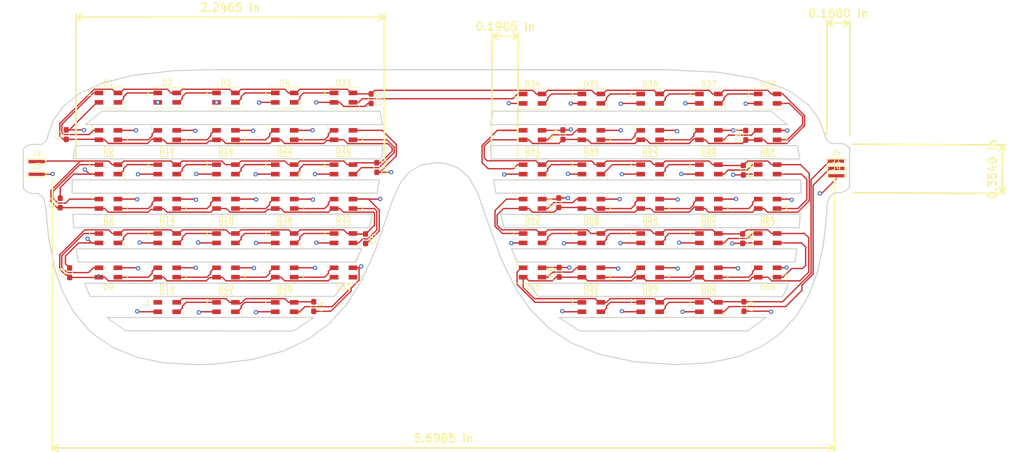
<source format=kicad_pcb>
(kicad_pcb (version 20171130) (host pcbnew "(5.0.1)-3")
  (layers (0 F.Cu signal) (31 B.Cu signal) (34 B.Paste user) (35 F.Paste user) (36 B.SilkS user) (37 F.SilkS user) (38 B.Mask user) (39 F.Mask user) (44 Edge.Cuts user))
  (net 0 "")
  (net 1 "Net-(D59-Pad3)")
  (net 2 "Net-(C1-Pad1)")
  (net 3 "Net-(C1-Pad2)")
  (net 4 "Net-(D53-Pad3)")
  (net 5 "Net-(D41-Pad1)")
  (net 6 "Net-(D45-Pad1)")
  (net 7 "Net-(D50-Pad1)")
  (net 8 "Net-(D44-Pad3)")
  (net 9 "Net-(D49-Pad3)")
  (net 10 "Net-(D43-Pad1)")
  (net 11 "Net-(D48-Pad1)")
  (net 12 "Net-(D42-Pad3)")
  (net 13 "Net-(D47-Pad3)")
  (net 14 "Net-(D46-Pad1)")
  (net 15 "Net-(D45-Pad3)")
  (net 16 "Net-(D33-Pad3)")
  (net 17 "Net-(D38-Pad3)")
  (net 18 "Net-(D52-Pad1)")
  (net 19 "Net-(D37-Pad3)")
  (net 20 "Net-(D62-Pad1)")
  (net 21 "Net-(D61-Pad3)")
  (net 22 "Net-(D67-Pad3)")
  (net 23 "Net-(D56-Pad1)")
  (net 24 "Net-(D65-Pad3)")
  (net 25 "Net-(D11-Pad1)")
  (net 26 "Net-(D11-Pad3)")
  (net 27 "Net-(D60-Pad1)")
  (net 28 "Net-(D58-Pad1)")
  (net 29 "Net-(D57-Pad3)")
  (net 30 "Net-(D63-Pad3)")
  (net 31 "Net-(D55-Pad3)")
  (net 32 "Net-(D54-Pad1)")
  (net 33 "Net-(D12-Pad3)")
  (net 34 "Net-(D12-Pad1)")
  (net 35 "Net-(D51-Pad3)")
  (net 36 "Net-(D1-Pad1)")
  (net 37 "Net-(D1-Pad3)")
  (net 38 "Net-(D13-Pad1)")
  (net 39 "Net-(D13-Pad3)")
  (net 40 "Net-(D10-Pad1)")
  (net 41 "Net-(D15-Pad3)")
  (net 42 "Net-(D14-Pad1)")
  (net 43 "Net-(D10-Pad3)")
  (net 44 "Net-(D14-Pad3)")
  (net 45 "Net-(D15-Pad1)")
  (net 46 "Net-(D36-Pad3)")
  (net 47 "Net-(D43-Pad3)")
  (net 48 "Net-(D41-Pad3)")
  (net 49 "Net-(D35-Pad3)")
  (net 50 "Net-(D34-Pad3)")
  (net 51 "Net-(D33-Pad1)")
  (net 52 "Net-(D27-Pad3)")
  (net 53 "Net-(D28-Pad1)")
  (net 54 "Net-(D30-Pad1)")
  (net 55 "Net-(D2-Pad3)")
  (net 56 "Net-(D26-Pad1)")
  (net 57 "Net-(D16-Pad1)")
  (net 58 "Net-(D3-Pad3)")
  (net 59 "Net-(D6-Pad1)")
  (net 60 "Net-(D8-Pad1)")
  (net 61 "Net-(D17-Pad3)")
  (net 62 "Net-(D18-Pad1)")
  (net 63 "Net-(D19-Pad3)")
  (net 64 "Net-(D20-Pad1)")
  (net 65 "Net-(D21-Pad3)")
  (net 66 "Net-(D22-Pad1)")
  (net 67 "Net-(D24-Pad1)")
  (net 68 "Net-(D25-Pad3)")
  (net 69 "Net-(D23-Pad3)")
  (module LED_SMD:LED_SK6812MINI_PLCC4_3.5x3.5mm_P1.75mm (layer F.Cu) (at 202.25 102.1)
    (fp_text reference D53 (at 0 -2.75) (layer F.SilkS))
    (fp_text value SK6812MINI)
    (fp_text user 1 (at -3.5 -0.875) (layer F.SilkS))
    (pad 1 smd rect (at -1.75 -0.875) (size 1.6 0.85) (layers F.Cu F.Paste F.Mask) (net 13 "Net-(D47-Pad3)"))
    (pad 2 smd rect (at -1.75 0.875) (size 1.6 0.85) (layers F.Cu F.Paste F.Mask) (net 3 "Net-(C1-Pad2)"))
    (pad 4 smd rect (at 1.75 -0.875) (size 1.6 0.85) (layers F.Cu F.Paste F.Mask) (net 2 "Net-(C1-Pad1)"))
    (pad 3 smd rect (at 1.75 0.875) (size 1.6 0.85) (layers F.Cu F.Paste F.Mask) (net 4 "Net-(D53-Pad3)"))
  )
  (module Connector_PinHeader_1.00mm:PinHeader_1x01_P1.00mm_Vertical_SMD_CUSTOM (layer F.Cu) (at 236.7153 105.3084)
    (fp_text reference J4 (at 0 -3.556) (layer F.SilkS))
    (fp_text value Conn_01x01_Male)
    (pad 1 smd rect (at 0 -2.032) (size 3 0.6) (layers F.Cu F.Paste F.Mask) (net 3 "Net-(C1-Pad2)"))
  )
  (module Connector_PinHeader_1.00mm:PinHeader_1x01_P1.00mm_Vertical_SMD_CUSTOM (layer F.Cu) (at 236.6518 102.6033)
    (fp_text reference J5 (at 0 -3.556) (layer F.SilkS))
    (fp_text value Conn_01x01_Male)
    (pad 1 smd rect (at 0 -2.032) (size 3 0.6) (layers F.Cu F.Paste F.Mask) (net 2 "Net-(C1-Pad1)"))
  )
  (module Connector_PinHeader_1.00mm:PinHeader_1x01_P1.00mm_Vertical_SMD_CUSTOM (layer F.Cu) (at 88.6968 102.6922)
    (fp_text reference J2 (at 0 -3.556) (layer F.SilkS))
    (fp_text value Conn_01x01_Male)
    (pad 1 smd rect (at 0 -2.032) (size 3 0.6) (layers F.Cu F.Paste F.Mask) (net 2 "Net-(C1-Pad1)"))
  )
  (module Connector_PinHeader_1.00mm:PinHeader_1x01_P1.00mm_Vertical_SMD_CUSTOM (layer F.Cu) (at 88.6968 105.0417)
    (fp_text reference J3 (at 0 -3.556) (layer F.SilkS))
    (fp_text value Conn_01x01_Male)
    (pad 1 smd rect (at 0 -2.032) (size 3 0.6) (layers F.Cu F.Paste F.Mask) (net 3 "Net-(C1-Pad2)"))
  )
  (module Connector_PinHeader_1.00mm:PinHeader_1x01_P1.00mm_Vertical_SMD_CUSTOM (layer F.Cu) (at 236.730209 103.94957)
    (fp_text reference J1 (at 0 -3.556) (layer F.SilkS))
    (fp_text value Conn_01x01_Male)
    (pad 1 smd rect (at 0 -2.032) (size 3 0.6) (layers F.Cu F.Paste F.Mask) (net 30 "Net-(D63-Pad3)"))
  )
  (module LED_SMD:LED_SK6812MINI_PLCC4_3.5x3.5mm_P1.75mm (layer F.Cu) (at 191.375 127.6)
    (fp_text reference D51 (at 0 -2.75) (layer F.SilkS))
    (fp_text value SK6812MINI)
    (fp_text user 1 (at -3.5 -0.875) (layer F.SilkS))
    (pad 3 smd rect (at 1.75 0.875) (size 1.6 0.85) (layers F.Cu F.Paste F.Mask) (net 35 "Net-(D51-Pad3)"))
    (pad 4 smd rect (at 1.75 -0.875) (size 1.6 0.85) (layers F.Cu F.Paste F.Mask) (net 2 "Net-(C1-Pad1)"))
    (pad 2 smd rect (at -1.75 0.875) (size 1.6 0.85) (layers F.Cu F.Paste F.Mask) (net 3 "Net-(C1-Pad2)"))
    (pad 1 smd rect (at -1.75 -0.875) (size 1.6 0.85) (layers F.Cu F.Paste F.Mask) (net 15 "Net-(D45-Pad3)"))
  )
  (module Capacitor_SMD:C_0603_1608Metric_Pad1.05x0.95mm_HandSolder (layer F.Cu) (at 94.1832 95.6564 90)
    (fp_text reference C1 (at 0 -1.43 90) (layer F.SilkS))
    (fp_text value C_Small)
    (pad 1 smd roundrect (at -0.875 0 90) (size 1.05 0.95) (layers F.Cu F.Paste F.Mask) (net 2 "Net-(C1-Pad1)"))
    (pad 2 smd roundrect (at 0.875 0 90) (size 1.05 0.95) (layers F.Cu F.Paste F.Mask) (net 3 "Net-(C1-Pad2)"))
  )
  (module Capacitor_SMD:C_0603_1608Metric_Pad1.05x0.95mm_HandSolder (layer F.Cu) (at 219.9513 95.7834 90)
    (fp_text reference C14 (at 0 -1.43 90) (layer F.SilkS))
    (fp_text value C_Small)
    (pad 2 smd roundrect (at 0.875 0 90) (size 1.05 0.95) (layers F.Cu F.Paste F.Mask) (net 3 "Net-(C1-Pad2)"))
    (pad 1 smd roundrect (at -0.875 0 90) (size 1.05 0.95) (layers F.Cu F.Paste F.Mask) (net 2 "Net-(C1-Pad1)"))
  )
  (module Capacitor_SMD:C_0603_1608Metric_Pad1.05x0.95mm_HandSolder (layer F.Cu) (at 151.6634 101.7537 270)
    (fp_text reference C13 (at 0 -1.43 270) (layer F.SilkS))
    (fp_text value C_Small)
    (pad 2 smd roundrect (at 0.875 0 270) (size 1.05 0.95) (layers F.Cu F.Paste F.Mask) (net 3 "Net-(C1-Pad2)"))
    (pad 1 smd roundrect (at -0.875 0 270) (size 1.05 0.95) (layers F.Cu F.Paste F.Mask) (net 2 "Net-(C1-Pad1)"))
  )
  (module Capacitor_SMD:C_0603_1608Metric_Pad1.05x0.95mm_HandSolder (layer F.Cu) (at 150.6093 88.9889 270)
    (fp_text reference C12 (at 0 -1.43 270) (layer F.SilkS))
    (fp_text value C_Small)
    (pad 1 smd roundrect (at -0.875 0 270) (size 1.05 0.95) (layers F.Cu F.Paste F.Mask) (net 2 "Net-(C1-Pad1)"))
    (pad 2 smd roundrect (at 0.875 0 270) (size 1.05 0.95) (layers F.Cu F.Paste F.Mask) (net 3 "Net-(C1-Pad2)"))
  )
  (module Capacitor_SMD:C_0603_1608Metric_Pad1.05x0.95mm_HandSolder (layer F.Cu) (at 219.3671 114.9223 270)
    (fp_text reference C11 (at 0 -1.43 270) (layer F.SilkS))
    (fp_text value C_Small)
    (pad 1 smd roundrect (at -0.875 0 270) (size 1.05 0.95) (layers F.Cu F.Paste F.Mask) (net 2 "Net-(C1-Pad1)"))
    (pad 2 smd roundrect (at 0.875 0 270) (size 1.05 0.95) (layers F.Cu F.Paste F.Mask) (net 3 "Net-(C1-Pad2)"))
  )
  (module Capacitor_SMD:C_0603_1608Metric_Pad1.05x0.95mm_HandSolder (layer F.Cu) (at 219.4941 102.2477 270)
    (fp_text reference C10 (at 0 -1.43 270) (layer F.SilkS))
    (fp_text value C_Small)
    (pad 2 smd roundrect (at 0.875 0 270) (size 1.05 0.95) (layers F.Cu F.Paste F.Mask) (net 3 "Net-(C1-Pad2)"))
    (pad 1 smd roundrect (at -0.875 0 270) (size 1.05 0.95) (layers F.Cu F.Paste F.Mask) (net 2 "Net-(C1-Pad1)"))
  )
  (module Capacitor_SMD:C_0603_1608Metric_Pad1.05x0.95mm_HandSolder (layer F.Cu) (at 185.42 121.158 90)
    (fp_text reference C8 (at 0 -1.43 90) (layer F.SilkS))
    (fp_text value C_Small)
    (pad 1 smd roundrect (at -0.875 0 90) (size 1.05 0.95) (layers F.Cu F.Paste F.Mask) (net 2 "Net-(C1-Pad1)"))
    (pad 2 smd roundrect (at 0.875 0 90) (size 1.05 0.95) (layers F.Cu F.Paste F.Mask) (net 3 "Net-(C1-Pad2)"))
  )
  (module Capacitor_SMD:C_0603_1608Metric_Pad1.05x0.95mm_HandSolder (layer F.Cu) (at 185.3311 108.2802 90)
    (fp_text reference C7 (at 0 -1.43 90) (layer F.SilkS))
    (fp_text value C_Small)
    (pad 2 smd roundrect (at 0.875 0 90) (size 1.05 0.95) (layers F.Cu F.Paste F.Mask) (net 3 "Net-(C1-Pad2)"))
    (pad 1 smd roundrect (at -0.875 0 90) (size 1.05 0.95) (layers F.Cu F.Paste F.Mask) (net 2 "Net-(C1-Pad1)"))
  )
  (module Capacitor_SMD:C_0603_1608Metric_Pad1.05x0.95mm_HandSolder (layer F.Cu) (at 186.1058 95.6818 90)
    (fp_text reference C6 (at 0 -1.43 90) (layer F.SilkS))
    (fp_text value C_Small)
    (pad 1 smd roundrect (at -0.875 0 90) (size 1.05 0.95) (layers F.Cu F.Paste F.Mask) (net 2 "Net-(C1-Pad1)"))
    (pad 2 smd roundrect (at 0.875 0 90) (size 1.05 0.95) (layers F.Cu F.Paste F.Mask) (net 3 "Net-(C1-Pad2)"))
  )
  (module Capacitor_SMD:C_0603_1608Metric_Pad1.05x0.95mm_HandSolder (layer F.Cu) (at 149.5806 114.949 270)
    (fp_text reference C5 (at 0 -1.43 270) (layer F.SilkS))
    (fp_text value C_Small)
    (pad 1 smd roundrect (at -0.875 0 270) (size 1.05 0.95) (layers F.Cu F.Paste F.Mask) (net 2 "Net-(C1-Pad1)"))
    (pad 2 smd roundrect (at 0.875 0 270) (size 1.05 0.95) (layers F.Cu F.Paste F.Mask) (net 3 "Net-(C1-Pad2)"))
  )
  (module Capacitor_SMD:C_0603_1608Metric_Pad1.05x0.95mm_HandSolder (layer F.Cu) (at 139.9921 127.508 270)
    (fp_text reference C4 (at 0 -1.43 270) (layer F.SilkS))
    (fp_text value C_Small)
    (pad 2 smd roundrect (at 0.875 0 270) (size 1.05 0.95) (layers F.Cu F.Paste F.Mask) (net 3 "Net-(C1-Pad2)"))
    (pad 1 smd roundrect (at -0.875 0 270) (size 1.05 0.95) (layers F.Cu F.Paste F.Mask) (net 2 "Net-(C1-Pad1)"))
  )
  (module Capacitor_SMD:C_0603_1608Metric_Pad1.05x0.95mm_HandSolder (layer F.Cu) (at 94.8182 121.2482 90)
    (fp_text reference C3 (at 0 -1.43 90) (layer F.SilkS))
    (fp_text value C_Small)
    (pad 2 smd roundrect (at 0.875 0 90) (size 1.05 0.95) (layers F.Cu F.Paste F.Mask) (net 3 "Net-(C1-Pad2)"))
    (pad 1 smd roundrect (at -0.875 0 90) (size 1.05 0.95) (layers F.Cu F.Paste F.Mask) (net 2 "Net-(C1-Pad1)"))
  )
  (module Capacitor_SMD:C_0603_1608Metric_Pad1.05x0.95mm_HandSolder (layer F.Cu) (at 93.0656 108.3183 90)
    (fp_text reference C2 (at 0 -1.43 90) (layer F.SilkS))
    (fp_text value C_Small)
    (pad 1 smd roundrect (at -0.875 0 90) (size 1.05 0.95) (layers F.Cu F.Paste F.Mask) (net 2 "Net-(C1-Pad1)"))
    (pad 2 smd roundrect (at 0.875 0 90) (size 1.05 0.95) (layers F.Cu F.Paste F.Mask) (net 3 "Net-(C1-Pad2)"))
  )
  (module Capacitor_SMD:C_0603_1608Metric_Pad1.05x0.95mm_HandSolder (layer F.Cu) (at 219.6084 127.4953 270)
    (fp_text reference C9 (at 0 -1.43 270) (layer F.SilkS))
    (fp_text value C_Small)
    (pad 1 smd roundrect (at -0.875 0 270) (size 1.05 0.95) (layers F.Cu F.Paste F.Mask) (net 2 "Net-(C1-Pad1)"))
    (pad 2 smd roundrect (at 0.875 0 270) (size 1.05 0.95) (layers F.Cu F.Paste F.Mask) (net 3 "Net-(C1-Pad2)"))
  )
  (module LED_SMD:LED_SK6812MINI_PLCC4_3.5x3.5mm_P1.75mm (layer F.Cu) (at 102 88.806144)
    (fp_text reference D1 (at 0 -2.75) (layer F.SilkS))
    (fp_text value SK6812MINI)
    (fp_text user 1 (at -3.5 -0.875) (layer F.SilkS))
    (pad 3 smd rect (at 1.75 0.875) (size 1.6 0.85) (layers F.Cu F.Paste F.Mask) (net 37 "Net-(D1-Pad3)"))
    (pad 4 smd rect (at 1.75 -0.875) (size 1.6 0.85) (layers F.Cu F.Paste F.Mask) (net 2 "Net-(C1-Pad1)"))
    (pad 2 smd rect (at -1.75 0.875) (size 1.6 0.85) (layers F.Cu F.Paste F.Mask) (net 3 "Net-(C1-Pad2)"))
    (pad 1 smd rect (at -1.75 -0.875) (size 1.6 0.85) (layers F.Cu F.Paste F.Mask) (net 36 "Net-(D1-Pad1)"))
  )
  (module LED_SMD:LED_SK6812MINI_PLCC4_3.5x3.5mm_P1.75mm (layer F.Cu) (at 112.875 88.806144)
    (fp_text reference D2 (at 0 -2.75) (layer F.SilkS))
    (fp_text value SK6812MINI)
    (fp_text user 1 (at -3.5 -0.875) (layer F.SilkS))
    (pad 1 smd rect (at -1.75 -0.875) (size 1.6 0.85) (layers F.Cu F.Paste F.Mask) (net 37 "Net-(D1-Pad3)"))
    (pad 2 smd rect (at -1.75 0.875) (size 1.6 0.85) (layers F.Cu F.Paste F.Mask) (net 3 "Net-(C1-Pad2)"))
    (pad 4 smd rect (at 1.75 -0.875) (size 1.6 0.85) (layers F.Cu F.Paste F.Mask) (net 2 "Net-(C1-Pad1)"))
    (pad 3 smd rect (at 1.75 0.875) (size 1.6 0.85) (layers F.Cu F.Paste F.Mask) (net 55 "Net-(D2-Pad3)"))
  )
  (module LED_SMD:LED_SK6812MINI_PLCC4_3.5x3.5mm_P1.75mm (layer F.Cu) (at 123.75 88.806144)
    (fp_text reference D3 (at 0 -2.75) (layer F.SilkS))
    (fp_text value SK6812MINI)
    (fp_text user 1 (at -3.5 -0.875) (layer F.SilkS))
    (pad 3 smd rect (at 1.75 0.875) (size 1.6 0.85) (layers F.Cu F.Paste F.Mask) (net 58 "Net-(D3-Pad3)"))
    (pad 4 smd rect (at 1.75 -0.875) (size 1.6 0.85) (layers F.Cu F.Paste F.Mask) (net 2 "Net-(C1-Pad1)"))
    (pad 2 smd rect (at -1.75 0.875) (size 1.6 0.85) (layers F.Cu F.Paste F.Mask) (net 3 "Net-(C1-Pad2)"))
    (pad 1 smd rect (at -1.75 -0.875) (size 1.6 0.85) (layers F.Cu F.Paste F.Mask) (net 55 "Net-(D2-Pad3)"))
  )
  (module LED_SMD:LED_SK6812MINI_PLCC4_3.5x3.5mm_P1.75mm (layer F.Cu) (at 134.625 88.806144)
    (fp_text reference D4 (at 0 -2.75) (layer F.SilkS))
    (fp_text value SK6812MINI)
    (fp_text user 1 (at -3.5 -0.875) (layer F.SilkS))
    (pad 1 smd rect (at -1.75 -0.875) (size 1.6 0.85) (layers F.Cu F.Paste F.Mask) (net 58 "Net-(D3-Pad3)"))
    (pad 2 smd rect (at -1.75 0.875) (size 1.6 0.85) (layers F.Cu F.Paste F.Mask) (net 3 "Net-(C1-Pad2)"))
    (pad 4 smd rect (at 1.75 -0.875) (size 1.6 0.85) (layers F.Cu F.Paste F.Mask) (net 2 "Net-(C1-Pad1)"))
    (pad 3 smd rect (at 1.75 0.875) (size 1.6 0.85) (layers F.Cu F.Paste F.Mask) (net 51 "Net-(D33-Pad1)"))
  )
  (module LED_SMD:LED_SK6812MINI_PLCC4_3.5x3.5mm_P1.75mm (layer F.Cu) (at 102 95.74 180)
    (fp_text reference D5 (at 0 -2.75 180) (layer F.SilkS))
    (fp_text value SK6812MINI)
    (fp_text user 1 (at -3.5 -0.875 180) (layer F.SilkS))
    (pad 3 smd rect (at 1.75 0.875 180) (size 1.6 0.85) (layers F.Cu F.Paste F.Mask) (net 36 "Net-(D1-Pad1)"))
    (pad 4 smd rect (at 1.75 -0.875 180) (size 1.6 0.85) (layers F.Cu F.Paste F.Mask) (net 2 "Net-(C1-Pad1)"))
    (pad 2 smd rect (at -1.75 0.875 180) (size 1.6 0.85) (layers F.Cu F.Paste F.Mask) (net 3 "Net-(C1-Pad2)"))
    (pad 1 smd rect (at -1.75 -0.875 180) (size 1.6 0.85) (layers F.Cu F.Paste F.Mask) (net 43 "Net-(D10-Pad3)"))
  )
  (module LED_SMD:LED_SK6812MINI_PLCC4_3.5x3.5mm_P1.75mm (layer F.Cu) (at 102 102.1)
    (fp_text reference D6 (at 0 -2.75) (layer F.SilkS))
    (fp_text value SK6812MINI)
    (fp_text user 1 (at -3.5 -0.875) (layer F.SilkS))
    (pad 1 smd rect (at -1.75 -0.875) (size 1.6 0.85) (layers F.Cu F.Paste F.Mask) (net 59 "Net-(D6-Pad1)"))
    (pad 2 smd rect (at -1.75 0.875) (size 1.6 0.85) (layers F.Cu F.Paste F.Mask) (net 3 "Net-(C1-Pad2)"))
    (pad 4 smd rect (at 1.75 -0.875) (size 1.6 0.85) (layers F.Cu F.Paste F.Mask) (net 2 "Net-(C1-Pad1)"))
    (pad 3 smd rect (at 1.75 0.875) (size 1.6 0.85) (layers F.Cu F.Paste F.Mask) (net 25 "Net-(D11-Pad1)"))
  )
  (module LED_SMD:LED_SK6812MINI_PLCC4_3.5x3.5mm_P1.75mm (layer F.Cu) (at 102 108.48 180)
    (fp_text reference D7 (at 0 -2.75 180) (layer F.SilkS))
    (fp_text value SK6812MINI)
    (fp_text user 1 (at -3.5 -0.875 180) (layer F.SilkS))
    (pad 1 smd rect (at -1.75 -0.875 180) (size 1.6 0.85) (layers F.Cu F.Paste F.Mask) (net 33 "Net-(D12-Pad3)"))
    (pad 2 smd rect (at -1.75 0.875 180) (size 1.6 0.85) (layers F.Cu F.Paste F.Mask) (net 3 "Net-(C1-Pad2)"))
    (pad 4 smd rect (at 1.75 -0.875 180) (size 1.6 0.85) (layers F.Cu F.Paste F.Mask) (net 2 "Net-(C1-Pad1)"))
    (pad 3 smd rect (at 1.75 0.875 180) (size 1.6 0.85) (layers F.Cu F.Paste F.Mask) (net 59 "Net-(D6-Pad1)"))
  )
  (module LED_SMD:LED_SK6812MINI_PLCC4_3.5x3.5mm_P1.75mm (layer F.Cu) (at 102 114.85)
    (fp_text reference D8 (at 0 -2.75) (layer F.SilkS))
    (fp_text value SK6812MINI)
    (fp_text user 1 (at -3.5 -0.875) (layer F.SilkS))
    (pad 1 smd rect (at -1.75 -0.875) (size 1.6 0.85) (layers F.Cu F.Paste F.Mask) (net 60 "Net-(D8-Pad1)"))
    (pad 2 smd rect (at -1.75 0.875) (size 1.6 0.85) (layers F.Cu F.Paste F.Mask) (net 3 "Net-(C1-Pad2)"))
    (pad 4 smd rect (at 1.75 -0.875) (size 1.6 0.85) (layers F.Cu F.Paste F.Mask) (net 2 "Net-(C1-Pad1)"))
    (pad 3 smd rect (at 1.75 0.875) (size 1.6 0.85) (layers F.Cu F.Paste F.Mask) (net 38 "Net-(D13-Pad1)"))
  )
  (module LED_SMD:LED_SK6812MINI_PLCC4_3.5x3.5mm_P1.75mm (layer F.Cu) (at 102 121.2 180)
    (fp_text reference D9 (at 0 -2.75 180) (layer F.SilkS))
    (fp_text value SK6812MINI)
    (fp_text user 1 (at -3.5 -0.875 180) (layer F.SilkS))
    (pad 3 smd rect (at 1.75 0.875 180) (size 1.6 0.85) (layers F.Cu F.Paste F.Mask) (net 60 "Net-(D8-Pad1)"))
    (pad 4 smd rect (at 1.75 -0.875 180) (size 1.6 0.85) (layers F.Cu F.Paste F.Mask) (net 2 "Net-(C1-Pad1)"))
    (pad 2 smd rect (at -1.75 0.875 180) (size 1.6 0.85) (layers F.Cu F.Paste F.Mask) (net 3 "Net-(C1-Pad2)"))
    (pad 1 smd rect (at -1.75 -0.875 180) (size 1.6 0.85) (layers F.Cu F.Paste F.Mask) (net 44 "Net-(D14-Pad3)"))
  )
  (module LED_SMD:LED_SK6812MINI_PLCC4_3.5x3.5mm_P1.75mm (layer F.Cu) (at 112.875 95.74 180)
    (fp_text reference D10 (at 0 -2.75 180) (layer F.SilkS))
    (fp_text value SK6812MINI)
    (fp_text user 1 (at -3.5 -0.875 180) (layer F.SilkS))
    (pad 1 smd rect (at -1.75 -0.875 180) (size 1.6 0.85) (layers F.Cu F.Paste F.Mask) (net 40 "Net-(D10-Pad1)"))
    (pad 2 smd rect (at -1.75 0.875 180) (size 1.6 0.85) (layers F.Cu F.Paste F.Mask) (net 3 "Net-(C1-Pad2)"))
    (pad 4 smd rect (at 1.75 -0.875 180) (size 1.6 0.85) (layers F.Cu F.Paste F.Mask) (net 2 "Net-(C1-Pad1)"))
    (pad 3 smd rect (at 1.75 0.875 180) (size 1.6 0.85) (layers F.Cu F.Paste F.Mask) (net 43 "Net-(D10-Pad3)"))
  )
  (module LED_SMD:LED_SK6812MINI_PLCC4_3.5x3.5mm_P1.75mm (layer F.Cu) (at 112.875 102.1)
    (fp_text reference D11 (at 0 -2.75) (layer F.SilkS))
    (fp_text value SK6812MINI)
    (fp_text user 1 (at -3.5 -0.875) (layer F.SilkS))
    (pad 3 smd rect (at 1.75 0.875) (size 1.6 0.85) (layers F.Cu F.Paste F.Mask) (net 26 "Net-(D11-Pad3)"))
    (pad 4 smd rect (at 1.75 -0.875) (size 1.6 0.85) (layers F.Cu F.Paste F.Mask) (net 2 "Net-(C1-Pad1)"))
    (pad 2 smd rect (at -1.75 0.875) (size 1.6 0.85) (layers F.Cu F.Paste F.Mask) (net 3 "Net-(C1-Pad2)"))
    (pad 1 smd rect (at -1.75 -0.875) (size 1.6 0.85) (layers F.Cu F.Paste F.Mask) (net 25 "Net-(D11-Pad1)"))
  )
  (module LED_SMD:LED_SK6812MINI_PLCC4_3.5x3.5mm_P1.75mm (layer F.Cu) (at 112.875 108.48 180)
    (fp_text reference D12 (at 0 -2.75 180) (layer F.SilkS))
    (fp_text value SK6812MINI)
    (fp_text user 1 (at -3.5 -0.875 180) (layer F.SilkS))
    (pad 3 smd rect (at 1.75 0.875 180) (size 1.6 0.85) (layers F.Cu F.Paste F.Mask) (net 33 "Net-(D12-Pad3)"))
    (pad 4 smd rect (at 1.75 -0.875 180) (size 1.6 0.85) (layers F.Cu F.Paste F.Mask) (net 2 "Net-(C1-Pad1)"))
    (pad 2 smd rect (at -1.75 0.875 180) (size 1.6 0.85) (layers F.Cu F.Paste F.Mask) (net 3 "Net-(C1-Pad2)"))
    (pad 1 smd rect (at -1.75 -0.875 180) (size 1.6 0.85) (layers F.Cu F.Paste F.Mask) (net 34 "Net-(D12-Pad1)"))
  )
  (module LED_SMD:LED_SK6812MINI_PLCC4_3.5x3.5mm_P1.75mm (layer F.Cu) (at 112.875 114.85)
    (fp_text reference D13 (at 0 -2.75) (layer F.SilkS))
    (fp_text value SK6812MINI)
    (fp_text user 1 (at -3.5 -0.875) (layer F.SilkS))
    (pad 3 smd rect (at 1.75 0.875) (size 1.6 0.85) (layers F.Cu F.Paste F.Mask) (net 39 "Net-(D13-Pad3)"))
    (pad 4 smd rect (at 1.75 -0.875) (size 1.6 0.85) (layers F.Cu F.Paste F.Mask) (net 2 "Net-(C1-Pad1)"))
    (pad 2 smd rect (at -1.75 0.875) (size 1.6 0.85) (layers F.Cu F.Paste F.Mask) (net 3 "Net-(C1-Pad2)"))
    (pad 1 smd rect (at -1.75 -0.875) (size 1.6 0.85) (layers F.Cu F.Paste F.Mask) (net 38 "Net-(D13-Pad1)"))
  )
  (module LED_SMD:LED_SK6812MINI_PLCC4_3.5x3.5mm_P1.75mm (layer F.Cu) (at 112.875 121.2 180)
    (fp_text reference D14 (at 0 -2.75 180) (layer F.SilkS))
    (fp_text value SK6812MINI)
    (fp_text user 1 (at -3.5 -0.875 180) (layer F.SilkS))
    (pad 1 smd rect (at -1.75 -0.875 180) (size 1.6 0.85) (layers F.Cu F.Paste F.Mask) (net 42 "Net-(D14-Pad1)"))
    (pad 2 smd rect (at -1.75 0.875 180) (size 1.6 0.85) (layers F.Cu F.Paste F.Mask) (net 3 "Net-(C1-Pad2)"))
    (pad 4 smd rect (at 1.75 -0.875 180) (size 1.6 0.85) (layers F.Cu F.Paste F.Mask) (net 2 "Net-(C1-Pad1)"))
    (pad 3 smd rect (at 1.75 0.875 180) (size 1.6 0.85) (layers F.Cu F.Paste F.Mask) (net 44 "Net-(D14-Pad3)"))
  )
  (module LED_SMD:LED_SK6812MINI_PLCC4_3.5x3.5mm_P1.75mm (layer F.Cu) (at 112.875 127.6)
    (fp_text reference D15 (at 0 -2.75) (layer F.SilkS))
    (fp_text value SK6812MINI)
    (fp_text user 1 (at -3.5 -0.875) (layer F.SilkS))
    (pad 3 smd rect (at 1.75 0.875) (size 1.6 0.85) (layers F.Cu F.Paste F.Mask) (net 41 "Net-(D15-Pad3)"))
    (pad 4 smd rect (at 1.75 -0.875) (size 1.6 0.85) (layers F.Cu F.Paste F.Mask) (net 2 "Net-(C1-Pad1)"))
    (pad 2 smd rect (at -1.75 0.875) (size 1.6 0.85) (layers F.Cu F.Paste F.Mask) (net 3 "Net-(C1-Pad2)"))
    (pad 1 smd rect (at -1.75 -0.875) (size 1.6 0.85) (layers F.Cu F.Paste F.Mask) (net 45 "Net-(D15-Pad1)"))
  )
  (module LED_SMD:LED_SK6812MINI_PLCC4_3.5x3.5mm_P1.75mm (layer F.Cu) (at 123.75 95.74 180)
    (fp_text reference D16 (at 0 -2.75 180) (layer F.SilkS))
    (fp_text value SK6812MINI)
    (fp_text user 1 (at -3.5 -0.875 180) (layer F.SilkS))
    (pad 3 smd rect (at 1.75 0.875 180) (size 1.6 0.85) (layers F.Cu F.Paste F.Mask) (net 40 "Net-(D10-Pad1)"))
    (pad 4 smd rect (at 1.75 -0.875 180) (size 1.6 0.85) (layers F.Cu F.Paste F.Mask) (net 2 "Net-(C1-Pad1)"))
    (pad 2 smd rect (at -1.75 0.875 180) (size 1.6 0.85) (layers F.Cu F.Paste F.Mask) (net 3 "Net-(C1-Pad2)"))
    (pad 1 smd rect (at -1.75 -0.875 180) (size 1.6 0.85) (layers F.Cu F.Paste F.Mask) (net 57 "Net-(D16-Pad1)"))
  )
  (module LED_SMD:LED_SK6812MINI_PLCC4_3.5x3.5mm_P1.75mm (layer F.Cu) (at 123.75 102.1)
    (fp_text reference D17 (at 0 -2.75) (layer F.SilkS))
    (fp_text value SK6812MINI)
    (fp_text user 1 (at -3.5 -0.875) (layer F.SilkS))
    (pad 1 smd rect (at -1.75 -0.875) (size 1.6 0.85) (layers F.Cu F.Paste F.Mask) (net 26 "Net-(D11-Pad3)"))
    (pad 2 smd rect (at -1.75 0.875) (size 1.6 0.85) (layers F.Cu F.Paste F.Mask) (net 3 "Net-(C1-Pad2)"))
    (pad 4 smd rect (at 1.75 -0.875) (size 1.6 0.85) (layers F.Cu F.Paste F.Mask) (net 2 "Net-(C1-Pad1)"))
    (pad 3 smd rect (at 1.75 0.875) (size 1.6 0.85) (layers F.Cu F.Paste F.Mask) (net 61 "Net-(D17-Pad3)"))
  )
  (module LED_SMD:LED_SK6812MINI_PLCC4_3.5x3.5mm_P1.75mm (layer F.Cu) (at 123.75 108.48 180)
    (fp_text reference D18 (at 0 -2.75 180) (layer F.SilkS))
    (fp_text value SK6812MINI)
    (fp_text user 1 (at -3.5 -0.875 180) (layer F.SilkS))
    (pad 1 smd rect (at -1.75 -0.875 180) (size 1.6 0.85) (layers F.Cu F.Paste F.Mask) (net 62 "Net-(D18-Pad1)"))
    (pad 2 smd rect (at -1.75 0.875 180) (size 1.6 0.85) (layers F.Cu F.Paste F.Mask) (net 3 "Net-(C1-Pad2)"))
    (pad 4 smd rect (at 1.75 -0.875 180) (size 1.6 0.85) (layers F.Cu F.Paste F.Mask) (net 2 "Net-(C1-Pad1)"))
    (pad 3 smd rect (at 1.75 0.875 180) (size 1.6 0.85) (layers F.Cu F.Paste F.Mask) (net 34 "Net-(D12-Pad1)"))
  )
  (module LED_SMD:LED_SK6812MINI_PLCC4_3.5x3.5mm_P1.75mm (layer F.Cu) (at 123.75 114.85)
    (fp_text reference D19 (at 0 -2.75) (layer F.SilkS))
    (fp_text value SK6812MINI)
    (fp_text user 1 (at -3.5 -0.875) (layer F.SilkS))
    (pad 1 smd rect (at -1.75 -0.875) (size 1.6 0.85) (layers F.Cu F.Paste F.Mask) (net 39 "Net-(D13-Pad3)"))
    (pad 2 smd rect (at -1.75 0.875) (size 1.6 0.85) (layers F.Cu F.Paste F.Mask) (net 3 "Net-(C1-Pad2)"))
    (pad 4 smd rect (at 1.75 -0.875) (size 1.6 0.85) (layers F.Cu F.Paste F.Mask) (net 2 "Net-(C1-Pad1)"))
    (pad 3 smd rect (at 1.75 0.875) (size 1.6 0.85) (layers F.Cu F.Paste F.Mask) (net 63 "Net-(D19-Pad3)"))
  )
  (module LED_SMD:LED_SK6812MINI_PLCC4_3.5x3.5mm_P1.75mm (layer F.Cu) (at 123.75 121.2 180)
    (fp_text reference D20 (at 0 -2.75 180) (layer F.SilkS))
    (fp_text value SK6812MINI)
    (fp_text user 1 (at -3.5 -0.875 180) (layer F.SilkS))
    (pad 1 smd rect (at -1.75 -0.875 180) (size 1.6 0.85) (layers F.Cu F.Paste F.Mask) (net 64 "Net-(D20-Pad1)"))
    (pad 2 smd rect (at -1.75 0.875 180) (size 1.6 0.85) (layers F.Cu F.Paste F.Mask) (net 3 "Net-(C1-Pad2)"))
    (pad 4 smd rect (at 1.75 -0.875 180) (size 1.6 0.85) (layers F.Cu F.Paste F.Mask) (net 2 "Net-(C1-Pad1)"))
    (pad 3 smd rect (at 1.75 0.875 180) (size 1.6 0.85) (layers F.Cu F.Paste F.Mask) (net 42 "Net-(D14-Pad1)"))
  )
  (module LED_SMD:LED_SK6812MINI_PLCC4_3.5x3.5mm_P1.75mm (layer F.Cu) (at 123.75 127.6)
    (fp_text reference D21 (at 0 -2.75) (layer F.SilkS))
    (fp_text value SK6812MINI)
    (fp_text user 1 (at -3.5 -0.875) (layer F.SilkS))
    (pad 1 smd rect (at -1.75 -0.875) (size 1.6 0.85) (layers F.Cu F.Paste F.Mask) (net 41 "Net-(D15-Pad3)"))
    (pad 2 smd rect (at -1.75 0.875) (size 1.6 0.85) (layers F.Cu F.Paste F.Mask) (net 3 "Net-(C1-Pad2)"))
    (pad 4 smd rect (at 1.75 -0.875) (size 1.6 0.85) (layers F.Cu F.Paste F.Mask) (net 2 "Net-(C1-Pad1)"))
    (pad 3 smd rect (at 1.75 0.875) (size 1.6 0.85) (layers F.Cu F.Paste F.Mask) (net 65 "Net-(D21-Pad3)"))
  )
  (module LED_SMD:LED_SK6812MINI_PLCC4_3.5x3.5mm_P1.75mm (layer F.Cu) (at 134.625 95.74 180)
    (fp_text reference D22 (at 0 -2.75 180) (layer F.SilkS))
    (fp_text value SK6812MINI)
    (fp_text user 1 (at -3.5 -0.875 180) (layer F.SilkS))
    (pad 3 smd rect (at 1.75 0.875 180) (size 1.6 0.85) (layers F.Cu F.Paste F.Mask) (net 57 "Net-(D16-Pad1)"))
    (pad 4 smd rect (at 1.75 -0.875 180) (size 1.6 0.85) (layers F.Cu F.Paste F.Mask) (net 2 "Net-(C1-Pad1)"))
    (pad 2 smd rect (at -1.75 0.875 180) (size 1.6 0.85) (layers F.Cu F.Paste F.Mask) (net 3 "Net-(C1-Pad2)"))
    (pad 1 smd rect (at -1.75 -0.875 180) (size 1.6 0.85) (layers F.Cu F.Paste F.Mask) (net 66 "Net-(D22-Pad1)"))
  )
  (module LED_SMD:LED_SK6812MINI_PLCC4_3.5x3.5mm_P1.75mm (layer F.Cu) (at 134.625 102.1)
    (fp_text reference D23 (at 0 -2.75) (layer F.SilkS))
    (fp_text value SK6812MINI)
    (fp_text user 1 (at -3.5 -0.875) (layer F.SilkS))
    (pad 3 smd rect (at 1.75 0.875) (size 1.6 0.85) (layers F.Cu F.Paste F.Mask) (net 69 "Net-(D23-Pad3)"))
    (pad 4 smd rect (at 1.75 -0.875) (size 1.6 0.85) (layers F.Cu F.Paste F.Mask) (net 2 "Net-(C1-Pad1)"))
    (pad 2 smd rect (at -1.75 0.875) (size 1.6 0.85) (layers F.Cu F.Paste F.Mask) (net 3 "Net-(C1-Pad2)"))
    (pad 1 smd rect (at -1.75 -0.875) (size 1.6 0.85) (layers F.Cu F.Paste F.Mask) (net 61 "Net-(D17-Pad3)"))
  )
  (module LED_SMD:LED_SK6812MINI_PLCC4_3.5x3.5mm_P1.75mm (layer F.Cu) (at 134.625 108.48 180)
    (fp_text reference D24 (at 0 -2.75 180) (layer F.SilkS))
    (fp_text value SK6812MINI)
    (fp_text user 1 (at -3.5 -0.875 180) (layer F.SilkS))
    (pad 3 smd rect (at 1.75 0.875 180) (size 1.6 0.85) (layers F.Cu F.Paste F.Mask) (net 62 "Net-(D18-Pad1)"))
    (pad 4 smd rect (at 1.75 -0.875 180) (size 1.6 0.85) (layers F.Cu F.Paste F.Mask) (net 2 "Net-(C1-Pad1)"))
    (pad 2 smd rect (at -1.75 0.875 180) (size 1.6 0.85) (layers F.Cu F.Paste F.Mask) (net 3 "Net-(C1-Pad2)"))
    (pad 1 smd rect (at -1.75 -0.875 180) (size 1.6 0.85) (layers F.Cu F.Paste F.Mask) (net 67 "Net-(D24-Pad1)"))
  )
  (module LED_SMD:LED_SK6812MINI_PLCC4_3.5x3.5mm_P1.75mm (layer F.Cu) (at 134.625 114.85)
    (fp_text reference D25 (at 0 -2.75) (layer F.SilkS))
    (fp_text value SK6812MINI)
    (fp_text user 1 (at -3.5 -0.875) (layer F.SilkS))
    (pad 3 smd rect (at 1.75 0.875) (size 1.6 0.85) (layers F.Cu F.Paste F.Mask) (net 68 "Net-(D25-Pad3)"))
    (pad 4 smd rect (at 1.75 -0.875) (size 1.6 0.85) (layers F.Cu F.Paste F.Mask) (net 2 "Net-(C1-Pad1)"))
    (pad 2 smd rect (at -1.75 0.875) (size 1.6 0.85) (layers F.Cu F.Paste F.Mask) (net 3 "Net-(C1-Pad2)"))
    (pad 1 smd rect (at -1.75 -0.875) (size 1.6 0.85) (layers F.Cu F.Paste F.Mask) (net 63 "Net-(D19-Pad3)"))
  )
  (module LED_SMD:LED_SK6812MINI_PLCC4_3.5x3.5mm_P1.75mm (layer F.Cu) (at 134.625 121.2 180)
    (fp_text reference D26 (at 0 -2.75 180) (layer F.SilkS))
    (fp_text value SK6812MINI)
    (fp_text user 1 (at -3.5 -0.875 180) (layer F.SilkS))
    (pad 3 smd rect (at 1.75 0.875 180) (size 1.6 0.85) (layers F.Cu F.Paste F.Mask) (net 64 "Net-(D20-Pad1)"))
    (pad 4 smd rect (at 1.75 -0.875 180) (size 1.6 0.85) (layers F.Cu F.Paste F.Mask) (net 2 "Net-(C1-Pad1)"))
    (pad 2 smd rect (at -1.75 0.875 180) (size 1.6 0.85) (layers F.Cu F.Paste F.Mask) (net 3 "Net-(C1-Pad2)"))
    (pad 1 smd rect (at -1.75 -0.875 180) (size 1.6 0.85) (layers F.Cu F.Paste F.Mask) (net 56 "Net-(D26-Pad1)"))
  )
  (module LED_SMD:LED_SK6812MINI_PLCC4_3.5x3.5mm_P1.75mm (layer F.Cu) (at 134.625 127.6)
    (fp_text reference D27 (at 0 -2.75) (layer F.SilkS))
    (fp_text value SK6812MINI)
    (fp_text user 1 (at -3.5 -0.875) (layer F.SilkS))
    (pad 3 smd rect (at 1.75 0.875) (size 1.6 0.85) (layers F.Cu F.Paste F.Mask) (net 52 "Net-(D27-Pad3)"))
    (pad 4 smd rect (at 1.75 -0.875) (size 1.6 0.85) (layers F.Cu F.Paste F.Mask) (net 2 "Net-(C1-Pad1)"))
    (pad 2 smd rect (at -1.75 0.875) (size 1.6 0.85) (layers F.Cu F.Paste F.Mask) (net 3 "Net-(C1-Pad2)"))
    (pad 1 smd rect (at -1.75 -0.875) (size 1.6 0.85) (layers F.Cu F.Paste F.Mask) (net 65 "Net-(D21-Pad3)"))
  )
  (module LED_SMD:LED_SK6812MINI_PLCC4_3.5x3.5mm_P1.75mm (layer F.Cu) (at 145.5 95.74 180)
    (fp_text reference D28 (at 0 -2.75 180) (layer F.SilkS))
    (fp_text value SK6812MINI)
    (fp_text user 1 (at -3.5 -0.875 180) (layer F.SilkS))
    (pad 3 smd rect (at 1.75 0.875 180) (size 1.6 0.85) (layers F.Cu F.Paste F.Mask) (net 66 "Net-(D22-Pad1)"))
    (pad 4 smd rect (at 1.75 -0.875 180) (size 1.6 0.85) (layers F.Cu F.Paste F.Mask) (net 2 "Net-(C1-Pad1)"))
    (pad 2 smd rect (at -1.75 0.875 180) (size 1.6 0.85) (layers F.Cu F.Paste F.Mask) (net 3 "Net-(C1-Pad2)"))
    (pad 1 smd rect (at -1.75 -0.875 180) (size 1.6 0.85) (layers F.Cu F.Paste F.Mask) (net 53 "Net-(D28-Pad1)"))
  )
  (module LED_SMD:LED_SK6812MINI_PLCC4_3.5x3.5mm_P1.75mm (layer F.Cu) (at 145.5 102.1)
    (fp_text reference D29 (at 0 -2.75) (layer F.SilkS))
    (fp_text value SK6812MINI)
    (fp_text user 1 (at -3.5 -0.875) (layer F.SilkS))
    (pad 1 smd rect (at -1.75 -0.875) (size 1.6 0.85) (layers F.Cu F.Paste F.Mask) (net 69 "Net-(D23-Pad3)"))
    (pad 2 smd rect (at -1.75 0.875) (size 1.6 0.85) (layers F.Cu F.Paste F.Mask) (net 3 "Net-(C1-Pad2)"))
    (pad 4 smd rect (at 1.75 -0.875) (size 1.6 0.85) (layers F.Cu F.Paste F.Mask) (net 2 "Net-(C1-Pad1)"))
    (pad 3 smd rect (at 1.75 0.875) (size 1.6 0.85) (layers F.Cu F.Paste F.Mask) (net 53 "Net-(D28-Pad1)"))
  )
  (module LED_SMD:LED_SK6812MINI_PLCC4_3.5x3.5mm_P1.75mm (layer F.Cu) (at 145.5 108.48 180)
    (fp_text reference D30 (at 0 -2.75 180) (layer F.SilkS))
    (fp_text value SK6812MINI)
    (fp_text user 1 (at -3.5 -0.875 180) (layer F.SilkS))
    (pad 1 smd rect (at -1.75 -0.875 180) (size 1.6 0.85) (layers F.Cu F.Paste F.Mask) (net 54 "Net-(D30-Pad1)"))
    (pad 2 smd rect (at -1.75 0.875 180) (size 1.6 0.85) (layers F.Cu F.Paste F.Mask) (net 3 "Net-(C1-Pad2)"))
    (pad 4 smd rect (at 1.75 -0.875 180) (size 1.6 0.85) (layers F.Cu F.Paste F.Mask) (net 2 "Net-(C1-Pad1)"))
    (pad 3 smd rect (at 1.75 0.875 180) (size 1.6 0.85) (layers F.Cu F.Paste F.Mask) (net 67 "Net-(D24-Pad1)"))
  )
  (module LED_SMD:LED_SK6812MINI_PLCC4_3.5x3.5mm_P1.75mm (layer F.Cu) (at 145.5 114.85)
    (fp_text reference D31 (at 0 -2.75) (layer F.SilkS))
    (fp_text value SK6812MINI)
    (fp_text user 1 (at -3.5 -0.875) (layer F.SilkS))
    (pad 1 smd rect (at -1.75 -0.875) (size 1.6 0.85) (layers F.Cu F.Paste F.Mask) (net 68 "Net-(D25-Pad3)"))
    (pad 2 smd rect (at -1.75 0.875) (size 1.6 0.85) (layers F.Cu F.Paste F.Mask) (net 3 "Net-(C1-Pad2)"))
    (pad 4 smd rect (at 1.75 -0.875) (size 1.6 0.85) (layers F.Cu F.Paste F.Mask) (net 2 "Net-(C1-Pad1)"))
    (pad 3 smd rect (at 1.75 0.875) (size 1.6 0.85) (layers F.Cu F.Paste F.Mask) (net 54 "Net-(D30-Pad1)"))
  )
  (module LED_SMD:LED_SK6812MINI_PLCC4_3.5x3.5mm_P1.75mm (layer F.Cu) (at 145.5 121.2 180)
    (fp_text reference D32 (at 0 -2.75 180) (layer F.SilkS))
    (fp_text value SK6812MINI)
    (fp_text user 1 (at -3.5 -0.875 180) (layer F.SilkS))
    (pad 1 smd rect (at -1.75 -0.875 180) (size 1.6 0.85) (layers F.Cu F.Paste F.Mask) (net 52 "Net-(D27-Pad3)"))
    (pad 2 smd rect (at -1.75 0.875 180) (size 1.6 0.85) (layers F.Cu F.Paste F.Mask) (net 3 "Net-(C1-Pad2)"))
    (pad 4 smd rect (at 1.75 -0.875 180) (size 1.6 0.85) (layers F.Cu F.Paste F.Mask) (net 2 "Net-(C1-Pad1)"))
    (pad 3 smd rect (at 1.75 0.875 180) (size 1.6 0.85) (layers F.Cu F.Paste F.Mask) (net 56 "Net-(D26-Pad1)"))
  )
  (module LED_SMD:LED_SK6812MINI_PLCC4_3.5x3.5mm_P1.75mm (layer F.Cu) (at 145.5 88.806144)
    (fp_text reference D33 (at 0 -2.75) (layer F.SilkS))
    (fp_text value SK6812MINI)
    (fp_text user 1 (at -3.5 -0.875) (layer F.SilkS))
    (pad 3 smd rect (at 1.75 0.875) (size 1.6 0.85) (layers F.Cu F.Paste F.Mask) (net 16 "Net-(D33-Pad3)"))
    (pad 4 smd rect (at 1.75 -0.875) (size 1.6 0.85) (layers F.Cu F.Paste F.Mask) (net 2 "Net-(C1-Pad1)"))
    (pad 2 smd rect (at -1.75 0.875) (size 1.6 0.85) (layers F.Cu F.Paste F.Mask) (net 3 "Net-(C1-Pad2)"))
    (pad 1 smd rect (at -1.75 -0.875) (size 1.6 0.85) (layers F.Cu F.Paste F.Mask) (net 51 "Net-(D33-Pad1)"))
  )
  (module LED_SMD:LED_SK6812MINI_PLCC4_3.5x3.5mm_P1.75mm (layer F.Cu) (at 180.5 89)
    (fp_text reference D34 (at 0 -2.75) (layer F.SilkS))
    (fp_text value SK6812MINI)
    (fp_text user 1 (at -3.5 -0.875) (layer F.SilkS))
    (pad 1 smd rect (at -1.75 -0.875) (size 1.6 0.85) (layers F.Cu F.Paste F.Mask) (net 16 "Net-(D33-Pad3)"))
    (pad 2 smd rect (at -1.75 0.875) (size 1.6 0.85) (layers F.Cu F.Paste F.Mask) (net 3 "Net-(C1-Pad2)"))
    (pad 4 smd rect (at 1.75 -0.875) (size 1.6 0.85) (layers F.Cu F.Paste F.Mask) (net 2 "Net-(C1-Pad1)"))
    (pad 3 smd rect (at 1.75 0.875) (size 1.6 0.85) (layers F.Cu F.Paste F.Mask) (net 50 "Net-(D34-Pad3)"))
  )
  (module LED_SMD:LED_SK6812MINI_PLCC4_3.5x3.5mm_P1.75mm (layer F.Cu) (at 191.375 89)
    (fp_text reference D35 (at 0 -2.75) (layer F.SilkS))
    (fp_text value SK6812MINI)
    (fp_text user 1 (at -3.5 -0.875) (layer F.SilkS))
    (pad 3 smd rect (at 1.75 0.875) (size 1.6 0.85) (layers F.Cu F.Paste F.Mask) (net 49 "Net-(D35-Pad3)"))
    (pad 4 smd rect (at 1.75 -0.875) (size 1.6 0.85) (layers F.Cu F.Paste F.Mask) (net 2 "Net-(C1-Pad1)"))
    (pad 2 smd rect (at -1.75 0.875) (size 1.6 0.85) (layers F.Cu F.Paste F.Mask) (net 3 "Net-(C1-Pad2)"))
    (pad 1 smd rect (at -1.75 -0.875) (size 1.6 0.85) (layers F.Cu F.Paste F.Mask) (net 50 "Net-(D34-Pad3)"))
  )
  (module LED_SMD:LED_SK6812MINI_PLCC4_3.5x3.5mm_P1.75mm (layer F.Cu) (at 202.25 89)
    (fp_text reference D36 (at 0 -2.75) (layer F.SilkS))
    (fp_text value SK6812MINI)
    (fp_text user 1 (at -3.5 -0.875) (layer F.SilkS))
    (pad 1 smd rect (at -1.75 -0.875) (size 1.6 0.85) (layers F.Cu F.Paste F.Mask) (net 49 "Net-(D35-Pad3)"))
    (pad 2 smd rect (at -1.75 0.875) (size 1.6 0.85) (layers F.Cu F.Paste F.Mask) (net 3 "Net-(C1-Pad2)"))
    (pad 4 smd rect (at 1.75 -0.875) (size 1.6 0.85) (layers F.Cu F.Paste F.Mask) (net 2 "Net-(C1-Pad1)"))
    (pad 3 smd rect (at 1.75 0.875) (size 1.6 0.85) (layers F.Cu F.Paste F.Mask) (net 46 "Net-(D36-Pad3)"))
  )
  (module LED_SMD:LED_SK6812MINI_PLCC4_3.5x3.5mm_P1.75mm (layer F.Cu) (at 213.125 89)
    (fp_text reference D37 (at 0 -2.75) (layer F.SilkS))
    (fp_text value SK6812MINI)
    (fp_text user 1 (at -3.5 -0.875) (layer F.SilkS))
    (pad 3 smd rect (at 1.75 0.875) (size 1.6 0.85) (layers F.Cu F.Paste F.Mask) (net 19 "Net-(D37-Pad3)"))
    (pad 4 smd rect (at 1.75 -0.875) (size 1.6 0.85) (layers F.Cu F.Paste F.Mask) (net 2 "Net-(C1-Pad1)"))
    (pad 2 smd rect (at -1.75 0.875) (size 1.6 0.85) (layers F.Cu F.Paste F.Mask) (net 3 "Net-(C1-Pad2)"))
    (pad 1 smd rect (at -1.75 -0.875) (size 1.6 0.85) (layers F.Cu F.Paste F.Mask) (net 46 "Net-(D36-Pad3)"))
  )
  (module LED_SMD:LED_SK6812MINI_PLCC4_3.5x3.5mm_P1.75mm (layer F.Cu) (at 224 89)
    (fp_text reference D38 (at 0 -2.75) (layer F.SilkS))
    (fp_text value SK6812MINI)
    (fp_text user 1 (at -3.5 -0.875) (layer F.SilkS))
    (pad 1 smd rect (at -1.75 -0.875) (size 1.6 0.85) (layers F.Cu F.Paste F.Mask) (net 19 "Net-(D37-Pad3)"))
    (pad 2 smd rect (at -1.75 0.875) (size 1.6 0.85) (layers F.Cu F.Paste F.Mask) (net 3 "Net-(C1-Pad2)"))
    (pad 4 smd rect (at 1.75 -0.875) (size 1.6 0.85) (layers F.Cu F.Paste F.Mask) (net 2 "Net-(C1-Pad1)"))
    (pad 3 smd rect (at 1.75 0.875) (size 1.6 0.85) (layers F.Cu F.Paste F.Mask) (net 17 "Net-(D38-Pad3)"))
  )
  (module LED_SMD:LED_SK6812MINI_PLCC4_3.5x3.5mm_P1.75mm (layer F.Cu) (at 180.5 95.74 180)
    (fp_text reference D41 (at 0 -2.75 180) (layer F.SilkS))
    (fp_text value SK6812MINI)
    (fp_text user 1 (at -3.5 -0.875 180) (layer F.SilkS))
    (pad 3 smd rect (at 1.75 0.875 180) (size 1.6 0.85) (layers F.Cu F.Paste F.Mask) (net 48 "Net-(D41-Pad3)"))
    (pad 4 smd rect (at 1.75 -0.875 180) (size 1.6 0.85) (layers F.Cu F.Paste F.Mask) (net 2 "Net-(C1-Pad1)"))
    (pad 2 smd rect (at -1.75 0.875 180) (size 1.6 0.85) (layers F.Cu F.Paste F.Mask) (net 3 "Net-(C1-Pad2)"))
    (pad 1 smd rect (at -1.75 -0.875 180) (size 1.6 0.85) (layers F.Cu F.Paste F.Mask) (net 5 "Net-(D41-Pad1)"))
  )
  (module LED_SMD:LED_SK6812MINI_PLCC4_3.5x3.5mm_P1.75mm (layer F.Cu) (at 180.5 102.1)
    (fp_text reference D42 (at 0 -2.75) (layer F.SilkS))
    (fp_text value SK6812MINI)
    (fp_text user 1 (at -3.5 -0.875) (layer F.SilkS))
    (pad 1 smd rect (at -1.75 -0.875) (size 1.6 0.85) (layers F.Cu F.Paste F.Mask) (net 48 "Net-(D41-Pad3)"))
    (pad 2 smd rect (at -1.75 0.875) (size 1.6 0.85) (layers F.Cu F.Paste F.Mask) (net 3 "Net-(C1-Pad2)"))
    (pad 4 smd rect (at 1.75 -0.875) (size 1.6 0.85) (layers F.Cu F.Paste F.Mask) (net 2 "Net-(C1-Pad1)"))
    (pad 3 smd rect (at 1.75 0.875) (size 1.6 0.85) (layers F.Cu F.Paste F.Mask) (net 12 "Net-(D42-Pad3)"))
  )
  (module LED_SMD:LED_SK6812MINI_PLCC4_3.5x3.5mm_P1.75mm (layer F.Cu) (at 180.5 108.48 180)
    (fp_text reference D43 (at 0 -2.75 180) (layer F.SilkS))
    (fp_text value SK6812MINI)
    (fp_text user 1 (at -3.5 -0.875 180) (layer F.SilkS))
    (pad 3 smd rect (at 1.75 0.875 180) (size 1.6 0.85) (layers F.Cu F.Paste F.Mask) (net 47 "Net-(D43-Pad3)"))
    (pad 4 smd rect (at 1.75 -0.875 180) (size 1.6 0.85) (layers F.Cu F.Paste F.Mask) (net 2 "Net-(C1-Pad1)"))
    (pad 2 smd rect (at -1.75 0.875 180) (size 1.6 0.85) (layers F.Cu F.Paste F.Mask) (net 3 "Net-(C1-Pad2)"))
    (pad 1 smd rect (at -1.75 -0.875 180) (size 1.6 0.85) (layers F.Cu F.Paste F.Mask) (net 10 "Net-(D43-Pad1)"))
  )
  (module LED_SMD:LED_SK6812MINI_PLCC4_3.5x3.5mm_P1.75mm (layer F.Cu) (at 180.5 114.85)
    (fp_text reference D44 (at 0 -2.75) (layer F.SilkS))
    (fp_text value SK6812MINI)
    (fp_text user 1 (at -3.5 -0.875) (layer F.SilkS))
    (pad 1 smd rect (at -1.75 -0.875) (size 1.6 0.85) (layers F.Cu F.Paste F.Mask) (net 47 "Net-(D43-Pad3)"))
    (pad 2 smd rect (at -1.75 0.875) (size 1.6 0.85) (layers F.Cu F.Paste F.Mask) (net 3 "Net-(C1-Pad2)"))
    (pad 4 smd rect (at 1.75 -0.875) (size 1.6 0.85) (layers F.Cu F.Paste F.Mask) (net 2 "Net-(C1-Pad1)"))
    (pad 3 smd rect (at 1.75 0.875) (size 1.6 0.85) (layers F.Cu F.Paste F.Mask) (net 8 "Net-(D44-Pad3)"))
  )
  (module LED_SMD:LED_SK6812MINI_PLCC4_3.5x3.5mm_P1.75mm (layer F.Cu) (at 180.5 121.2 180)
    (fp_text reference D45 (at 0 -2.75 180) (layer F.SilkS))
    (fp_text value SK6812MINI)
    (fp_text user 1 (at -3.5 -0.875 180) (layer F.SilkS))
    (pad 1 smd rect (at -1.75 -0.875 180) (size 1.6 0.85) (layers F.Cu F.Paste F.Mask) (net 6 "Net-(D45-Pad1)"))
    (pad 2 smd rect (at -1.75 0.875 180) (size 1.6 0.85) (layers F.Cu F.Paste F.Mask) (net 3 "Net-(C1-Pad2)"))
    (pad 4 smd rect (at 1.75 -0.875 180) (size 1.6 0.85) (layers F.Cu F.Paste F.Mask) (net 2 "Net-(C1-Pad1)"))
    (pad 3 smd rect (at 1.75 0.875 180) (size 1.6 0.85) (layers F.Cu F.Paste F.Mask) (net 15 "Net-(D45-Pad3)"))
  )
  (module LED_SMD:LED_SK6812MINI_PLCC4_3.5x3.5mm_P1.75mm (layer F.Cu) (at 191.375 95.74 180)
    (fp_text reference D46 (at 0 -2.75 180) (layer F.SilkS))
    (fp_text value SK6812MINI)
    (fp_text user 1 (at -3.5 -0.875 180) (layer F.SilkS))
    (pad 1 smd rect (at -1.75 -0.875 180) (size 1.6 0.85) (layers F.Cu F.Paste F.Mask) (net 14 "Net-(D46-Pad1)"))
    (pad 2 smd rect (at -1.75 0.875 180) (size 1.6 0.85) (layers F.Cu F.Paste F.Mask) (net 3 "Net-(C1-Pad2)"))
    (pad 4 smd rect (at 1.75 -0.875 180) (size 1.6 0.85) (layers F.Cu F.Paste F.Mask) (net 2 "Net-(C1-Pad1)"))
    (pad 3 smd rect (at 1.75 0.875 180) (size 1.6 0.85) (layers F.Cu F.Paste F.Mask) (net 5 "Net-(D41-Pad1)"))
  )
  (module LED_SMD:LED_SK6812MINI_PLCC4_3.5x3.5mm_P1.75mm (layer F.Cu) (at 191.375 102.1)
    (fp_text reference D47 (at 0 -2.75) (layer F.SilkS))
    (fp_text value SK6812MINI)
    (fp_text user 1 (at -3.5 -0.875) (layer F.SilkS))
    (pad 3 smd rect (at 1.75 0.875) (size 1.6 0.85) (layers F.Cu F.Paste F.Mask) (net 13 "Net-(D47-Pad3)"))
    (pad 4 smd rect (at 1.75 -0.875) (size 1.6 0.85) (layers F.Cu F.Paste F.Mask) (net 2 "Net-(C1-Pad1)"))
    (pad 2 smd rect (at -1.75 0.875) (size 1.6 0.85) (layers F.Cu F.Paste F.Mask) (net 3 "Net-(C1-Pad2)"))
    (pad 1 smd rect (at -1.75 -0.875) (size 1.6 0.85) (layers F.Cu F.Paste F.Mask) (net 12 "Net-(D42-Pad3)"))
  )
  (module LED_SMD:LED_SK6812MINI_PLCC4_3.5x3.5mm_P1.75mm (layer F.Cu) (at 191.375 108.48 180)
    (fp_text reference D48 (at 0 -2.75 180) (layer F.SilkS))
    (fp_text value SK6812MINI)
    (fp_text user 1 (at -3.5 -0.875 180) (layer F.SilkS))
    (pad 3 smd rect (at 1.75 0.875 180) (size 1.6 0.85) (layers F.Cu F.Paste F.Mask) (net 10 "Net-(D43-Pad1)"))
    (pad 4 smd rect (at 1.75 -0.875 180) (size 1.6 0.85) (layers F.Cu F.Paste F.Mask) (net 2 "Net-(C1-Pad1)"))
    (pad 2 smd rect (at -1.75 0.875 180) (size 1.6 0.85) (layers F.Cu F.Paste F.Mask) (net 3 "Net-(C1-Pad2)"))
    (pad 1 smd rect (at -1.75 -0.875 180) (size 1.6 0.85) (layers F.Cu F.Paste F.Mask) (net 11 "Net-(D48-Pad1)"))
  )
  (module LED_SMD:LED_SK6812MINI_PLCC4_3.5x3.5mm_P1.75mm (layer F.Cu) (at 191.375 114.85)
    (fp_text reference D49 (at 0 -2.75) (layer F.SilkS))
    (fp_text value SK6812MINI)
    (fp_text user 1 (at -3.5 -0.875) (layer F.SilkS))
    (pad 1 smd rect (at -1.75 -0.875) (size 1.6 0.85) (layers F.Cu F.Paste F.Mask) (net 8 "Net-(D44-Pad3)"))
    (pad 2 smd rect (at -1.75 0.875) (size 1.6 0.85) (layers F.Cu F.Paste F.Mask) (net 3 "Net-(C1-Pad2)"))
    (pad 4 smd rect (at 1.75 -0.875) (size 1.6 0.85) (layers F.Cu F.Paste F.Mask) (net 2 "Net-(C1-Pad1)"))
    (pad 3 smd rect (at 1.75 0.875) (size 1.6 0.85) (layers F.Cu F.Paste F.Mask) (net 9 "Net-(D49-Pad3)"))
  )
  (module LED_SMD:LED_SK6812MINI_PLCC4_3.5x3.5mm_P1.75mm (layer F.Cu) (at 191.375 121.2 180)
    (fp_text reference D50 (at 0 -2.75 180) (layer F.SilkS))
    (fp_text value SK6812MINI)
    (fp_text user 1 (at -3.5 -0.875 180) (layer F.SilkS))
    (pad 1 smd rect (at -1.75 -0.875 180) (size 1.6 0.85) (layers F.Cu F.Paste F.Mask) (net 7 "Net-(D50-Pad1)"))
    (pad 2 smd rect (at -1.75 0.875 180) (size 1.6 0.85) (layers F.Cu F.Paste F.Mask) (net 3 "Net-(C1-Pad2)"))
    (pad 4 smd rect (at 1.75 -0.875 180) (size 1.6 0.85) (layers F.Cu F.Paste F.Mask) (net 2 "Net-(C1-Pad1)"))
    (pad 3 smd rect (at 1.75 0.875 180) (size 1.6 0.85) (layers F.Cu F.Paste F.Mask) (net 6 "Net-(D45-Pad1)"))
  )
  (module LED_SMD:LED_SK6812MINI_PLCC4_3.5x3.5mm_P1.75mm (layer F.Cu) (at 202.25 95.74 180)
    (fp_text reference D52 (at 0 -2.75 180) (layer F.SilkS))
    (fp_text value SK6812MINI)
    (fp_text user 1 (at -3.5 -0.875 180) (layer F.SilkS))
    (pad 3 smd rect (at 1.75 0.875 180) (size 1.6 0.85) (layers F.Cu F.Paste F.Mask) (net 14 "Net-(D46-Pad1)"))
    (pad 4 smd rect (at 1.75 -0.875 180) (size 1.6 0.85) (layers F.Cu F.Paste F.Mask) (net 2 "Net-(C1-Pad1)"))
    (pad 2 smd rect (at -1.75 0.875 180) (size 1.6 0.85) (layers F.Cu F.Paste F.Mask) (net 3 "Net-(C1-Pad2)"))
    (pad 1 smd rect (at -1.75 -0.875 180) (size 1.6 0.85) (layers F.Cu F.Paste F.Mask) (net 18 "Net-(D52-Pad1)"))
  )
  (module LED_SMD:LED_SK6812MINI_PLCC4_3.5x3.5mm_P1.75mm (layer F.Cu) (at 202.25 108.48 180)
    (fp_text reference D54 (at 0 -2.75 180) (layer F.SilkS))
    (fp_text value SK6812MINI)
    (fp_text user 1 (at -3.5 -0.875 180) (layer F.SilkS))
    (pad 3 smd rect (at 1.75 0.875 180) (size 1.6 0.85) (layers F.Cu F.Paste F.Mask) (net 11 "Net-(D48-Pad1)"))
    (pad 4 smd rect (at 1.75 -0.875 180) (size 1.6 0.85) (layers F.Cu F.Paste F.Mask) (net 2 "Net-(C1-Pad1)"))
    (pad 2 smd rect (at -1.75 0.875 180) (size 1.6 0.85) (layers F.Cu F.Paste F.Mask) (net 3 "Net-(C1-Pad2)"))
    (pad 1 smd rect (at -1.75 -0.875 180) (size 1.6 0.85) (layers F.Cu F.Paste F.Mask) (net 32 "Net-(D54-Pad1)"))
  )
  (module LED_SMD:LED_SK6812MINI_PLCC4_3.5x3.5mm_P1.75mm (layer F.Cu) (at 202.25 114.85)
    (fp_text reference D55 (at 0 -2.75) (layer F.SilkS))
    (fp_text value SK6812MINI)
    (fp_text user 1 (at -3.5 -0.875) (layer F.SilkS))
    (pad 3 smd rect (at 1.75 0.875) (size 1.6 0.85) (layers F.Cu F.Paste F.Mask) (net 31 "Net-(D55-Pad3)"))
    (pad 4 smd rect (at 1.75 -0.875) (size 1.6 0.85) (layers F.Cu F.Paste F.Mask) (net 2 "Net-(C1-Pad1)"))
    (pad 2 smd rect (at -1.75 0.875) (size 1.6 0.85) (layers F.Cu F.Paste F.Mask) (net 3 "Net-(C1-Pad2)"))
    (pad 1 smd rect (at -1.75 -0.875) (size 1.6 0.85) (layers F.Cu F.Paste F.Mask) (net 9 "Net-(D49-Pad3)"))
  )
  (module LED_SMD:LED_SK6812MINI_PLCC4_3.5x3.5mm_P1.75mm (layer F.Cu) (at 202.25 121.2 180)
    (fp_text reference D56 (at 0 -2.75 180) (layer F.SilkS))
    (fp_text value SK6812MINI)
    (fp_text user 1 (at -3.5 -0.875 180) (layer F.SilkS))
    (pad 1 smd rect (at -1.75 -0.875 180) (size 1.6 0.85) (layers F.Cu F.Paste F.Mask) (net 23 "Net-(D56-Pad1)"))
    (pad 2 smd rect (at -1.75 0.875 180) (size 1.6 0.85) (layers F.Cu F.Paste F.Mask) (net 3 "Net-(C1-Pad2)"))
    (pad 4 smd rect (at 1.75 -0.875 180) (size 1.6 0.85) (layers F.Cu F.Paste F.Mask) (net 2 "Net-(C1-Pad1)"))
    (pad 3 smd rect (at 1.75 0.875 180) (size 1.6 0.85) (layers F.Cu F.Paste F.Mask) (net 7 "Net-(D50-Pad1)"))
  )
  (module LED_SMD:LED_SK6812MINI_PLCC4_3.5x3.5mm_P1.75mm (layer F.Cu) (at 202.25 127.6)
    (fp_text reference D57 (at 0 -2.75) (layer F.SilkS))
    (fp_text value SK6812MINI)
    (fp_text user 1 (at -3.5 -0.875) (layer F.SilkS))
    (pad 1 smd rect (at -1.75 -0.875) (size 1.6 0.85) (layers F.Cu F.Paste F.Mask) (net 35 "Net-(D51-Pad3)"))
    (pad 2 smd rect (at -1.75 0.875) (size 1.6 0.85) (layers F.Cu F.Paste F.Mask) (net 3 "Net-(C1-Pad2)"))
    (pad 4 smd rect (at 1.75 -0.875) (size 1.6 0.85) (layers F.Cu F.Paste F.Mask) (net 2 "Net-(C1-Pad1)"))
    (pad 3 smd rect (at 1.75 0.875) (size 1.6 0.85) (layers F.Cu F.Paste F.Mask) (net 29 "Net-(D57-Pad3)"))
  )
  (module LED_SMD:LED_SK6812MINI_PLCC4_3.5x3.5mm_P1.75mm (layer F.Cu) (at 213.125 95.74 180)
    (fp_text reference D58 (at 0 -2.75 180) (layer F.SilkS))
    (fp_text value SK6812MINI)
    (fp_text user 1 (at -3.5 -0.875 180) (layer F.SilkS))
    (pad 1 smd rect (at -1.75 -0.875 180) (size 1.6 0.85) (layers F.Cu F.Paste F.Mask) (net 28 "Net-(D58-Pad1)"))
    (pad 2 smd rect (at -1.75 0.875 180) (size 1.6 0.85) (layers F.Cu F.Paste F.Mask) (net 3 "Net-(C1-Pad2)"))
    (pad 4 smd rect (at 1.75 -0.875 180) (size 1.6 0.85) (layers F.Cu F.Paste F.Mask) (net 2 "Net-(C1-Pad1)"))
    (pad 3 smd rect (at 1.75 0.875 180) (size 1.6 0.85) (layers F.Cu F.Paste F.Mask) (net 18 "Net-(D52-Pad1)"))
  )
  (module LED_SMD:LED_SK6812MINI_PLCC4_3.5x3.5mm_P1.75mm (layer F.Cu) (at 213.125 102.1)
    (fp_text reference D59 (at 0 -2.75) (layer F.SilkS))
    (fp_text value SK6812MINI)
    (fp_text user 1 (at -3.5 -0.875) (layer F.SilkS))
    (pad 3 smd rect (at 1.75 0.875) (size 1.6 0.85) (layers F.Cu F.Paste F.Mask) (net 1 "Net-(D59-Pad3)"))
    (pad 4 smd rect (at 1.75 -0.875) (size 1.6 0.85) (layers F.Cu F.Paste F.Mask) (net 2 "Net-(C1-Pad1)"))
    (pad 2 smd rect (at -1.75 0.875) (size 1.6 0.85) (layers F.Cu F.Paste F.Mask) (net 3 "Net-(C1-Pad2)"))
    (pad 1 smd rect (at -1.75 -0.875) (size 1.6 0.85) (layers F.Cu F.Paste F.Mask) (net 4 "Net-(D53-Pad3)"))
  )
  (module LED_SMD:LED_SK6812MINI_PLCC4_3.5x3.5mm_P1.75mm (layer F.Cu) (at 213.125 108.48 180)
    (fp_text reference D60 (at 0 -2.75 180) (layer F.SilkS))
    (fp_text value SK6812MINI)
    (fp_text user 1 (at -3.5 -0.875 180) (layer F.SilkS))
    (pad 1 smd rect (at -1.75 -0.875 180) (size 1.6 0.85) (layers F.Cu F.Paste F.Mask) (net 27 "Net-(D60-Pad1)"))
    (pad 2 smd rect (at -1.75 0.875 180) (size 1.6 0.85) (layers F.Cu F.Paste F.Mask) (net 3 "Net-(C1-Pad2)"))
    (pad 4 smd rect (at 1.75 -0.875 180) (size 1.6 0.85) (layers F.Cu F.Paste F.Mask) (net 2 "Net-(C1-Pad1)"))
    (pad 3 smd rect (at 1.75 0.875 180) (size 1.6 0.85) (layers F.Cu F.Paste F.Mask) (net 32 "Net-(D54-Pad1)"))
  )
  (module LED_SMD:LED_SK6812MINI_PLCC4_3.5x3.5mm_P1.75mm (layer F.Cu) (at 213.125 114.85)
    (fp_text reference D61 (at 0 -2.75) (layer F.SilkS))
    (fp_text value SK6812MINI)
    (fp_text user 1 (at -3.5 -0.875) (layer F.SilkS))
    (pad 3 smd rect (at 1.75 0.875) (size 1.6 0.85) (layers F.Cu F.Paste F.Mask) (net 21 "Net-(D61-Pad3)"))
    (pad 4 smd rect (at 1.75 -0.875) (size 1.6 0.85) (layers F.Cu F.Paste F.Mask) (net 2 "Net-(C1-Pad1)"))
    (pad 2 smd rect (at -1.75 0.875) (size 1.6 0.85) (layers F.Cu F.Paste F.Mask) (net 3 "Net-(C1-Pad2)"))
    (pad 1 smd rect (at -1.75 -0.875) (size 1.6 0.85) (layers F.Cu F.Paste F.Mask) (net 31 "Net-(D55-Pad3)"))
  )
  (module LED_SMD:LED_SK6812MINI_PLCC4_3.5x3.5mm_P1.75mm (layer F.Cu) (at 213.125 121.2 180)
    (fp_text reference D62 (at 0 -2.75 180) (layer F.SilkS))
    (fp_text value SK6812MINI)
    (fp_text user 1 (at -3.5 -0.875 180) (layer F.SilkS))
    (pad 1 smd rect (at -1.75 -0.875 180) (size 1.6 0.85) (layers F.Cu F.Paste F.Mask) (net 20 "Net-(D62-Pad1)"))
    (pad 2 smd rect (at -1.75 0.875 180) (size 1.6 0.85) (layers F.Cu F.Paste F.Mask) (net 3 "Net-(C1-Pad2)"))
    (pad 4 smd rect (at 1.75 -0.875 180) (size 1.6 0.85) (layers F.Cu F.Paste F.Mask) (net 2 "Net-(C1-Pad1)"))
    (pad 3 smd rect (at 1.75 0.875 180) (size 1.6 0.85) (layers F.Cu F.Paste F.Mask) (net 23 "Net-(D56-Pad1)"))
  )
  (module LED_SMD:LED_SK6812MINI_PLCC4_3.5x3.5mm_P1.75mm (layer F.Cu) (at 213.125 127.6)
    (fp_text reference D63 (at 0 -2.75) (layer F.SilkS))
    (fp_text value SK6812MINI)
    (fp_text user 1 (at -3.5 -0.875) (layer F.SilkS))
    (pad 3 smd rect (at 1.75 0.875) (size 1.6 0.85) (layers F.Cu F.Paste F.Mask) (net 30 "Net-(D63-Pad3)"))
    (pad 4 smd rect (at 1.75 -0.875) (size 1.6 0.85) (layers F.Cu F.Paste F.Mask) (net 2 "Net-(C1-Pad1)"))
    (pad 2 smd rect (at -1.75 0.875) (size 1.6 0.85) (layers F.Cu F.Paste F.Mask) (net 3 "Net-(C1-Pad2)"))
    (pad 1 smd rect (at -1.75 -0.875) (size 1.6 0.85) (layers F.Cu F.Paste F.Mask) (net 29 "Net-(D57-Pad3)"))
  )
  (module LED_SMD:LED_SK6812MINI_PLCC4_3.5x3.5mm_P1.75mm (layer F.Cu) (at 224 95.74 180)
    (fp_text reference D64 (at 0 -2.75 180) (layer F.SilkS))
    (fp_text value SK6812MINI)
    (fp_text user 1 (at -3.5 -0.875 180) (layer F.SilkS))
    (pad 3 smd rect (at 1.75 0.875 180) (size 1.6 0.85) (layers F.Cu F.Paste F.Mask) (net 28 "Net-(D58-Pad1)"))
    (pad 4 smd rect (at 1.75 -0.875 180) (size 1.6 0.85) (layers F.Cu F.Paste F.Mask) (net 2 "Net-(C1-Pad1)"))
    (pad 2 smd rect (at -1.75 0.875 180) (size 1.6 0.85) (layers F.Cu F.Paste F.Mask) (net 3 "Net-(C1-Pad2)"))
    (pad 1 smd rect (at -1.75 -0.875 180) (size 1.6 0.85) (layers F.Cu F.Paste F.Mask) (net 17 "Net-(D38-Pad3)"))
  )
  (module LED_SMD:LED_SK6812MINI_PLCC4_3.5x3.5mm_P1.75mm (layer F.Cu) (at 224 102.1)
    (fp_text reference D65 (at 0 -2.75) (layer F.SilkS))
    (fp_text value SK6812MINI)
    (fp_text user 1 (at -3.5 -0.875) (layer F.SilkS))
    (pad 1 smd rect (at -1.75 -0.875) (size 1.6 0.85) (layers F.Cu F.Paste F.Mask) (net 1 "Net-(D59-Pad3)"))
    (pad 2 smd rect (at -1.75 0.875) (size 1.6 0.85) (layers F.Cu F.Paste F.Mask) (net 3 "Net-(C1-Pad2)"))
    (pad 4 smd rect (at 1.75 -0.875) (size 1.6 0.85) (layers F.Cu F.Paste F.Mask) (net 2 "Net-(C1-Pad1)"))
    (pad 3 smd rect (at 1.75 0.875) (size 1.6 0.85) (layers F.Cu F.Paste F.Mask) (net 24 "Net-(D65-Pad3)"))
  )
  (module LED_SMD:LED_SK6812MINI_PLCC4_3.5x3.5mm_P1.75mm (layer F.Cu) (at 224 108.48 180)
    (fp_text reference D66 (at 0 -2.75 180) (layer F.SilkS))
    (fp_text value SK6812MINI)
    (fp_text user 1 (at -3.5 -0.875 180) (layer F.SilkS))
    (pad 3 smd rect (at 1.75 0.875 180) (size 1.6 0.85) (layers F.Cu F.Paste F.Mask) (net 27 "Net-(D60-Pad1)"))
    (pad 4 smd rect (at 1.75 -0.875 180) (size 1.6 0.85) (layers F.Cu F.Paste F.Mask) (net 2 "Net-(C1-Pad1)"))
    (pad 2 smd rect (at -1.75 0.875 180) (size 1.6 0.85) (layers F.Cu F.Paste F.Mask) (net 3 "Net-(C1-Pad2)"))
    (pad 1 smd rect (at -1.75 -0.875 180) (size 1.6 0.85) (layers F.Cu F.Paste F.Mask) (net 24 "Net-(D65-Pad3)"))
  )
  (module LED_SMD:LED_SK6812MINI_PLCC4_3.5x3.5mm_P1.75mm (layer F.Cu) (at 224 114.85)
    (fp_text reference D67 (at 0 -2.75) (layer F.SilkS))
    (fp_text value SK6812MINI)
    (fp_text user 1 (at -3.5 -0.875) (layer F.SilkS))
    (pad 1 smd rect (at -1.75 -0.875) (size 1.6 0.85) (layers F.Cu F.Paste F.Mask) (net 21 "Net-(D61-Pad3)"))
    (pad 2 smd rect (at -1.75 0.875) (size 1.6 0.85) (layers F.Cu F.Paste F.Mask) (net 3 "Net-(C1-Pad2)"))
    (pad 4 smd rect (at 1.75 -0.875) (size 1.6 0.85) (layers F.Cu F.Paste F.Mask) (net 2 "Net-(C1-Pad1)"))
    (pad 3 smd rect (at 1.75 0.875) (size 1.6 0.85) (layers F.Cu F.Paste F.Mask) (net 22 "Net-(D67-Pad3)"))
  )
  (module LED_SMD:LED_SK6812MINI_PLCC4_3.5x3.5mm_P1.75mm (layer F.Cu) (at 224 121.2 180)
    (fp_text reference D68 (at 0 -2.75 180) (layer F.SilkS))
    (fp_text value SK6812MINI)
    (fp_text user 1 (at -3.5 -0.875 180) (layer F.SilkS))
    (pad 3 smd rect (at 1.75 0.875 180) (size 1.6 0.85) (layers F.Cu F.Paste F.Mask) (net 20 "Net-(D62-Pad1)"))
    (pad 4 smd rect (at 1.75 -0.875 180) (size 1.6 0.85) (layers F.Cu F.Paste F.Mask) (net 2 "Net-(C1-Pad1)"))
    (pad 2 smd rect (at -1.75 0.875 180) (size 1.6 0.85) (layers F.Cu F.Paste F.Mask) (net 3 "Net-(C1-Pad2)"))
    (pad 1 smd rect (at -1.75 -0.875 180) (size 1.6 0.85) (layers F.Cu F.Paste F.Mask) (net 22 "Net-(D67-Pad3)"))
  )
  (gr_line (start 89.621411 97.477479) (end 87.754511 97.477479) (layer Edge.Cuts) (width 0.2))
  (gr_line (start 90.709575 96.266069) (end 90.814635 95.764086) (layer Edge.Cuts) (width 0.2))
  (gr_line (start 90.338405 108.64083) (end 89.989711 107.421579) (layer Edge.Cuts) (width 0.2))
  (gr_line (start 90.408811 96.918679) (end 90.709575 96.266069) (layer Edge.Cuts) (width 0.2))
  (gr_line (start 86.230511 105.541979) (end 86.230511 98.391879) (layer Edge.Cuts) (width 0.2))
  (gr_line (start 86.865511 97.706079) (end 87.741811 97.477479) (layer Edge.Cuts) (width 0.2))
  (gr_line (start 86.979811 106.265879) (end 87.741811 106.557979) (layer Edge.Cuts) (width 0.2))
  (gr_line (start 89.621411 97.477479) (end 90.396111 96.931379) (layer Edge.Cuts) (width 0.2))
  (gr_line (start 87.754511 106.557979) (end 88.986411 106.557979) (layer Edge.Cuts) (width 0.2))
  (gr_line (start 86.975626 106.26563) (end 86.230511 105.554679) (layer Edge.Cuts) (width 0.2))
  (gr_line (start 88.994926 106.57043) (end 89.989711 107.421579) (layer Edge.Cuts) (width 0.2))
  (gr_line (start 86.230511 98.366479) (end 86.865511 97.706079) (layer Edge.Cuts) (width 0.2))
  (gr_line (start 91.852831 92.892076) (end 90.830525 95.720002) (layer Edge.Cuts) (width 0.2))
  (dimension 4.2672 (width 0.3) (layer F.SilkS) (gr_text "4.267 mm" (at 237.076115 72.936014) (layer F.SilkS) (effects (font (size 1.5 1.5) (thickness 0.3)))) (feature1 (pts (xy 234.942515 95.724314) (xy 234.942515 74.449593))) (feature2 (pts (xy 239.209715 95.724314) (xy 239.209715 74.449593))) (crossbar (pts (xy 239.209715 75.036014) (xy 234.942515 75.036014))) (arrow1a (pts (xy 234.942515 75.036014) (xy 236.069019 74.449593))) (arrow1b (pts (xy 234.942515 75.036014) (xy 236.069019 75.622435))) (arrow2a (pts (xy 239.209715 75.036014) (xy 238.083211 74.449593))) (arrow2b (pts (xy 239.209715 75.036014) (xy 238.083211 75.622435))))
  (gr_line (start 235.7501 97.3074) (end 234.9754 96.7613) (layer Edge.Cuts) (width 0.2))
  (gr_line (start 234.9627 96.7486) (end 234.661936 96.09599) (layer Edge.Cuts) (width 0.2))
  (dimension 8.99034 (width 0.3) (layer F.SilkS) (gr_text "8.990 mm" (at 269.510929 102.07551 89.72040096) (layer F.SilkS) (effects (font (size 1.5 1.5) (thickness 0.3)))) (feature1 (pts (xy 239.8522 106.426) (xy 267.975432 106.56324))) (feature2 (pts (xy 239.896072 97.435767) (xy 268.019304 97.573007))) (crossbar (pts (xy 267.43289 97.570146) (xy 267.389018 106.560379))) (arrow1a (pts (xy 267.389018 106.560379) (xy 266.808101 105.431027))) (arrow1b (pts (xy 267.389018 106.560379) (xy 267.980929 105.43675))) (arrow2a (pts (xy 267.43289 97.570146) (xy 266.840979 98.693775))) (arrow2b (pts (xy 267.43289 97.570146) (xy 268.013807 98.699498))))
  (gr_line (start 239.141 98.1964) (end 238.506 97.536) (layer Edge.Cuts) (width 0.2))
  (gr_line (start 238.395885 106.095551) (end 239.141 105.3846) (layer Edge.Cuts) (width 0.2))
  (gr_line (start 236.376585 106.400351) (end 235.3818 107.2515) (layer Edge.Cuts) (width 0.2))
  (gr_line (start 237.617 106.3879) (end 236.3851 106.3879) (layer Edge.Cuts) (width 0.2))
  (gr_line (start 238.3917 106.0958) (end 237.6297 106.3879) (layer Edge.Cuts) (width 0.2))
  (gr_line (start 239.141 105.3719) (end 239.141 98.2218) (layer Edge.Cuts) (width 0.2))
  (gr_line (start 238.506 97.536) (end 237.6297 97.3074) (layer Edge.Cuts) (width 0.2))
  (gr_line (start 235.7501 97.3074) (end 237.617 97.3074) (layer Edge.Cuts) (width 0.2))
  (dimension 144.7419 (width 0.3) (layer F.SilkS) (gr_text "144.742 mm" (at 163.999624 155.808964) (layer F.SilkS) (effects (font (size 1.5 1.5) (thickness 0.3)))) (feature1 (pts (xy 236.370574 103.886864) (xy 236.370574 154.295385))) (feature2 (pts (xy 91.628674 103.886864) (xy 91.628674 154.295385))) (crossbar (pts (xy 91.628674 153.708964) (xy 236.370574 153.708964))) (arrow1a (pts (xy 236.370574 153.708964) (xy 235.24407 154.295385))) (arrow1b (pts (xy 236.370574 153.708964) (xy 235.24407 153.122543))) (arrow2a (pts (xy 91.628674 153.708964) (xy 92.755178 154.295385))) (arrow2b (pts (xy 91.628674 153.708964) (xy 92.755178 153.122543))))
  (dimension 57.061101 (width 0.3) (layer F.SilkS) (gr_text "57.061 mm" (at 124.528151 71.821243 359.9872478) (layer F.SilkS) (effects (font (size 1.5 1.5) (thickness 0.3)))) (feature1 (pts (xy 153.0524 100.1395) (xy 153.058364 73.341172))) (feature2 (pts (xy 95.9913 100.1268) (xy 95.997264 73.328472))) (crossbar (pts (xy 95.997134 73.914893) (xy 153.058234 73.927593))) (arrow1a (pts (xy 153.058234 73.927593) (xy 151.9316 74.513763))) (arrow1b (pts (xy 153.058234 73.927593) (xy 151.931861 73.340922))) (arrow2a (pts (xy 95.997134 73.914893) (xy 97.123507 74.501564))) (arrow2b (pts (xy 95.997134 73.914893) (xy 97.123768 73.328723))))
  (gr_line (start 148.919907 122.575298) (end 150.942289 118.039417) (layer Edge.Cuts) (width 0.2))
  (dimension 4.83885 (width 0.3) (layer F.SilkS) (gr_text "4.839 mm" (at 175.474205 75.361222 -0.4511385468) (layer F.SilkS) (effects (font (size 1.5 1.5) (thickness 0.3)))) (feature1 (pts (xy 172.8597 100.1268) (xy 173.042937 76.855705))) (feature2 (pts (xy 177.6984 100.1649) (xy 177.881637 76.893805))) (crossbar (pts (xy 177.87702 77.480207) (xy 173.03832 77.442107))) (arrow1a (pts (xy 173.03832 77.442107) (xy 174.169406 76.864574))) (arrow1b (pts (xy 173.03832 77.442107) (xy 174.160171 78.037379))) (arrow2a (pts (xy 177.87702 77.480207) (xy 176.755169 76.884935))) (arrow2b (pts (xy 177.87702 77.480207) (xy 176.745934 78.05774))))
  (gr_line (start 100.770713 91.316119) (end 152.257549 91.316119) (layer Edge.Cuts) (width 0.2))
  (gr_line (start 199.245026 137.726906) (end 206.80925 138.274897) (layer Edge.Cuts) (width 0.2))
  (gr_line (start 183.546832 131.533059) (end 187.62796 134.232995) (layer Edge.Cuts) (width 0.2))
  (gr_line (start 192.783915 136.336933) (end 199.245026 137.726906) (layer Edge.Cuts) (width 0.2))
  (gr_line (start 190.846389 135.544989) (end 192.783915 136.336933) (layer Edge.Cuts) (width 0.2))
  (gr_line (start 187.62796 134.232995) (end 190.846389 135.544989) (layer Edge.Cuts) (width 0.2))
  (gr_line (start 177.326146 124.075252) (end 180.188995 128.191153) (layer Edge.Cuts) (width 0.2))
  (gr_line (start 95.392506 110.431617) (end 95.556156 112.90155) (layer Edge.Cuts) (width 0.2))
  (gr_line (start 152.578745 100.150327) (end 152.734352 97.687949) (layer Edge.Cuts) (width 0.2))
  (gr_line (start 152.74802 93.802515) (end 152.257549 91.316119) (layer Edge.Cuts) (width 0.2))
  (gr_line (start 95.313903 104.037542) (end 95.260164 106.523545) (layer Edge.Cuts) (width 0.2))
  (gr_line (start 100.770713 91.316119) (end 97.778551 93.786052) (layer Edge.Cuts) (width 0.2))
  (gr_line (start 152.74802 97.69584) (end 95.889525 97.687949) (layer Edge.Cuts) (width 0.2))
  (gr_line (start 174.772413 118.903389) (end 177.326146 124.075252) (layer Edge.Cuts) (width 0.2))
  (gr_line (start 180.188995 128.191153) (end 183.546832 131.533059) (layer Edge.Cuts) (width 0.2))
  (gr_line (start 151.73237 106.498139) (end 152.130264 104.059782) (layer Edge.Cuts) (width 0.2))
  (gr_line (start 206.80925 138.274897) (end 212.973364 137.966879) (layer Edge.Cuts) (width 0.2))
  (gr_line (start 150.208895 112.930588) (end 150.86148 110.431617) (layer Edge.Cuts) (width 0.2))
  (gr_line (start 152.155557 104.043652) (end 95.313903 104.037542) (layer Edge.Cuts) (width 0.2))
  (gr_line (start 95.889525 97.687949) (end 95.475341 100.157884) (layer Edge.Cuts) (width 0.2))
  (gr_line (start 173.160185 91.316119) (end 224.647021 91.316119) (layer Edge.Cuts) (width 0.2))
  (gr_line (start 231.504115 90.132149) (end 228.400845 87.82021) (layer Edge.Cuts) (width 0.2))
  (gr_line (start 231.578873 125.469233) (end 231.974864 124.411238) (layer Edge.Cuts) (width 0.2))
  (gr_line (start 233.203242 121.149336) (end 233.882083 118.039417) (layer Edge.Cuts) (width 0.2))
  (gr_line (start 234.265953 116.269463) (end 234.740735 112.325565) (layer Edge.Cuts) (width 0.2))
  (gr_line (start 234.985199 109.18965) (end 235.031667 108.489666) (layer Edge.Cuts) (width 0.2))
  (gr_line (start 231.974864 124.411238) (end 233.203242 121.149336) (layer Edge.Cuts) (width 0.2))
  (gr_line (start 226.334021 132.495042) (end 229.378702 129.173145) (layer Edge.Cuts) (width 0.2))
  (gr_line (start 212.973384 137.966879) (end 218.357642 136.846937) (layer Edge.Cuts) (width 0.2))
  (gr_line (start 102.904207 135.122982) (end 103.93257 135.544989) (layer Edge.Cuts) (width 0.2))
  (gr_line (start 233.473964 92.722079) (end 231.504115 90.132149) (layer Edge.Cuts) (width 0.2))
  (gr_line (start 96.62694 88.050204) (end 93.663073 90.38614) (layer Edge.Cuts) (width 0.2))
  (gr_line (start 99.360487 132.73304) (end 102.904207 135.122982) (layer Edge.Cuts) (width 0.2))
  (gr_line (start 98.285655 131.76307) (end 99.360487 132.73304) (layer Edge.Cuts) (width 0.2))
  (gr_line (start 93.549933 124.839256) (end 95.574343 128.515144) (layer Edge.Cuts) (width 0.2))
  (gr_line (start 93.663073 90.38614) (end 91.852831 92.892076) (layer Edge.Cuts) (width 0.2))
  (gr_line (start 233.882083 118.039417) (end 234.265953 116.269463) (layer Edge.Cuts) (width 0.2))
  (gr_line (start 90.588093 111.287594) (end 90.959835 114.953497) (layer Edge.Cuts) (width 0.2))
  (gr_line (start 90.3478 108.6739) (end 90.588093 111.287594) (layer Edge.Cuts) (width 0.2))
  (gr_line (start 90.959835 114.953497) (end 91.56393 118.039417) (layer Edge.Cuts) (width 0.2))
  (gr_line (start 120.156055 83.63832) (end 114.050529 83.816312) (layer Edge.Cuts) (width 0.2))
  (gr_line (start 95.574343 128.515144) (end 98.285655 131.76307) (layer Edge.Cuts) (width 0.2))
  (gr_line (start 92.07104 120.645347) (end 93.549933 124.839256) (layer Edge.Cuts) (width 0.2))
  (gr_line (start 222.923656 134.898983) (end 226.334021 132.495042) (layer Edge.Cuts) (width 0.2))
  (gr_line (start 100.84546 86.118254) (end 96.62694 88.050204) (layer Edge.Cuts) (width 0.2))
  (gr_line (start 234.556876 95.594007) (end 233.473964 92.722079) (layer Edge.Cuts) (width 0.2))
  (gr_line (start 106.486304 84.684292) (end 100.84546 86.118254) (layer Edge.Cuts) (width 0.2))
  (gr_line (start 214.799785 84.102304) (end 205.261668 83.63832) (layer Edge.Cuts) (width 0.2))
  (gr_line (start 234.661936 96.09599) (end 234.556876 95.594007) (layer Edge.Cuts) (width 0.2))
  (gr_line (start 235.033106 108.470751) (end 235.3818 107.2515) (layer Edge.Cuts) (width 0.2))
  (gr_line (start 91.56393 118.039417) (end 92.07104 120.645347) (layer Edge.Cuts) (width 0.2))
  (gr_line (start 221.428584 85.208277) (end 214.799785 84.102304) (layer Edge.Cuts) (width 0.2))
  (gr_line (start 234.740735 112.325565) (end 234.985199 109.18965) (layer Edge.Cuts) (width 0.2))
  (gr_line (start 229.378702 129.173145) (end 231.578873 125.469233) (layer Edge.Cuts) (width 0.2))
  (gr_line (start 114.050529 83.816312) (end 106.486304 84.684292) (layer Edge.Cuts) (width 0.2))
  (gr_line (start 205.261668 83.63832) (end 120.156055 83.63832) (layer Edge.Cuts) (width 0.2))
  (gr_line (start 218.357642 136.846937) (end 222.923656 134.898983) (layer Edge.Cuts) (width 0.2))
  (gr_line (start 226.768392 86.990231) (end 221.428584 85.208277) (layer Edge.Cuts) (width 0.2))
  (gr_line (start 228.400845 87.82021) (end 226.768392 86.990231) (layer Edge.Cuts) (width 0.2))
  (gr_line (start 128.68601 137.310938) (end 134.322815 135.768961) (layer Edge.Cuts) (width 0.2))
  (gr_line (start 153.243464 111.667581) (end 154.490025 108.029675) (layer Edge.Cuts) (width 0.2))
  (gr_line (start 157.647849 102.599818) (end 159.787407 101.339854) (layer Edge.Cuts) (width 0.2))
  (gr_line (start 159.787407 101.339854) (end 162.708847 100.857863) (layer Edge.Cuts) (width 0.2))
  (gr_line (start 151.435243 116.935445) (end 153.243464 111.667581) (layer Edge.Cuts) (width 0.2))
  (gr_line (start 103.93257 135.544989) (end 107.274244 136.910917) (layer Edge.Cuts) (width 0.2))
  (gr_line (start 162.708847 100.857863) (end 164.310992 100.995861) (layer Edge.Cuts) (width 0.2))
  (gr_line (start 118.6125 138.274897) (end 121.790525 138.160879) (layer Edge.Cuts) (width 0.2))
  (gr_line (start 146.11363 127.069179) (end 148.919907 122.575298) (layer Edge.Cuts) (width 0.2))
  (gr_line (start 134.322815 135.768961) (end 139.042375 133.523036) (layer Edge.Cuts) (width 0.2))
  (gr_line (start 121.790525 138.160879) (end 128.68601 137.310938) (layer Edge.Cuts) (width 0.2))
  (gr_line (start 150.946324 118.033405) (end 151.435243 116.935445) (layer Edge.Cuts) (width 0.2))
  (gr_line (start 172.131804 111.667581) (end 174.772413 118.903389) (layer Edge.Cuts) (width 0.2))
  (gr_line (start 170.311459 106.439716) (end 172.131804 111.667581) (layer Edge.Cuts) (width 0.2))
  (gr_line (start 154.490025 108.029675) (end 156.088128 104.499769) (layer Edge.Cuts) (width 0.2))
  (gr_line (start 168.638601 103.515793) (end 170.311459 106.439716) (layer Edge.Cuts) (width 0.2))
  (gr_line (start 166.656628 101.807837) (end 168.638601 103.515793) (layer Edge.Cuts) (width 0.2))
  (gr_line (start 164.310992 100.995861) (end 166.656628 101.807837) (layer Edge.Cuts) (width 0.2))
  (gr_line (start 156.088128 104.499769) (end 157.647849 102.599818) (layer Edge.Cuts) (width 0.2))
  (gr_line (start 142.963892 130.581096) (end 146.11363 127.069179) (layer Edge.Cuts) (width 0.2))
  (gr_line (start 150.942289 118.039417) (end 150.946324 118.033405) (layer Edge.Cuts) (width 0.2))
  (gr_line (start 112.298877 137.950906) (end 118.6125 138.274897) (layer Edge.Cuts) (width 0.2))
  (gr_line (start 107.274244 136.910917) (end 112.298877 137.950906) (layer Edge.Cuts) (width 0.2))
  (gr_line (start 139.042375 133.523036) (end 142.963892 130.581096) (layer Edge.Cuts) (width 0.2))
  (gr_line (start 97.778551 93.786052) (end 152.74802 93.802515) (layer Edge.Cuts) (width 0.2))
  (gr_line (start 173.160185 91.316119) (end 172.711664 93.786052) (layer Edge.Cuts) (width 0.2))
  (gr_line (start 150.885995 110.391464) (end 95.392506 110.431617) (layer Edge.Cuts) (width 0.2))
  (gr_line (start 95.260164 106.523545) (end 151.73237 106.498139) (layer Edge.Cuts) (width 0.2))
  (gr_line (start 98.629122 125.64723) (end 143.861083 125.626212) (layer Edge.Cuts) (width 0.2))
  (gr_line (start 229.937413 100.150327) (end 229.526189 97.687949) (layer Edge.Cuts) (width 0.2))
  (gr_line (start 143.861083 125.626212) (end 145.630771 123.175282) (layer Edge.Cuts) (width 0.2))
  (gr_line (start 148.854695 116.823913) (end 96.000645 116.80345) (layer Edge.Cuts) (width 0.2))
  (gr_line (start 172.722468 93.802515) (end 227.637154 93.786052) (layer Edge.Cuts) (width 0.2))
  (gr_line (start 96.445124 119.275383) (end 147.754408 119.2784) (layer Edge.Cuts) (width 0.2))
  (gr_line (start 101.696037 129.547118) (end 105.223585 132.019074) (layer Edge.Cuts) (width 0.2))
  (gr_line (start 145.638471 123.171725) (end 97.532067 123.175282) (layer Edge.Cuts) (width 0.2))
  (gr_line (start 97.532067 123.175282) (end 98.629122 125.64723) (layer Edge.Cuts) (width 0.2))
  (gr_line (start 147.754408 119.2784) (end 148.818897 116.80345) (layer Edge.Cuts) (width 0.2))
  (gr_line (start 136.159071 132.058662) (end 140.042454 129.547118) (layer Edge.Cuts) (width 0.2))
  (gr_line (start 140.052396 129.519537) (end 101.696037 129.547118) (layer Edge.Cuts) (width 0.2))
  (gr_line (start 96.000645 116.80345) (end 96.445124 119.275383) (layer Edge.Cuts) (width 0.2))
  (gr_line (start 105.223585 132.019074) (end 136.159071 132.058662) (layer Edge.Cuts) (width 0.2))
  (gr_line (start 95.475341 100.157884) (end 152.578745 100.150327) (layer Edge.Cuts) (width 0.2))
  (gr_line (start 172.681358 97.687949) (end 172.834907 100.157884) (layer Edge.Cuts) (width 0.2))
  (gr_line (start 95.556156 112.90155) (end 150.208895 112.930588) (layer Edge.Cuts) (width 0.2))
  (gr_line (start 172.807106 100.150327) (end 229.942382 100.157884) (layer Edge.Cuts) (width 0.2))
  (gr_line (start 227.652201 93.802515) (end 224.647021 91.316119) (layer Edge.Cuts) (width 0.2))
  (gr_line (start 177.631443 119.2784) (end 228.97261 119.275383) (layer Edge.Cuts) (width 0.2))
  (gr_line (start 230.106688 104.043652) (end 173.287467 104.059782) (layer Edge.Cuts) (width 0.2))
  (gr_line (start 226.805826 125.626212) (end 227.883636 123.175282) (layer Edge.Cuts) (width 0.2))
  (gr_line (start 173.287467 104.059782) (end 173.697601 106.529717) (layer Edge.Cuts) (width 0.2))
  (gr_line (start 175.261593 112.930588) (end 229.861568 112.90155) (layer Edge.Cuts) (width 0.2))
  (gr_line (start 181.524767 125.626212) (end 226.786581 125.64723) (layer Edge.Cuts) (width 0.2))
  (gr_line (start 229.514225 97.69584) (end 172.681358 97.687949) (layer Edge.Cuts) (width 0.2))
  (gr_line (start 230.02205 110.391464) (end 174.556251 110.431617) (layer Edge.Cuts) (width 0.2))
  (gr_line (start 179.784943 123.175282) (end 181.526494 125.64723) (layer Edge.Cuts) (width 0.2))
  (gr_line (start 223.758876 129.519537) (end 185.373256 129.547118) (layer Edge.Cuts) (width 0.2))
  (gr_line (start 185.373256 129.547118) (end 189.220021 132.019074) (layer Edge.Cuts) (width 0.2))
  (gr_line (start 220.204101 132.058662) (end 223.721696 129.547118) (layer Edge.Cuts) (width 0.2))
  (gr_line (start 229.429588 116.823913) (end 176.596816 116.80345) (layer Edge.Cuts) (width 0.2))
  (gr_line (start 174.556251 110.431617) (end 175.243174 112.90155) (layer Edge.Cuts) (width 0.2))
  (gr_line (start 229.852775 112.930588) (end 230.025217 110.431617) (layer Edge.Cuts) (width 0.2))
  (gr_line (start 176.596816 116.80345) (end 177.661548 119.275383) (layer Edge.Cuts) (width 0.2))
  (gr_line (start 173.738118 106.498139) (end 230.151822 106.558631) (layer Edge.Cuts) (width 0.2))
  (gr_line (start 230.191325 106.582776) (end 230.114636 104.076038) (layer Edge.Cuts) (width 0.2))
  (gr_line (start 189.226779 132.058662) (end 220.192126 132.019074) (layer Edge.Cuts) (width 0.2))
  (gr_line (start 227.906113 123.171725) (end 179.784943 123.175282) (layer Edge.Cuts) (width 0.2))
  (gr_line (start 229.0064 119.2784) (end 229.415069 116.80345) (layer Edge.Cuts) (width 0.2))
  (segment (start 100.1395 121.5898) (end 100.1395 121.7803) (width 0.25) (layer B.Cu) (net 0))
  (segment (start 100.1395 121.7803) (end 100.1395 122.1359) (width 0.25) (layer B.Cu) (net 0))
  (segment (start 215.925 102.975) (end 214.875 102.975) (width 0.25) (layer F.Cu) (net 1))
  (segment (start 216.67729 102.22271) (end 215.925 102.975) (width 0.25) (layer F.Cu) (net 1))
  (segment (start 220.20229 102.22271) (end 216.67729 102.22271) (width 0.25) (layer F.Cu) (net 1))
  (segment (start 221.2 101.225) (end 220.20229 102.22271) (width 0.25) (layer F.Cu) (net 1))
  (segment (start 222.25 101.225) (end 221.2 101.225) (width 0.25) (layer F.Cu) (net 1))
  (segment (start 147.5963 100.8787) (end 147.25 101.225) (width 0.25) (layer F.Cu) (net 2))
  (segment (start 151.6634 100.8787) (end 147.5963 100.8787) (width 0.25) (layer F.Cu) (net 2))
  (segment (start 211.75 122.075) (end 211.375 122.075) (width 0.25) (layer F.Cu) (net 2))
  (segment (start 212.425 122.75) (end 211.75 122.075) (width 0.25) (layer F.Cu) (net 2))
  (segment (start 220.524999 122.750001) (end 212.425 122.75) (width 0.25) (layer F.Cu) (net 2))
  (segment (start 221.2 122.075) (end 220.524999 122.750001) (width 0.25) (layer F.Cu) (net 2))
  (segment (start 222.25 122.075) (end 221.2 122.075) (width 0.25) (layer F.Cu) (net 2))
  (segment (start 200.875 122.075) (end 200.5 122.075) (width 0.25) (layer F.Cu) (net 2))
  (segment (start 201.55 122.75) (end 200.875 122.075) (width 0.25) (layer F.Cu) (net 2))
  (segment (start 209.649999 122.750001) (end 201.55 122.75) (width 0.25) (layer F.Cu) (net 2))
  (segment (start 210.325 122.075) (end 209.649999 122.750001) (width 0.25) (layer F.Cu) (net 2))
  (segment (start 211.375 122.075) (end 210.325 122.075) (width 0.25) (layer F.Cu) (net 2))
  (segment (start 190 122.075) (end 189.625 122.075) (width 0.25) (layer F.Cu) (net 2))
  (segment (start 190.675 122.75) (end 190 122.075) (width 0.25) (layer F.Cu) (net 2))
  (segment (start 198.774999 122.750001) (end 190.675 122.75) (width 0.25) (layer F.Cu) (net 2))
  (segment (start 199.45 122.075) (end 198.774999 122.750001) (width 0.25) (layer F.Cu) (net 2))
  (segment (start 200.5 122.075) (end 199.45 122.075) (width 0.25) (layer F.Cu) (net 2))
  (segment (start 185.462 122.075) (end 185.42 122.033) (width 0.25) (layer F.Cu) (net 2))
  (segment (start 189.625 122.075) (end 185.462 122.075) (width 0.25) (layer F.Cu) (net 2))
  (segment (start 179.125 122.075) (end 178.75 122.075) (width 0.25) (layer F.Cu) (net 2))
  (segment (start 179.8 122.75) (end 179.125 122.075) (width 0.25) (layer F.Cu) (net 2))
  (segment (start 184.127999 122.750001) (end 179.8 122.75) (width 0.25) (layer F.Cu) (net 2))
  (segment (start 184.845 122.033) (end 184.127999 122.750001) (width 0.25) (layer F.Cu) (net 2))
  (segment (start 185.42 122.033) (end 184.845 122.033) (width 0.25) (layer F.Cu) (net 2))
  (segment (start 203.625 126.725) (end 204 126.725) (width 0.25) (layer F.Cu) (net 2))
  (segment (start 202.95 126.05) (end 203.625 126.725) (width 0.25) (layer F.Cu) (net 2))
  (segment (start 194.850001 126.049999) (end 202.95 126.05) (width 0.25) (layer F.Cu) (net 2))
  (segment (start 194.175 126.725) (end 194.850001 126.049999) (width 0.25) (layer F.Cu) (net 2))
  (segment (start 193.125 126.725) (end 194.175 126.725) (width 0.25) (layer F.Cu) (net 2))
  (segment (start 204.375 126.725) (end 204 126.725) (width 0.25) (layer F.Cu) (net 2))
  (segment (start 205.05 126.05) (end 204.375 126.725) (width 0.25) (layer F.Cu) (net 2))
  (segment (start 213.149999 126.049999) (end 205.05 126.05) (width 0.25) (layer F.Cu) (net 2))
  (segment (start 213.825 126.725) (end 213.149999 126.049999) (width 0.25) (layer F.Cu) (net 2))
  (segment (start 214.875 126.725) (end 213.825 126.725) (width 0.25) (layer F.Cu) (net 2))
  (segment (start 214.9797 126.6203) (end 214.875 126.725) (width 0.25) (layer F.Cu) (net 2))
  (segment (start 219.6084 126.6203) (end 214.9797 126.6203) (width 0.25) (layer F.Cu) (net 2))
  (segment (start 184.832028 109.654272) (end 185.3311 109.1552) (width 0.25) (layer F.Cu) (net 2))
  (segment (start 184.456299 110.030001) (end 184.832028 109.654272) (width 0.25) (layer F.Cu) (net 2))
  (segment (start 180.475001 110.030001) (end 184.456299 110.030001) (width 0.25) (layer F.Cu) (net 2))
  (segment (start 179.8 109.355) (end 180.475001 110.030001) (width 0.25) (layer F.Cu) (net 2))
  (segment (start 178.75 109.355) (end 179.8 109.355) (width 0.25) (layer F.Cu) (net 2))
  (segment (start 189.4252 109.1552) (end 189.625 109.355) (width 0.25) (layer F.Cu) (net 2))
  (segment (start 185.3311 109.1552) (end 189.4252 109.1552) (width 0.25) (layer F.Cu) (net 2))
  (segment (start 200.125 109.355) (end 200.5 109.355) (width 0.25) (layer F.Cu) (net 2))
  (segment (start 199.45 110.03) (end 200.125 109.355) (width 0.25) (layer F.Cu) (net 2))
  (segment (start 192.124999 110.030001) (end 199.45 110.03) (width 0.25) (layer F.Cu) (net 2))
  (segment (start 191.449998 109.355) (end 192.124999 110.030001) (width 0.25) (layer F.Cu) (net 2))
  (segment (start 189.625 109.355) (end 191.449998 109.355) (width 0.25) (layer F.Cu) (net 2))
  (segment (start 211.1003 109.0803) (end 211.375 109.355) (width 0.25) (layer F.Cu) (net 2))
  (segment (start 210.430044 109.0803) (end 211.1003 109.0803) (width 0.25) (layer F.Cu) (net 2))
  (segment (start 209.480343 110.030001) (end 210.430044 109.0803) (width 0.25) (layer F.Cu) (net 2))
  (segment (start 202.999999 110.030001) (end 209.480343 110.030001) (width 0.25) (layer F.Cu) (net 2))
  (segment (start 202.324998 109.355) (end 202.999999 110.030001) (width 0.25) (layer F.Cu) (net 2))
  (segment (start 200.5 109.355) (end 202.324998 109.355) (width 0.25) (layer F.Cu) (net 2))
  (segment (start 221.875 109.355) (end 222.25 109.355) (width 0.25) (layer F.Cu) (net 2))
  (segment (start 221.2 110.03) (end 221.875 109.355) (width 0.25) (layer F.Cu) (net 2))
  (segment (start 213.100001 110.030001) (end 221.2 110.03) (width 0.25) (layer F.Cu) (net 2))
  (segment (start 212.425 109.355) (end 213.100001 110.030001) (width 0.25) (layer F.Cu) (net 2))
  (segment (start 211.375 109.355) (end 212.425 109.355) (width 0.25) (layer F.Cu) (net 2))
  (segment (start 219.866172 113.548228) (end 219.3671 114.0473) (width 0.25) (layer F.Cu) (net 2))
  (segment (start 220.114401 113.299999) (end 219.866172 113.548228) (width 0.25) (layer F.Cu) (net 2))
  (segment (start 224.024999 113.299999) (end 220.114401 113.299999) (width 0.25) (layer F.Cu) (net 2))
  (segment (start 224.7 113.975) (end 224.024999 113.299999) (width 0.25) (layer F.Cu) (net 2))
  (segment (start 225.75 113.975) (end 224.7 113.975) (width 0.25) (layer F.Cu) (net 2))
  (segment (start 214.9473 114.0473) (end 214.875 113.975) (width 0.25) (layer F.Cu) (net 2))
  (segment (start 219.3671 114.0473) (end 214.9473 114.0473) (width 0.25) (layer F.Cu) (net 2))
  (segment (start 204.375 113.975) (end 204 113.975) (width 0.25) (layer F.Cu) (net 2))
  (segment (start 205.05 113.3) (end 204.375 113.975) (width 0.25) (layer F.Cu) (net 2))
  (segment (start 213.824999 113.299999) (end 205.05 113.3) (width 0.25) (layer F.Cu) (net 2))
  (segment (start 214.5 113.975) (end 213.824999 113.299999) (width 0.25) (layer F.Cu) (net 2))
  (segment (start 214.875 113.975) (end 214.5 113.975) (width 0.25) (layer F.Cu) (net 2))
  (segment (start 193.5 113.975) (end 193.125 113.975) (width 0.25) (layer F.Cu) (net 2))
  (segment (start 194.175 113.3) (end 193.5 113.975) (width 0.25) (layer F.Cu) (net 2))
  (segment (start 202.274999 113.299999) (end 194.175 113.3) (width 0.25) (layer F.Cu) (net 2))
  (segment (start 202.95 113.975) (end 202.274999 113.299999) (width 0.25) (layer F.Cu) (net 2))
  (segment (start 204 113.975) (end 202.95 113.975) (width 0.25) (layer F.Cu) (net 2))
  (segment (start 182.625 113.975) (end 182.25 113.975) (width 0.25) (layer F.Cu) (net 2))
  (segment (start 183.3 113.3) (end 182.625 113.975) (width 0.25) (layer F.Cu) (net 2))
  (segment (start 190.625001 113.299999) (end 183.3 113.3) (width 0.25) (layer F.Cu) (net 2))
  (segment (start 191.300002 113.975) (end 190.625001 113.299999) (width 0.25) (layer F.Cu) (net 2))
  (segment (start 193.125 113.975) (end 191.300002 113.975) (width 0.25) (layer F.Cu) (net 2))
  (segment (start 219.993172 100.873628) (end 219.4941 101.3727) (width 0.25) (layer F.Cu) (net 2))
  (segment (start 220.316801 100.549999) (end 219.993172 100.873628) (width 0.25) (layer F.Cu) (net 2))
  (segment (start 224.024999 100.549999) (end 220.316801 100.549999) (width 0.25) (layer F.Cu) (net 2))
  (segment (start 224.7 101.225) (end 224.024999 100.549999) (width 0.25) (layer F.Cu) (net 2))
  (segment (start 225.75 101.225) (end 224.7 101.225) (width 0.25) (layer F.Cu) (net 2))
  (segment (start 215.0227 101.3727) (end 214.875 101.225) (width 0.25) (layer F.Cu) (net 2))
  (segment (start 219.4941 101.3727) (end 215.0227 101.3727) (width 0.25) (layer F.Cu) (net 2))
  (segment (start 204.375 101.225) (end 204 101.225) (width 0.25) (layer F.Cu) (net 2))
  (segment (start 205.05 100.55) (end 204.375 101.225) (width 0.25) (layer F.Cu) (net 2))
  (segment (start 213.149999 100.549999) (end 205.05 100.55) (width 0.25) (layer F.Cu) (net 2))
  (segment (start 213.825 101.225) (end 213.149999 100.549999) (width 0.25) (layer F.Cu) (net 2))
  (segment (start 214.875 101.225) (end 213.825 101.225) (width 0.25) (layer F.Cu) (net 2))
  (segment (start 193.5 101.225) (end 193.125 101.225) (width 0.25) (layer F.Cu) (net 2))
  (segment (start 194.175 100.55) (end 193.5 101.225) (width 0.25) (layer F.Cu) (net 2))
  (segment (start 202.274999 100.549999) (end 194.175 100.55) (width 0.25) (layer F.Cu) (net 2))
  (segment (start 202.95 101.225) (end 202.274999 100.549999) (width 0.25) (layer F.Cu) (net 2))
  (segment (start 204 101.225) (end 202.95 101.225) (width 0.25) (layer F.Cu) (net 2))
  (segment (start 182.625 101.225) (end 182.25 101.225) (width 0.25) (layer F.Cu) (net 2))
  (segment (start 183.3 100.55) (end 182.625 101.225) (width 0.25) (layer F.Cu) (net 2))
  (segment (start 191.399999 100.549999) (end 183.3 100.55) (width 0.25) (layer F.Cu) (net 2))
  (segment (start 192.075 101.225) (end 191.399999 100.549999) (width 0.25) (layer F.Cu) (net 2))
  (segment (start 193.125 101.225) (end 192.075 101.225) (width 0.25) (layer F.Cu) (net 2))
  (segment (start 185.606728 97.055872) (end 186.1058 96.5568) (width 0.25) (layer F.Cu) (net 2))
  (segment (start 185.372599 97.290001) (end 185.606728 97.055872) (width 0.25) (layer F.Cu) (net 2))
  (segment (start 180.475001 97.290001) (end 185.372599 97.290001) (width 0.25) (layer F.Cu) (net 2))
  (segment (start 179.8 96.615) (end 180.475001 97.290001) (width 0.25) (layer F.Cu) (net 2))
  (segment (start 178.75 96.615) (end 179.8 96.615) (width 0.25) (layer F.Cu) (net 2))
  (segment (start 189.5668 96.5568) (end 189.625 96.615) (width 0.25) (layer F.Cu) (net 2))
  (segment (start 186.1058 96.5568) (end 189.5668 96.5568) (width 0.25) (layer F.Cu) (net 2))
  (segment (start 200.125 96.615) (end 200.5 96.615) (width 0.25) (layer F.Cu) (net 2))
  (segment (start 199.45 97.29) (end 200.125 96.615) (width 0.25) (layer F.Cu) (net 2))
  (segment (start 191.350001 97.290001) (end 199.45 97.29) (width 0.25) (layer F.Cu) (net 2))
  (segment (start 190.675 96.615) (end 191.350001 97.290001) (width 0.25) (layer F.Cu) (net 2))
  (segment (start 189.625 96.615) (end 190.675 96.615) (width 0.25) (layer F.Cu) (net 2))
  (segment (start 211.2038 96.4438) (end 211.375 96.615) (width 0.25) (layer F.Cu) (net 2))
  (segment (start 210.326544 96.4438) (end 211.2038 96.4438) (width 0.25) (layer F.Cu) (net 2))
  (segment (start 209.480343 97.290001) (end 210.326544 96.4438) (width 0.25) (layer F.Cu) (net 2))
  (segment (start 202.225001 97.290001) (end 209.480343 97.290001) (width 0.25) (layer F.Cu) (net 2))
  (segment (start 201.55 96.615) (end 202.225001 97.290001) (width 0.25) (layer F.Cu) (net 2))
  (segment (start 200.5 96.615) (end 201.55 96.615) (width 0.25) (layer F.Cu) (net 2))
  (segment (start 219.452228 97.157472) (end 219.9513 96.6584) (width 0.25) (layer F.Cu) (net 2))
  (segment (start 219.319699 97.290001) (end 219.452228 97.157472) (width 0.25) (layer F.Cu) (net 2))
  (segment (start 213.100001 97.290001) (end 219.319699 97.290001) (width 0.25) (layer F.Cu) (net 2))
  (segment (start 212.425 96.615) (end 213.100001 97.290001) (width 0.25) (layer F.Cu) (net 2))
  (segment (start 211.375 96.615) (end 212.425 96.615) (width 0.25) (layer F.Cu) (net 2))
  (segment (start 222.2066 96.6584) (end 222.25 96.615) (width 0.25) (layer F.Cu) (net 2))
  (segment (start 219.9513 96.6584) (end 222.2066 96.6584) (width 0.25) (layer F.Cu) (net 2))
  (segment (start 215.25 88.125) (end 214.875 88.125) (width 0.25) (layer F.Cu) (net 2))
  (segment (start 215.925 87.45) (end 215.25 88.125) (width 0.25) (layer F.Cu) (net 2))
  (segment (start 224.024999 87.449999) (end 215.925 87.45) (width 0.25) (layer F.Cu) (net 2))
  (segment (start 224.7 88.125) (end 224.024999 87.449999) (width 0.25) (layer F.Cu) (net 2))
  (segment (start 225.75 88.125) (end 224.7 88.125) (width 0.25) (layer F.Cu) (net 2))
  (segment (start 204.375 88.125) (end 204 88.125) (width 0.25) (layer F.Cu) (net 2))
  (segment (start 205.05 87.45) (end 204.375 88.125) (width 0.25) (layer F.Cu) (net 2))
  (segment (start 213.149999 87.449999) (end 205.05 87.45) (width 0.25) (layer F.Cu) (net 2))
  (segment (start 213.825 88.125) (end 213.149999 87.449999) (width 0.25) (layer F.Cu) (net 2))
  (segment (start 214.875 88.125) (end 213.825 88.125) (width 0.25) (layer F.Cu) (net 2))
  (segment (start 193.5 88.125) (end 193.125 88.125) (width 0.25) (layer F.Cu) (net 2))
  (segment (start 194.175 87.45) (end 193.5 88.125) (width 0.25) (layer F.Cu) (net 2))
  (segment (start 202.95 87.45) (end 194.175 87.45) (width 0.25) (layer F.Cu) (net 2))
  (segment (start 203.625 88.125) (end 202.95 87.45) (width 0.25) (layer F.Cu) (net 2))
  (segment (start 204 88.125) (end 203.625 88.125) (width 0.25) (layer F.Cu) (net 2))
  (segment (start 182.625 88.125) (end 182.25 88.125) (width 0.25) (layer F.Cu) (net 2))
  (segment (start 183.3 87.45) (end 182.625 88.125) (width 0.25) (layer F.Cu) (net 2))
  (segment (start 191.399999 87.449999) (end 183.3 87.45) (width 0.25) (layer F.Cu) (net 2))
  (segment (start 192.075 88.125) (end 191.399999 87.449999) (width 0.25) (layer F.Cu) (net 2))
  (segment (start 193.125 88.125) (end 192.075 88.125) (width 0.25) (layer F.Cu) (net 2))
  (segment (start 151.108372 87.614828) (end 150.6093 88.1139) (width 0.25) (layer F.Cu) (net 2))
  (segment (start 151.273201 87.449999) (end 151.108372 87.614828) (width 0.25) (layer F.Cu) (net 2))
  (segment (start 180.524999 87.449999) (end 151.273201 87.449999) (width 0.25) (layer F.Cu) (net 2))
  (segment (start 181.2 88.125) (end 180.524999 87.449999) (width 0.25) (layer F.Cu) (net 2))
  (segment (start 182.25 88.125) (end 181.2 88.125) (width 0.25) (layer F.Cu) (net 2))
  (segment (start 147.432756 88.1139) (end 147.25 87.931144) (width 0.25) (layer F.Cu) (net 2))
  (segment (start 150.6093 88.1139) (end 147.432756 88.1139) (width 0.25) (layer F.Cu) (net 2))
  (segment (start 136.75 87.931144) (end 136.375 87.931144) (width 0.25) (layer F.Cu) (net 2))
  (segment (start 137.425 87.256144) (end 136.75 87.931144) (width 0.25) (layer F.Cu) (net 2))
  (segment (start 146.2 87.256144) (end 137.425 87.256144) (width 0.25) (layer F.Cu) (net 2))
  (segment (start 146.875 87.931144) (end 146.2 87.256144) (width 0.25) (layer F.Cu) (net 2))
  (segment (start 147.25 87.931144) (end 146.875 87.931144) (width 0.25) (layer F.Cu) (net 2))
  (segment (start 125.875 87.931144) (end 125.5 87.931144) (width 0.25) (layer F.Cu) (net 2))
  (segment (start 126.55 87.256144) (end 125.875 87.931144) (width 0.25) (layer F.Cu) (net 2))
  (segment (start 134.649999 87.256143) (end 126.55 87.256144) (width 0.25) (layer F.Cu) (net 2))
  (segment (start 135.325 87.931144) (end 134.649999 87.256143) (width 0.25) (layer F.Cu) (net 2))
  (segment (start 136.375 87.931144) (end 135.325 87.931144) (width 0.25) (layer F.Cu) (net 2))
  (segment (start 115 87.931144) (end 114.625 87.931144) (width 0.25) (layer F.Cu) (net 2))
  (segment (start 115.675 87.256144) (end 115 87.931144) (width 0.25) (layer F.Cu) (net 2))
  (segment (start 124.449999 87.256143) (end 115.675 87.256144) (width 0.25) (layer F.Cu) (net 2))
  (segment (start 125.125 87.931144) (end 124.449999 87.256143) (width 0.25) (layer F.Cu) (net 2))
  (segment (start 125.5 87.931144) (end 125.125 87.931144) (width 0.25) (layer F.Cu) (net 2))
  (segment (start 104.125 87.931144) (end 103.75 87.931144) (width 0.25) (layer F.Cu) (net 2))
  (segment (start 104.8 87.256144) (end 104.125 87.931144) (width 0.25) (layer F.Cu) (net 2))
  (segment (start 112.899999 87.256143) (end 104.8 87.256144) (width 0.25) (layer F.Cu) (net 2))
  (segment (start 113.575 87.931144) (end 112.899999 87.256143) (width 0.25) (layer F.Cu) (net 2))
  (segment (start 114.625 87.931144) (end 113.575 87.931144) (width 0.25) (layer F.Cu) (net 2))
  (segment (start 100.1664 96.5314) (end 100.25 96.615) (width 0.25) (layer F.Cu) (net 2))
  (segment (start 94.1832 96.5314) (end 100.1664 96.5314) (width 0.25) (layer F.Cu) (net 2))
  (segment (start 99.344657 87.256143) (end 93.00818 93.59262) (width 0.25) (layer F.Cu) (net 2))
  (segment (start 102.699999 87.256143) (end 99.344657 87.256143) (width 0.25) (layer F.Cu) (net 2))
  (segment (start 103.375 87.931144) (end 102.699999 87.256143) (width 0.25) (layer F.Cu) (net 2))
  (segment (start 103.75 87.931144) (end 103.375 87.931144) (width 0.25) (layer F.Cu) (net 2))
  (segment (start 93.00818 95.93138) (end 93.00818 93.59262) (width 0.25) (layer F.Cu) (net 2))
  (segment (start 93.6082 96.5314) (end 93.00818 95.93138) (width 0.25) (layer F.Cu) (net 2))
  (segment (start 94.1832 96.5314) (end 93.6082 96.5314) (width 0.25) (layer F.Cu) (net 2))
  (segment (start 110.9665 96.4565) (end 111.125 96.615) (width 0.25) (layer F.Cu) (net 2))
  (segment (start 110.1217 96.4565) (end 110.9665 96.4565) (width 0.25) (layer F.Cu) (net 2))
  (segment (start 110.0582 96.52) (end 110.1217 96.4565) (width 0.25) (layer F.Cu) (net 2))
  (segment (start 110.000344 96.52) (end 110.0582 96.52) (width 0.25) (layer F.Cu) (net 2))
  (segment (start 109.230343 97.290001) (end 110.000344 96.52) (width 0.25) (layer F.Cu) (net 2))
  (segment (start 101.975001 97.290001) (end 109.230343 97.290001) (width 0.25) (layer F.Cu) (net 2))
  (segment (start 101.3 96.615) (end 101.975001 97.290001) (width 0.25) (layer F.Cu) (net 2))
  (segment (start 100.25 96.615) (end 101.3 96.615) (width 0.25) (layer F.Cu) (net 2))
  (segment (start 121.3678 96.615) (end 122 96.615) (width 0.25) (layer F.Cu) (net 2))
  (segment (start 121.158 96.8248) (end 121.3678 96.615) (width 0.25) (layer F.Cu) (net 2))
  (segment (start 120.6246 96.8248) (end 121.158 96.8248) (width 0.25) (layer F.Cu) (net 2))
  (segment (start 120.159399 97.290001) (end 120.6246 96.8248) (width 0.25) (layer F.Cu) (net 2))
  (segment (start 112.850001 97.290001) (end 120.159399 97.290001) (width 0.25) (layer F.Cu) (net 2))
  (segment (start 112.175 96.615) (end 112.850001 97.290001) (width 0.25) (layer F.Cu) (net 2))
  (segment (start 111.125 96.615) (end 112.175 96.615) (width 0.25) (layer F.Cu) (net 2))
  (segment (start 132.5 96.615) (end 132.875 96.615) (width 0.25) (layer F.Cu) (net 2))
  (segment (start 131.825 97.29) (end 132.5 96.615) (width 0.25) (layer F.Cu) (net 2))
  (segment (start 123.725001 97.290001) (end 131.825 97.29) (width 0.25) (layer F.Cu) (net 2))
  (segment (start 123.05 96.615) (end 123.725001 97.290001) (width 0.25) (layer F.Cu) (net 2))
  (segment (start 122 96.615) (end 123.05 96.615) (width 0.25) (layer F.Cu) (net 2))
  (segment (start 143.6291 96.7359) (end 143.75 96.615) (width 0.25) (layer F.Cu) (net 2))
  (segment (start 142.409444 96.7359) (end 143.6291 96.7359) (width 0.25) (layer F.Cu) (net 2))
  (segment (start 141.855343 97.290001) (end 142.409444 96.7359) (width 0.25) (layer F.Cu) (net 2))
  (segment (start 134.600001 97.290001) (end 141.855343 97.290001) (width 0.25) (layer F.Cu) (net 2))
  (segment (start 133.925 96.615) (end 134.600001 97.290001) (width 0.25) (layer F.Cu) (net 2))
  (segment (start 132.875 96.615) (end 133.925 96.615) (width 0.25) (layer F.Cu) (net 2))
  (segment (start 136.75 101.225) (end 136.375 101.225) (width 0.25) (layer F.Cu) (net 2))
  (segment (start 137.425 100.55) (end 136.75 101.225) (width 0.25) (layer F.Cu) (net 2))
  (segment (start 145.524999 100.549999) (end 137.425 100.55) (width 0.25) (layer F.Cu) (net 2))
  (segment (start 146.2 101.225) (end 145.524999 100.549999) (width 0.25) (layer F.Cu) (net 2))
  (segment (start 147.25 101.225) (end 146.2 101.225) (width 0.25) (layer F.Cu) (net 2))
  (segment (start 125.875 101.225) (end 125.5 101.225) (width 0.25) (layer F.Cu) (net 2))
  (segment (start 126.55 100.55) (end 125.875 101.225) (width 0.25) (layer F.Cu) (net 2))
  (segment (start 134.649999 100.549999) (end 126.55 100.55) (width 0.25) (layer F.Cu) (net 2))
  (segment (start 135.325 101.225) (end 134.649999 100.549999) (width 0.25) (layer F.Cu) (net 2))
  (segment (start 136.375 101.225) (end 135.325 101.225) (width 0.25) (layer F.Cu) (net 2))
  (segment (start 115 101.225) (end 114.625 101.225) (width 0.25) (layer F.Cu) (net 2))
  (segment (start 115.675 100.55) (end 115 101.225) (width 0.25) (layer F.Cu) (net 2))
  (segment (start 123.000001 100.549999) (end 115.675 100.55) (width 0.25) (layer F.Cu) (net 2))
  (segment (start 123.675002 101.225) (end 123.000001 100.549999) (width 0.25) (layer F.Cu) (net 2))
  (segment (start 125.5 101.225) (end 123.675002 101.225) (width 0.25) (layer F.Cu) (net 2))
  (segment (start 104.125 101.225) (end 103.75 101.225) (width 0.25) (layer F.Cu) (net 2))
  (segment (start 104.8 100.55) (end 104.125 101.225) (width 0.25) (layer F.Cu) (net 2))
  (segment (start 113.574999 100.549999) (end 104.8 100.55) (width 0.25) (layer F.Cu) (net 2))
  (segment (start 114.25 101.225) (end 113.574999 100.549999) (width 0.25) (layer F.Cu) (net 2))
  (segment (start 114.625 101.225) (end 114.25 101.225) (width 0.25) (layer F.Cu) (net 2))
  (segment (start 90.4468 100.6602) (end 88.6968 100.6602) (width 0.25) (layer F.Cu) (net 2))
  (segment (start 90.557001 100.549999) (end 90.4468 100.6602) (width 0.25) (layer F.Cu) (net 2))
  (segment (start 102.7 101.225) (end 102.024999 100.549999) (width 0.25) (layer F.Cu) (net 2))
  (segment (start 103.75 101.225) (end 102.7 101.225) (width 0.25) (layer F.Cu) (net 2))
  (segment (start 96.823757 100.549999) (end 97.2312 100.549999) (width 0.25) (layer F.Cu) (net 2))
  (segment (start 91.369791 106.003965) (end 96.823757 100.549999) (width 0.25) (layer F.Cu) (net 2))
  (segment (start 91.36979 108.07249) (end 91.369791 106.003965) (width 0.25) (layer F.Cu) (net 2))
  (segment (start 92.4906 109.1933) (end 91.36979 108.07249) (width 0.25) (layer F.Cu) (net 2))
  (segment (start 93.0656 109.1933) (end 92.4906 109.1933) (width 0.25) (layer F.Cu) (net 2))
  (segment (start 97.2312 100.549999) (end 90.557001 100.549999) (width 0.25) (layer F.Cu) (net 2))
  (segment (start 102.024999 100.549999) (end 97.2312 100.549999) (width 0.25) (layer F.Cu) (net 2))
  (segment (start 100.0883 109.1933) (end 100.25 109.355) (width 0.25) (layer F.Cu) (net 2))
  (segment (start 93.0656 109.1933) (end 100.0883 109.1933) (width 0.25) (layer F.Cu) (net 2))
  (segment (start 110.4312 109.355) (end 111.125 109.355) (width 0.25) (layer F.Cu) (net 2))
  (segment (start 110.2614 109.5248) (end 110.4312 109.355) (width 0.25) (layer F.Cu) (net 2))
  (segment (start 109.8423 109.5248) (end 110.2614 109.5248) (width 0.25) (layer F.Cu) (net 2))
  (segment (start 109.337099 110.030001) (end 109.8423 109.5248) (width 0.25) (layer F.Cu) (net 2))
  (segment (start 101.3 109.355) (end 101.975001 110.030001) (width 0.25) (layer F.Cu) (net 2))
  (segment (start 101.975001 110.030001) (end 109.337099 110.030001) (width 0.25) (layer F.Cu) (net 2))
  (segment (start 100.25 109.355) (end 101.3 109.355) (width 0.25) (layer F.Cu) (net 2))
  (segment (start 121.625 109.355) (end 122 109.355) (width 0.25) (layer F.Cu) (net 2))
  (segment (start 120.95 110.03) (end 121.625 109.355) (width 0.25) (layer F.Cu) (net 2))
  (segment (start 112.850001 110.030001) (end 120.95 110.03) (width 0.25) (layer F.Cu) (net 2))
  (segment (start 112.175 109.355) (end 112.850001 110.030001) (width 0.25) (layer F.Cu) (net 2))
  (segment (start 111.125 109.355) (end 112.175 109.355) (width 0.25) (layer F.Cu) (net 2))
  (segment (start 132.7052 109.5248) (end 132.875 109.355) (width 0.25) (layer F.Cu) (net 2))
  (segment (start 131.485544 109.5248) (end 132.7052 109.5248) (width 0.25) (layer F.Cu) (net 2))
  (segment (start 130.980343 110.030001) (end 131.485544 109.5248) (width 0.25) (layer F.Cu) (net 2))
  (segment (start 124.499999 110.030001) (end 130.980343 110.030001) (width 0.25) (layer F.Cu) (net 2))
  (segment (start 123.824998 109.355) (end 124.499999 110.030001) (width 0.25) (layer F.Cu) (net 2))
  (segment (start 122 109.355) (end 123.824998 109.355) (width 0.25) (layer F.Cu) (net 2))
  (segment (start 143.375 109.355) (end 143.75 109.355) (width 0.25) (layer F.Cu) (net 2))
  (segment (start 142.7 110.03) (end 143.375 109.355) (width 0.25) (layer F.Cu) (net 2))
  (segment (start 134.600001 110.030001) (end 142.7 110.03) (width 0.25) (layer F.Cu) (net 2))
  (segment (start 133.925 109.355) (end 134.600001 110.030001) (width 0.25) (layer F.Cu) (net 2))
  (segment (start 132.875 109.355) (end 133.925 109.355) (width 0.25) (layer F.Cu) (net 2))
  (segment (start 147.349 114.074) (end 147.25 113.975) (width 0.25) (layer F.Cu) (net 2))
  (segment (start 149.5806 114.074) (end 147.349 114.074) (width 0.25) (layer F.Cu) (net 2))
  (segment (start 136.75 113.975) (end 136.375 113.975) (width 0.25) (layer F.Cu) (net 2))
  (segment (start 137.425 113.3) (end 136.75 113.975) (width 0.25) (layer F.Cu) (net 2))
  (segment (start 145.524999 113.299999) (end 137.425 113.3) (width 0.25) (layer F.Cu) (net 2))
  (segment (start 146.2 113.975) (end 145.524999 113.299999) (width 0.25) (layer F.Cu) (net 2))
  (segment (start 147.25 113.975) (end 146.2 113.975) (width 0.25) (layer F.Cu) (net 2))
  (segment (start 125.875 113.975) (end 125.5 113.975) (width 0.25) (layer F.Cu) (net 2))
  (segment (start 126.55 113.3) (end 125.875 113.975) (width 0.25) (layer F.Cu) (net 2))
  (segment (start 135.325 113.3) (end 126.55 113.3) (width 0.25) (layer F.Cu) (net 2))
  (segment (start 136 113.975) (end 135.325 113.3) (width 0.25) (layer F.Cu) (net 2))
  (segment (start 136.375 113.975) (end 136 113.975) (width 0.25) (layer F.Cu) (net 2))
  (segment (start 115 113.975) (end 114.625 113.975) (width 0.25) (layer F.Cu) (net 2))
  (segment (start 115.675 113.3) (end 115 113.975) (width 0.25) (layer F.Cu) (net 2))
  (segment (start 123.774999 113.299999) (end 115.675 113.3) (width 0.25) (layer F.Cu) (net 2))
  (segment (start 124.45 113.975) (end 123.774999 113.299999) (width 0.25) (layer F.Cu) (net 2))
  (segment (start 125.5 113.975) (end 124.45 113.975) (width 0.25) (layer F.Cu) (net 2))
  (segment (start 104.125 113.975) (end 103.75 113.975) (width 0.25) (layer F.Cu) (net 2))
  (segment (start 104.8 113.3) (end 104.125 113.975) (width 0.25) (layer F.Cu) (net 2))
  (segment (start 113.575 113.3) (end 104.8 113.3) (width 0.25) (layer F.Cu) (net 2))
  (segment (start 114.25 113.975) (end 113.575 113.3) (width 0.25) (layer F.Cu) (net 2))
  (segment (start 114.625 113.975) (end 114.25 113.975) (width 0.25) (layer F.Cu) (net 2))
  (segment (start 92.98269 117.929266) (end 92.98269 120.59249) (width 0.25) (layer F.Cu) (net 2))
  (segment (start 97.611957 113.299999) (end 92.98269 117.929266) (width 0.25) (layer F.Cu) (net 2))
  (segment (start 102.024999 113.299999) (end 97.611957 113.299999) (width 0.25) (layer F.Cu) (net 2))
  (segment (start 103.75 113.975) (end 102.7 113.975) (width 0.25) (layer F.Cu) (net 2))
  (segment (start 102.7 113.975) (end 102.024999 113.299999) (width 0.25) (layer F.Cu) (net 2))
  (segment (start 94.319128 121.624128) (end 94.8182 122.1232) (width 0.25) (layer F.Cu) (net 2))
  (segment (start 94.014328 121.624128) (end 94.319128 121.624128) (width 0.25) (layer F.Cu) (net 2))
  (segment (start 92.98269 120.59249) (end 94.014328 121.624128) (width 0.25) (layer F.Cu) (net 2))
  (segment (start 100.2018 122.1232) (end 100.25 122.075) (width 0.25) (layer F.Cu) (net 2))
  (segment (start 94.8182 122.1232) (end 100.2018 122.1232) (width 0.25) (layer F.Cu) (net 2))
  (segment (start 110.75 122.075) (end 111.125 122.075) (width 0.25) (layer F.Cu) (net 2))
  (segment (start 110.075 122.75) (end 110.75 122.075) (width 0.25) (layer F.Cu) (net 2))
  (segment (start 101.975001 122.750001) (end 110.075 122.75) (width 0.25) (layer F.Cu) (net 2))
  (segment (start 101.3 122.075) (end 101.975001 122.750001) (width 0.25) (layer F.Cu) (net 2))
  (segment (start 100.25 122.075) (end 101.3 122.075) (width 0.25) (layer F.Cu) (net 2))
  (segment (start 121.901 122.174) (end 122 122.075) (width 0.25) (layer F.Cu) (net 2))
  (segment (start 120.681344 122.174) (end 121.901 122.174) (width 0.25) (layer F.Cu) (net 2))
  (segment (start 120.105343 122.750001) (end 120.681344 122.174) (width 0.25) (layer F.Cu) (net 2))
  (segment (start 112.850001 122.750001) (end 120.105343 122.750001) (width 0.25) (layer F.Cu) (net 2))
  (segment (start 112.175 122.075) (end 112.850001 122.750001) (width 0.25) (layer F.Cu) (net 2))
  (segment (start 111.125 122.075) (end 112.175 122.075) (width 0.25) (layer F.Cu) (net 2))
  (segment (start 132.5 122.075) (end 132.875 122.075) (width 0.25) (layer F.Cu) (net 2))
  (segment (start 131.825 122.75) (end 132.5 122.075) (width 0.25) (layer F.Cu) (net 2))
  (segment (start 123.725001 122.750001) (end 131.825 122.75) (width 0.25) (layer F.Cu) (net 2))
  (segment (start 123.05 122.075) (end 123.725001 122.750001) (width 0.25) (layer F.Cu) (net 2))
  (segment (start 122 122.075) (end 123.05 122.075) (width 0.25) (layer F.Cu) (net 2))
  (segment (start 143.375 122.075) (end 143.75 122.075) (width 0.25) (layer F.Cu) (net 2))
  (segment (start 142.7 122.75) (end 143.375 122.075) (width 0.25) (layer F.Cu) (net 2))
  (segment (start 134.600001 122.750001) (end 142.7 122.75) (width 0.25) (layer F.Cu) (net 2))
  (segment (start 133.925 122.075) (end 134.600001 122.750001) (width 0.25) (layer F.Cu) (net 2))
  (segment (start 132.875 122.075) (end 133.925 122.075) (width 0.25) (layer F.Cu) (net 2))
  (segment (start 136.467 126.633) (end 136.375 126.725) (width 0.25) (layer F.Cu) (net 2))
  (segment (start 139.9921 126.633) (end 136.467 126.633) (width 0.25) (layer F.Cu) (net 2))
  (segment (start 125.6861 126.9111) (end 125.5 126.725) (width 0.25) (layer F.Cu) (net 2))
  (segment (start 126.533556 126.9111) (end 125.6861 126.9111) (width 0.25) (layer F.Cu) (net 2))
  (segment (start 127.394657 126.049999) (end 126.533556 126.9111) (width 0.25) (layer F.Cu) (net 2))
  (segment (start 134.649999 126.049999) (end 127.394657 126.049999) (width 0.25) (layer F.Cu) (net 2))
  (segment (start 135.325 126.725) (end 134.649999 126.049999) (width 0.25) (layer F.Cu) (net 2))
  (segment (start 136.375 126.725) (end 135.325 126.725) (width 0.25) (layer F.Cu) (net 2))
  (segment (start 115 126.725) (end 114.625 126.725) (width 0.25) (layer F.Cu) (net 2))
  (segment (start 115.675 126.05) (end 115 126.725) (width 0.25) (layer F.Cu) (net 2))
  (segment (start 123.774999 126.049999) (end 115.675 126.05) (width 0.25) (layer F.Cu) (net 2))
  (segment (start 124.45 126.725) (end 123.774999 126.049999) (width 0.25) (layer F.Cu) (net 2))
  (segment (start 125.5 126.725) (end 124.45 126.725) (width 0.25) (layer F.Cu) (net 2))
  (segment (start 232.030199 103.992901) (end 232.030199 121.347301) (width 0.25) (layer F.Cu) (net 2))
  (segment (start 236.6518 100.5713) (end 235.4518 100.5713) (width 0.25) (layer F.Cu) (net 2))
  (segment (start 235.4518 100.5713) (end 232.030199 103.992901) (width 0.25) (layer F.Cu) (net 2))
  (segment (start 226.7572 126.6203) (end 219.6084 126.6203) (width 0.25) (layer F.Cu) (net 2))
  (segment (start 232.030199 121.347301) (end 226.7572 126.6203) (width 0.25) (layer F.Cu) (net 2))
  (segment (start 192.074999 126.049999) (end 181.429701 126.049999) (width 0.25) (layer F.Cu) (net 2))
  (segment (start 193.125 126.725) (end 192.75 126.725) (width 0.25) (layer F.Cu) (net 2))
  (segment (start 192.75 126.725) (end 192.074999 126.049999) (width 0.25) (layer F.Cu) (net 2))
  (segment (start 181.429701 126.049999) (end 181.427202 126.0475) (width 0.25) (layer F.Cu) (net 2))
  (segment (start 181.427202 126.0475) (end 180.7972 126.0475) (width 0.25) (layer F.Cu) (net 2))
  (segment (start 178.75 124.0003) (end 178.75 122.075) (width 0.25) (layer F.Cu) (net 2))
  (segment (start 180.7972 126.0475) (end 178.75 124.0003) (width 0.25) (layer F.Cu) (net 2))
  (segment (start 224.749999 122.750001) (end 229.979799 122.750001) (width 0.25) (layer F.Cu) (net 2))
  (segment (start 222.25 122.075) (end 224.074998 122.075) (width 0.25) (layer F.Cu) (net 2))
  (segment (start 224.074998 122.075) (end 224.749999 122.750001) (width 0.25) (layer F.Cu) (net 2))
  (segment (start 229.979799 122.750001) (end 231.6099 121.1199) (width 0.25) (layer F.Cu) (net 2))
  (segment (start 231.6099 121.1199) (end 231.6099 114.7572) (width 0.25) (layer F.Cu) (net 2))
  (segment (start 230.8277 113.975) (end 225.75 113.975) (width 0.25) (layer F.Cu) (net 2))
  (segment (start 231.6099 114.7572) (end 230.8277 113.975) (width 0.25) (layer F.Cu) (net 2))
  (segment (start 181.199999 113.299999) (end 174.774101 113.299999) (width 0.25) (layer F.Cu) (net 2))
  (segment (start 182.25 113.975) (end 181.875 113.975) (width 0.25) (layer F.Cu) (net 2))
  (segment (start 181.875 113.975) (end 181.199999 113.299999) (width 0.25) (layer F.Cu) (net 2))
  (segment (start 174.774101 113.299999) (end 174.2694 112.795298) (width 0.25) (layer F.Cu) (net 2))
  (segment (start 174.2694 112.795298) (end 174.263298 112.795298) (width 0.25) (layer F.Cu) (net 2))
  (segment (start 174.263298 112.795298) (end 173.9392 112.4712) (width 0.25) (layer F.Cu) (net 2))
  (segment (start 173.9392 110.553533) (end 173.9265 110.540833) (width 0.25) (layer F.Cu) (net 2))
  (segment (start 173.9392 112.4712) (end 173.9392 110.553533) (width 0.25) (layer F.Cu) (net 2))
  (segment (start 175.112333 109.355) (end 178.75 109.355) (width 0.25) (layer F.Cu) (net 2))
  (segment (start 173.9265 110.540833) (end 175.112333 109.355) (width 0.25) (layer F.Cu) (net 2))
  (segment (start 223.975001 110.030001) (end 229.580699 110.030001) (width 0.25) (layer F.Cu) (net 2))
  (segment (start 222.25 109.355) (end 223.3 109.355) (width 0.25) (layer F.Cu) (net 2))
  (segment (start 223.3 109.355) (end 223.975001 110.030001) (width 0.25) (layer F.Cu) (net 2))
  (segment (start 229.580699 110.030001) (end 231.6988 107.9119) (width 0.25) (layer F.Cu) (net 2))
  (segment (start 231.6988 107.9119) (end 231.6988 102.8446) (width 0.25) (layer F.Cu) (net 2))
  (segment (start 230.0792 101.225) (end 225.75 101.225) (width 0.25) (layer F.Cu) (net 2))
  (segment (start 231.6988 102.8446) (end 230.0792 101.225) (width 0.25) (layer F.Cu) (net 2))
  (segment (start 172.711926 100.516214) (end 172.106114 100.516214) (width 0.25) (layer F.Cu) (net 2))
  (segment (start 172.967004 100.500357) (end 172.711926 100.516214) (width 0.25) (layer F.Cu) (net 2))
  (segment (start 181.095633 100.501433) (end 172.967004 100.500357) (width 0.25) (layer F.Cu) (net 2))
  (segment (start 182.25 101.225) (end 181.8192 101.225) (width 0.25) (layer F.Cu) (net 2))
  (segment (start 181.8192 101.225) (end 181.095633 100.501433) (width 0.25) (layer F.Cu) (net 2))
  (segment (start 172.106114 100.516214) (end 171.5389 99.949) (width 0.25) (layer F.Cu) (net 2))
  (segment (start 171.5389 99.949) (end 171.5389 97.8154) (width 0.25) (layer F.Cu) (net 2))
  (segment (start 172.7393 96.615) (end 178.75 96.615) (width 0.25) (layer F.Cu) (net 2))
  (segment (start 171.5389 97.8154) (end 172.7393 96.615) (width 0.25) (layer F.Cu) (net 2))
  (segment (start 226.8 88.125) (end 225.75 88.125) (width 0.25) (layer F.Cu) (net 2))
  (segment (start 230.829209 93.970235) (end 230.829209 92.154209) (width 0.25) (layer F.Cu) (net 2))
  (segment (start 230.829209 92.154209) (end 226.8 88.125) (width 0.25) (layer F.Cu) (net 2))
  (segment (start 227.509443 97.290001) (end 230.829209 93.970235) (width 0.25) (layer F.Cu) (net 2))
  (segment (start 223.975001 97.290001) (end 227.509443 97.290001) (width 0.25) (layer F.Cu) (net 2))
  (segment (start 223.3 96.615) (end 223.975001 97.290001) (width 0.25) (layer F.Cu) (net 2))
  (segment (start 222.25 96.615) (end 223.3 96.615) (width 0.25) (layer F.Cu) (net 2))
  (segment (start 146.289491 97.329493) (end 153.692093 97.329493) (width 0.25) (layer F.Cu) (net 2))
  (segment (start 143.75 96.615) (end 145.574998 96.615) (width 0.25) (layer F.Cu) (net 2))
  (segment (start 145.574998 96.615) (end 146.289491 97.329493) (width 0.25) (layer F.Cu) (net 2))
  (segment (start 153.692093 97.329493) (end 154.5082 98.1456) (width 0.25) (layer F.Cu) (net 2))
  (segment (start 152.2384 100.8787) (end 151.6634 100.8787) (width 0.25) (layer F.Cu) (net 2))
  (segment (start 152.345385 100.8787) (end 152.2384 100.8787) (width 0.25) (layer F.Cu) (net 2))
  (segment (start 154.5082 98.715885) (end 152.345385 100.8787) (width 0.25) (layer F.Cu) (net 2))
  (segment (start 154.5082 98.1456) (end 154.5082 98.715885) (width 0.25) (layer F.Cu) (net 2))
  (segment (start 145.475001 110.030001) (end 151.031199 110.030001) (width 0.25) (layer F.Cu) (net 2))
  (segment (start 143.75 109.355) (end 144.8 109.355) (width 0.25) (layer F.Cu) (net 2))
  (segment (start 144.8 109.355) (end 145.475001 110.030001) (width 0.25) (layer F.Cu) (net 2))
  (segment (start 150.079672 113.574928) (end 149.5806 114.074) (width 0.25) (layer F.Cu) (net 2))
  (segment (start 151.236108 112.418492) (end 150.079672 113.574928) (width 0.25) (layer F.Cu) (net 2))
  (segment (start 151.236108 110.23491) (end 151.236108 112.418492) (width 0.25) (layer F.Cu) (net 2))
  (segment (start 151.031199 110.030001) (end 151.236108 110.23491) (width 0.25) (layer F.Cu) (net 2))
  (segment (start 219.4394 115.725) (end 219.3671 115.7973) (width 0.25) (layer F.Cu) (net 3))
  (segment (start 222.25 115.725) (end 219.4394 115.725) (width 0.25) (layer F.Cu) (net 3))
  (segment (start 182.292 120.283) (end 182.25 120.325) (width 0.25) (layer F.Cu) (net 3))
  (segment (start 185.42 120.283) (end 182.292 120.283) (width 0.25) (layer F.Cu) (net 3))
  (segment (start 185.1313 107.605) (end 185.3311 107.4052) (width 0.25) (layer F.Cu) (net 3))
  (segment (start 182.25 107.605) (end 185.1313 107.605) (width 0.25) (layer F.Cu) (net 3))
  (segment (start 219.6418 102.975) (end 219.4941 103.1227) (width 0.25) (layer F.Cu) (net 3))
  (segment (start 222.25 102.975) (end 219.6418 102.975) (width 0.25) (layer F.Cu) (net 3))
  (segment (start 186.0476 94.865) (end 186.1058 94.8068) (width 0.25) (layer F.Cu) (net 3))
  (segment (start 182.25 94.865) (end 186.0476 94.865) (width 0.25) (layer F.Cu) (net 3))
  (segment (start 144.8 89.681144) (end 143.75 89.681144) (width 0.25) (layer F.Cu) (net 3))
  (segment (start 145.550001 90.431145) (end 144.8 89.681144) (width 0.25) (layer F.Cu) (net 3))
  (segment (start 149.467055 90.431145) (end 145.550001 90.431145) (width 0.25) (layer F.Cu) (net 3))
  (segment (start 150.0343 89.8639) (end 149.467055 90.431145) (width 0.25) (layer F.Cu) (net 3))
  (segment (start 150.6093 89.8639) (end 150.0343 89.8639) (width 0.25) (layer F.Cu) (net 3))
  (segment (start 94.7582 94.7814) (end 94.1832 94.7814) (width 0.25) (layer F.Cu) (net 3))
  (segment (start 94.774744 94.7814) (end 94.7582 94.7814) (width 0.25) (layer F.Cu) (net 3))
  (segment (start 99.875 89.681144) (end 94.774744 94.7814) (width 0.25) (layer F.Cu) (net 3))
  (segment (start 100.25 89.681144) (end 99.875 89.681144) (width 0.25) (layer F.Cu) (net 3))
  (segment (start 147.25 94.865) (end 152.65141 94.865) (width 0.25) (layer F.Cu) (net 3))
  (segment (start 100.25 102.975) (end 95.56551 102.975) (width 0.25) (layer F.Cu) (net 3))
  (segment (start 93.0656 105.47491) (end 93.0656 107.4433) (width 0.25) (layer F.Cu) (net 3))
  (segment (start 95.56551 102.975) (end 93.0656 105.47491) (width 0.25) (layer F.Cu) (net 3))
  (segment (start 147.25 107.605) (end 150.10061 107.605) (width 0.25) (layer F.Cu) (net 3))
  (segment (start 152.11341 109.6178) (end 152.11341 113.49811) (width 0.25) (layer F.Cu) (net 3))
  (segment (start 150.10061 107.605) (end 152.11341 109.6178) (width 0.25) (layer F.Cu) (net 3))
  (segment (start 149.78752 115.824) (end 149.5806 115.824) (width 0.25) (layer F.Cu) (net 3))
  (segment (start 152.11341 113.49811) (end 149.78752 115.824) (width 0.25) (layer F.Cu) (net 3))
  (segment (start 100.25 115.725) (end 96.477947 115.725) (width 0.25) (layer F.Cu) (net 3))
  (segment (start 96.477947 115.725) (end 94.042147 118.1608) (width 0.25) (layer F.Cu) (net 3))
  (segment (start 94.042147 119.597147) (end 94.8182 120.3732) (width 0.25) (layer F.Cu) (net 3))
  (segment (start 94.042147 118.1608) (end 94.042147 119.597147) (width 0.25) (layer F.Cu) (net 3))
  (segment (start 140.5671 128.383) (end 139.9921 128.383) (width 0.25) (layer F.Cu) (net 3))
  (segment (start 143.14441 128.383) (end 140.5671 128.383) (width 0.25) (layer F.Cu) (net 3))
  (segment (start 146.906409 124.621001) (end 143.14441 128.383) (width 0.25) (layer F.Cu) (net 3))
  (segment (start 146.90641 124.114085) (end 146.906409 124.621001) (width 0.25) (layer F.Cu) (net 3))
  (segment (start 148.375001 122.645494) (end 146.90641 124.114085) (width 0.25) (layer F.Cu) (net 3))
  (segment (start 148.375001 120.400001) (end 148.375001 122.645494) (width 0.25) (layer F.Cu) (net 3))
  (segment (start 148.3 120.325) (end 148.375001 120.400001) (width 0.25) (layer F.Cu) (net 3))
  (segment (start 147.25 120.325) (end 148.3 120.325) (width 0.25) (layer F.Cu) (net 3))
  (via (at 233.6546 106.5403) (size 0.8) (drill 0.4) (layers F.Cu B.Cu) (net 3))
  (segment (start 234.0014 106.5403) (end 233.6546 106.5403) (width 0.25) (layer F.Cu) (net 3))
  (segment (start 236.7153 103.2764) (end 236.7153 103.8264) (width 0.25) (layer F.Cu) (net 3))
  (segment (start 236.7153 103.8264) (end 234.0014 106.5403) (width 0.25) (layer F.Cu) (net 3))
  (via (at 224.6249 128.4732) (size 0.8) (drill 0.4) (layers F.Cu B.Cu) (net 3))
  (segment (start 219.6084 128.3703) (end 224.522 128.3703) (width 0.25) (layer F.Cu) (net 3))
  (segment (start 224.522 128.3703) (end 224.6249 128.4732) (width 0.25) (layer F.Cu) (net 3))
  (via (at 208.2546 128.4732) (size 0.8) (drill 0.4) (layers F.Cu B.Cu) (net 3))
  (segment (start 211.375 128.475) (end 208.2564 128.475) (width 0.25) (layer F.Cu) (net 3))
  (segment (start 208.2564 128.475) (end 208.2546 128.4732) (width 0.25) (layer F.Cu) (net 3))
  (via (at 197.0278 128.3716) (size 0.8) (drill 0.4) (layers F.Cu B.Cu) (net 3))
  (segment (start 200.5 128.475) (end 197.1312 128.475) (width 0.25) (layer F.Cu) (net 3))
  (segment (start 197.1312 128.475) (end 197.0278 128.3716) (width 0.25) (layer F.Cu) (net 3))
  (via (at 185.9915 128.3716) (size 0.8) (drill 0.4) (layers F.Cu B.Cu) (net 3))
  (segment (start 189.625 128.475) (end 186.0949 128.475) (width 0.25) (layer F.Cu) (net 3))
  (segment (start 186.0949 128.475) (end 185.9915 128.3716) (width 0.25) (layer F.Cu) (net 3))
  (via (at 187.2869 120.2944) (size 0.8) (drill 0.4) (layers F.Cu B.Cu) (net 3))
  (segment (start 185.42 120.283) (end 187.2755 120.283) (width 0.25) (layer F.Cu) (net 3))
  (segment (start 187.2755 120.283) (end 187.2869 120.2944) (width 0.25) (layer F.Cu) (net 3))
  (via (at 196.3293 120.4722) (size 0.8) (drill 0.4) (layers F.Cu B.Cu) (net 3))
  (segment (start 193.125 120.325) (end 196.1821 120.325) (width 0.25) (layer F.Cu) (net 3))
  (segment (start 196.1821 120.325) (end 196.3293 120.4722) (width 0.25) (layer F.Cu) (net 3))
  (via (at 207.3402 120.4722) (size 0.8) (drill 0.4) (layers F.Cu B.Cu) (net 3))
  (segment (start 204 120.325) (end 207.193 120.325) (width 0.25) (layer F.Cu) (net 3))
  (segment (start 207.193 120.325) (end 207.3402 120.4722) (width 0.25) (layer F.Cu) (net 3))
  (via (at 218.4908 120.4341) (size 0.8) (drill 0.4) (layers F.Cu B.Cu) (net 3))
  (segment (start 214.875 120.325) (end 218.3817 120.325) (width 0.25) (layer F.Cu) (net 3))
  (segment (start 218.3817 120.325) (end 218.4908 120.4341) (width 0.25) (layer F.Cu) (net 3))
  (via (at 227.4824 120.2944) (size 0.8) (drill 0.4) (layers F.Cu B.Cu) (net 3))
  (segment (start 225.75 120.325) (end 227.4518 120.325) (width 0.25) (layer F.Cu) (net 3))
  (segment (start 227.4518 120.325) (end 227.4824 120.2944) (width 0.25) (layer F.Cu) (net 3))
  (via (at 217.4621 115.8113) (size 0.8) (drill 0.4) (layers F.Cu B.Cu) (net 3))
  (segment (start 219.3671 115.7973) (end 217.4761 115.7973) (width 0.25) (layer F.Cu) (net 3))
  (segment (start 217.4761 115.7973) (end 217.4621 115.8113) (width 0.25) (layer F.Cu) (net 3))
  (via (at 207.6196 115.6716) (size 0.8) (drill 0.4) (layers F.Cu B.Cu) (net 3))
  (segment (start 211.375 115.725) (end 207.673 115.725) (width 0.25) (layer F.Cu) (net 3))
  (segment (start 207.673 115.725) (end 207.6196 115.6716) (width 0.25) (layer F.Cu) (net 3))
  (via (at 196.7611 115.7732) (size 0.8) (drill 0.4) (layers F.Cu B.Cu) (net 3))
  (segment (start 200.5 115.725) (end 196.8093 115.725) (width 0.25) (layer F.Cu) (net 3))
  (segment (start 196.8093 115.725) (end 196.7611 115.7732) (width 0.25) (layer F.Cu) (net 3))
  (via (at 186.3217 115.7986) (size 0.8) (drill 0.4) (layers F.Cu B.Cu) (net 3))
  (segment (start 189.625 115.725) (end 186.3953 115.725) (width 0.25) (layer F.Cu) (net 3))
  (segment (start 186.3953 115.725) (end 186.3217 115.7986) (width 0.25) (layer F.Cu) (net 3))
  (via (at 176.5554 115.7732) (size 0.8) (drill 0.4) (layers F.Cu B.Cu) (net 3))
  (segment (start 178.75 115.725) (end 176.6036 115.725) (width 0.25) (layer F.Cu) (net 3))
  (segment (start 176.6036 115.725) (end 176.5554 115.7732) (width 0.25) (layer F.Cu) (net 3))
  (via (at 187.0329 107.4039) (size 0.8) (drill 0.4) (layers F.Cu B.Cu) (net 3))
  (segment (start 185.3311 107.4052) (end 187.0316 107.4052) (width 0.25) (layer F.Cu) (net 3))
  (segment (start 187.0316 107.4052) (end 187.0329 107.4039) (width 0.25) (layer F.Cu) (net 3))
  (via (at 196.6087 107.6198) (size 0.8) (drill 0.4) (layers F.Cu B.Cu) (net 3))
  (segment (start 193.125 107.605) (end 196.5939 107.605) (width 0.25) (layer F.Cu) (net 3))
  (segment (start 196.5939 107.605) (end 196.6087 107.6198) (width 0.25) (layer F.Cu) (net 3))
  (via (at 207.3402 107.6833) (size 0.8) (drill 0.4) (layers F.Cu B.Cu) (net 3))
  (segment (start 204 107.605) (end 207.2619 107.605) (width 0.25) (layer F.Cu) (net 3))
  (segment (start 207.2619 107.605) (end 207.3402 107.6833) (width 0.25) (layer F.Cu) (net 3))
  (via (at 218.1479 107.5563) (size 0.8) (drill 0.4) (layers F.Cu B.Cu) (net 3))
  (segment (start 214.875 107.605) (end 218.0992 107.605) (width 0.25) (layer F.Cu) (net 3))
  (segment (start 218.0992 107.605) (end 218.1479 107.5563) (width 0.25) (layer F.Cu) (net 3))
  (via (at 228.4476 107.7341) (size 0.8) (drill 0.4) (layers F.Cu B.Cu) (net 3))
  (segment (start 225.75 107.605) (end 228.3185 107.605) (width 0.25) (layer F.Cu) (net 3))
  (segment (start 228.3185 107.605) (end 228.4476 107.7341) (width 0.25) (layer F.Cu) (net 3))
  (via (at 217.6145 103.0986) (size 0.8) (drill 0.4) (layers F.Cu B.Cu) (net 3))
  (segment (start 219.4941 103.1227) (end 217.6386 103.1227) (width 0.25) (layer F.Cu) (net 3))
  (segment (start 217.6386 103.1227) (end 217.6145 103.0986) (width 0.25) (layer F.Cu) (net 3))
  (via (at 208.0133 102.9335) (size 0.8) (drill 0.4) (layers F.Cu B.Cu) (net 3))
  (segment (start 211.375 102.975) (end 208.0548 102.975) (width 0.25) (layer F.Cu) (net 3))
  (segment (start 208.0548 102.975) (end 208.0133 102.9335) (width 0.25) (layer F.Cu) (net 3))
  (via (at 197.0024 102.9843) (size 0.8) (drill 0.4) (layers F.Cu B.Cu) (net 3))
  (segment (start 200.5 102.975) (end 197.0117 102.975) (width 0.25) (layer F.Cu) (net 3))
  (segment (start 197.0117 102.975) (end 197.0024 102.9843) (width 0.25) (layer F.Cu) (net 3))
  (via (at 187.0456 102.9208) (size 0.8) (drill 0.4) (layers F.Cu B.Cu) (net 3))
  (segment (start 189.625 102.975) (end 187.0998 102.975) (width 0.25) (layer F.Cu) (net 3))
  (segment (start 187.0998 102.975) (end 187.0456 102.9208) (width 0.25) (layer F.Cu) (net 3))
  (via (at 175.26 103.0351) (size 0.8) (drill 0.4) (layers F.Cu B.Cu) (net 3))
  (segment (start 178.75 102.975) (end 175.3201 102.975) (width 0.25) (layer F.Cu) (net 3))
  (segment (start 175.3201 102.975) (end 175.26 103.0351) (width 0.25) (layer F.Cu) (net 3))
  (via (at 187.579 94.7039) (size 0.8) (drill 0.4) (layers F.Cu B.Cu) (net 3))
  (segment (start 186.1058 94.8068) (end 187.4761 94.8068) (width 0.25) (layer F.Cu) (net 3))
  (segment (start 187.4761 94.8068) (end 187.579 94.7039) (width 0.25) (layer F.Cu) (net 3))
  (via (at 196.8119 94.8563) (size 0.8) (drill 0.4) (layers F.Cu B.Cu) (net 3))
  (segment (start 193.125 94.865) (end 196.8032 94.865) (width 0.25) (layer F.Cu) (net 3))
  (segment (start 196.8032 94.865) (end 196.8119 94.8563) (width 0.25) (layer F.Cu) (net 3))
  (via (at 207.2259 95.0341) (size 0.8) (drill 0.4) (layers F.Cu B.Cu) (net 3))
  (segment (start 204 94.865) (end 207.0568 94.865) (width 0.25) (layer F.Cu) (net 3))
  (segment (start 207.0568 94.865) (end 207.2259 95.0341) (width 0.25) (layer F.Cu) (net 3))
  (segment (start 219.9079 94.865) (end 219.9513 94.9084) (width 0.25) (layer F.Cu) (net 3))
  (via (at 217.6399 94.865) (size 0.8) (drill 0.4) (layers F.Cu B.Cu) (net 3))
  (segment (start 217.6399 94.865) (end 219.9079 94.865) (width 0.25) (layer F.Cu) (net 3))
  (segment (start 214.875 94.865) (end 217.6399 94.865) (width 0.25) (layer F.Cu) (net 3))
  (via (at 227.6094 94.8944) (size 0.8) (drill 0.4) (layers F.Cu B.Cu) (net 3))
  (segment (start 225.75 94.865) (end 227.58 94.865) (width 0.25) (layer F.Cu) (net 3))
  (segment (start 227.58 94.865) (end 227.6094 94.8944) (width 0.25) (layer F.Cu) (net 3))
  (via (at 219.9386 89.9287) (size 0.8) (drill 0.4) (layers F.Cu B.Cu) (net 3))
  (segment (start 222.25 89.875) (end 219.9923 89.875) (width 0.25) (layer F.Cu) (net 3))
  (segment (start 219.9923 89.875) (end 219.9386 89.9287) (width 0.25) (layer F.Cu) (net 3))
  (via (at 208.7626 89.8652) (size 0.8) (drill 0.4) (layers F.Cu B.Cu) (net 3))
  (segment (start 211.375 89.875) (end 208.7724 89.875) (width 0.25) (layer F.Cu) (net 3))
  (segment (start 208.7724 89.875) (end 208.7626 89.8652) (width 0.25) (layer F.Cu) (net 3))
  (via (at 196.8119 89.9414) (size 0.8) (drill 0.4) (layers F.Cu B.Cu) (net 3))
  (segment (start 200.5 89.875) (end 196.8783 89.875) (width 0.25) (layer F.Cu) (net 3))
  (segment (start 196.8783 89.875) (end 196.8119 89.9414) (width 0.25) (layer F.Cu) (net 3))
  (via (at 187.5536 89.8906) (size 0.8) (drill 0.4) (layers F.Cu B.Cu) (net 3))
  (segment (start 189.625 89.875) (end 187.5692 89.875) (width 0.25) (layer F.Cu) (net 3))
  (segment (start 187.5692 89.875) (end 187.5536 89.8906) (width 0.25) (layer F.Cu) (net 3))
  (via (at 176.0855 89.8271) (size 0.8) (drill 0.4) (layers F.Cu B.Cu) (net 3))
  (segment (start 178.75 89.875) (end 176.1334 89.875) (width 0.25) (layer F.Cu) (net 3))
  (segment (start 176.1334 89.875) (end 176.0855 89.8271) (width 0.25) (layer F.Cu) (net 3))
  (via (at 140.4493 89.6874) (size 0.8) (drill 0.4) (layers F.Cu B.Cu) (net 3))
  (segment (start 143.75 89.681144) (end 140.455556 89.681144) (width 0.25) (layer F.Cu) (net 3))
  (segment (start 140.455556 89.681144) (end 140.4493 89.6874) (width 0.25) (layer F.Cu) (net 3))
  (via (at 129.8956 89.7255) (size 0.8) (drill 0.4) (layers F.Cu B.Cu) (net 3))
  (segment (start 132.875 89.681144) (end 129.939956 89.681144) (width 0.25) (layer F.Cu) (net 3))
  (segment (start 129.939956 89.681144) (end 129.8956 89.7255) (width 0.25) (layer F.Cu) (net 3))
  (via (at 122 89.681144) (size 0.8) (drill 0.4) (layers F.Cu B.Cu) (net 3))
  (via (at 111.125 89.681144) (size 0.8) (drill 0.4) (layers F.Cu B.Cu) (net 3))
  (via (at 97.4725 94.8309) (size 0.8) (drill 0.4) (layers F.Cu B.Cu) (net 3))
  (segment (start 94.1832 94.7814) (end 97.423 94.7814) (width 0.25) (layer F.Cu) (net 3))
  (segment (start 97.423 94.7814) (end 97.4725 94.8309) (width 0.25) (layer F.Cu) (net 3))
  (via (at 107.0737 94.8563) (size 0.8) (drill 0.4) (layers F.Cu B.Cu) (net 3))
  (segment (start 103.75 94.865) (end 107.065 94.865) (width 0.25) (layer F.Cu) (net 3))
  (segment (start 107.065 94.865) (end 107.0737 94.8563) (width 0.25) (layer F.Cu) (net 3))
  (via (at 118.11 94.9579) (size 0.8) (drill 0.4) (layers F.Cu B.Cu) (net 3))
  (segment (start 114.625 94.865) (end 118.0171 94.865) (width 0.25) (layer F.Cu) (net 3))
  (segment (start 118.0171 94.865) (end 118.11 94.9579) (width 0.25) (layer F.Cu) (net 3))
  (via (at 128.7907 94.9325) (size 0.8) (drill 0.4) (layers F.Cu B.Cu) (net 3))
  (segment (start 125.5 94.865) (end 128.7232 94.865) (width 0.25) (layer F.Cu) (net 3))
  (segment (start 128.7232 94.865) (end 128.7907 94.9325) (width 0.25) (layer F.Cu) (net 3))
  (via (at 139.7762 94.8563) (size 0.8) (drill 0.4) (layers F.Cu B.Cu) (net 3))
  (segment (start 136.375 94.865) (end 139.7675 94.865) (width 0.25) (layer F.Cu) (net 3))
  (segment (start 139.7675 94.865) (end 139.7762 94.8563) (width 0.25) (layer F.Cu) (net 3))
  (via (at 154.305 102.616) (size 0.8) (drill 0.4) (layers F.Cu B.Cu) (net 3))
  (segment (start 151.6634 102.6287) (end 154.2923 102.6287) (width 0.25) (layer F.Cu) (net 3))
  (segment (start 154.2923 102.6287) (end 154.305 102.616) (width 0.25) (layer F.Cu) (net 3))
  (via (at 140.2334 102.9716) (size 0.8) (drill 0.4) (layers F.Cu B.Cu) (net 3))
  (segment (start 143.75 102.975) (end 140.2368 102.975) (width 0.25) (layer F.Cu) (net 3))
  (segment (start 140.2368 102.975) (end 140.2334 102.9716) (width 0.25) (layer F.Cu) (net 3))
  (via (at 129.2352 103.0097) (size 0.8) (drill 0.4) (layers F.Cu B.Cu) (net 3))
  (segment (start 132.875 102.975) (end 129.2699 102.975) (width 0.25) (layer F.Cu) (net 3))
  (segment (start 129.2699 102.975) (end 129.2352 103.0097) (width 0.25) (layer F.Cu) (net 3))
  (via (at 118.2624 102.9335) (size 0.8) (drill 0.4) (layers F.Cu B.Cu) (net 3))
  (segment (start 122 102.975) (end 118.3039 102.975) (width 0.25) (layer F.Cu) (net 3))
  (segment (start 118.3039 102.975) (end 118.2624 102.9335) (width 0.25) (layer F.Cu) (net 3))
  (via (at 107.4801 102.997) (size 0.8) (drill 0.4) (layers F.Cu B.Cu) (net 3))
  (segment (start 111.125 102.975) (end 107.5021 102.975) (width 0.25) (layer F.Cu) (net 3))
  (segment (start 107.5021 102.975) (end 107.4801 102.997) (width 0.25) (layer F.Cu) (net 3))
  (via (at 97.6376 102.1334) (size 0.8) (drill 0.4) (layers F.Cu B.Cu) (net 3))
  (segment (start 100.25 102.975) (end 98.4792 102.975) (width 0.25) (layer F.Cu) (net 3))
  (segment (start 98.4792 102.975) (end 97.6376 102.1334) (width 0.25) (layer F.Cu) (net 3))
  (via (at 91.6686 102.9462) (size 0.8) (drill 0.4) (layers F.Cu B.Cu) (net 3))
  (segment (start 88.5825 103.0097) (end 91.6051 103.0097) (width 0.25) (layer F.Cu) (net 3))
  (segment (start 91.6051 103.0097) (end 91.6686 102.9462) (width 0.25) (layer F.Cu) (net 3))
  (via (at 107.3023 107.6452) (size 0.8) (drill 0.4) (layers F.Cu B.Cu) (net 3))
  (segment (start 103.75 107.605) (end 107.2621 107.605) (width 0.25) (layer F.Cu) (net 3))
  (segment (start 107.2621 107.605) (end 107.3023 107.6452) (width 0.25) (layer F.Cu) (net 3))
  (via (at 118.1735 107.7087) (size 0.8) (drill 0.4) (layers F.Cu B.Cu) (net 3))
  (segment (start 114.625 107.605) (end 118.0698 107.605) (width 0.25) (layer F.Cu) (net 3))
  (segment (start 118.0698 107.605) (end 118.1735 107.7087) (width 0.25) (layer F.Cu) (net 3))
  (via (at 129.3241 107.6706) (size 0.8) (drill 0.4) (layers F.Cu B.Cu) (net 3))
  (segment (start 125.5 107.605) (end 129.2585 107.605) (width 0.25) (layer F.Cu) (net 3))
  (segment (start 129.2585 107.605) (end 129.3241 107.6706) (width 0.25) (layer F.Cu) (net 3))
  (via (at 139.8397 107.696) (size 0.8) (drill 0.4) (layers F.Cu B.Cu) (net 3))
  (segment (start 136.375 107.605) (end 139.7487 107.605) (width 0.25) (layer F.Cu) (net 3))
  (segment (start 139.7487 107.605) (end 139.8397 107.696) (width 0.25) (layer F.Cu) (net 3))
  (via (at 152.2984 107.5817) (size 0.8) (drill 0.4) (layers F.Cu B.Cu) (net 3))
  (segment (start 147.25 107.605) (end 152.2751 107.605) (width 0.25) (layer F.Cu) (net 3))
  (segment (start 152.2751 107.605) (end 152.2984 107.5817) (width 0.25) (layer F.Cu) (net 3))
  (via (at 140.4747 115.6843) (size 0.8) (drill 0.4) (layers F.Cu B.Cu) (net 3))
  (segment (start 143.75 115.725) (end 140.5154 115.725) (width 0.25) (layer F.Cu) (net 3))
  (segment (start 140.5154 115.725) (end 140.4747 115.6843) (width 0.25) (layer F.Cu) (net 3))
  (via (at 129.3241 115.7224) (size 0.8) (drill 0.4) (layers F.Cu B.Cu) (net 3))
  (segment (start 132.875 115.725) (end 129.3267 115.725) (width 0.25) (layer F.Cu) (net 3))
  (segment (start 129.3267 115.725) (end 129.3241 115.7224) (width 0.25) (layer F.Cu) (net 3))
  (via (at 118.6053 115.6462) (size 0.8) (drill 0.4) (layers F.Cu B.Cu) (net 3))
  (segment (start 122 115.725) (end 118.6841 115.725) (width 0.25) (layer F.Cu) (net 3))
  (segment (start 118.6841 115.725) (end 118.6053 115.6462) (width 0.25) (layer F.Cu) (net 3))
  (via (at 107.7722 115.6589) (size 0.8) (drill 0.4) (layers F.Cu B.Cu) (net 3))
  (segment (start 111.125 115.725) (end 107.8383 115.725) (width 0.25) (layer F.Cu) (net 3))
  (segment (start 107.8383 115.725) (end 107.7722 115.6589) (width 0.25) (layer F.Cu) (net 3))
  (via (at 98.1202 114.9477) (size 0.8) (drill 0.4) (layers F.Cu B.Cu) (net 3))
  (segment (start 100.25 115.725) (end 98.8975 115.725) (width 0.25) (layer F.Cu) (net 3))
  (segment (start 98.8975 115.725) (end 98.1202 114.9477) (width 0.25) (layer F.Cu) (net 3))
  (via (at 107.4801 120.4214) (size 0.8) (drill 0.4) (layers F.Cu B.Cu) (net 3))
  (segment (start 103.75 120.325) (end 107.3837 120.325) (width 0.25) (layer F.Cu) (net 3))
  (segment (start 107.3837 120.325) (end 107.4801 120.4214) (width 0.25) (layer F.Cu) (net 3))
  (via (at 118.1735 120.3198) (size 0.8) (drill 0.4) (layers F.Cu B.Cu) (net 3))
  (segment (start 114.625 120.325) (end 118.1683 120.325) (width 0.25) (layer F.Cu) (net 3))
  (segment (start 118.1683 120.325) (end 118.1735 120.3198) (width 0.25) (layer F.Cu) (net 3))
  (via (at 128.9177 120.3833) (size 0.8) (drill 0.4) (layers F.Cu B.Cu) (net 3))
  (segment (start 125.5 120.325) (end 128.8594 120.325) (width 0.25) (layer F.Cu) (net 3))
  (segment (start 128.8594 120.325) (end 128.9177 120.3833) (width 0.25) (layer F.Cu) (net 3))
  (via (at 140.2334 120.3325) (size 0.8) (drill 0.4) (layers F.Cu B.Cu) (net 3))
  (segment (start 136.375 120.325) (end 140.2259 120.325) (width 0.25) (layer F.Cu) (net 3))
  (segment (start 140.2259 120.325) (end 140.2334 120.3325) (width 0.25) (layer F.Cu) (net 3))
  (via (at 148.7678 120.0658) (size 0.8) (drill 0.4) (layers F.Cu B.Cu) (net 3))
  (segment (start 147.25 120.325) (end 148.5086 120.325) (width 0.25) (layer F.Cu) (net 3))
  (segment (start 148.5086 120.325) (end 148.7678 120.0658) (width 0.25) (layer F.Cu) (net 3))
  (via (at 129.2987 128.5621) (size 0.8) (drill 0.4) (layers F.Cu B.Cu) (net 3))
  (segment (start 132.875 128.475) (end 129.3858 128.475) (width 0.25) (layer F.Cu) (net 3))
  (segment (start 129.3858 128.475) (end 129.2987 128.5621) (width 0.25) (layer F.Cu) (net 3))
  (via (at 118.745 128.5875) (size 0.8) (drill 0.4) (layers F.Cu B.Cu) (net 3))
  (segment (start 122 128.475) (end 118.8575 128.475) (width 0.25) (layer F.Cu) (net 3))
  (segment (start 118.8575 128.475) (end 118.745 128.5875) (width 0.25) (layer F.Cu) (net 3))
  (via (at 107.3277 128.397) (size 0.8) (drill 0.4) (layers F.Cu B.Cu) (net 3))
  (segment (start 111.125 128.475) (end 107.4057 128.475) (width 0.25) (layer F.Cu) (net 3))
  (segment (start 107.4057 128.475) (end 107.3277 128.397) (width 0.25) (layer F.Cu) (net 3))
  (segment (start 152.2384 102.6287) (end 151.6634 102.6287) (width 0.25) (layer F.Cu) (net 3))
  (segment (start 155.25822 99.60888) (end 152.2384 102.6287) (width 0.25) (layer F.Cu) (net 3))
  (segment (start 155.25822 97.47181) (end 155.25822 99.60888) (width 0.25) (layer F.Cu) (net 3))
  (segment (start 152.65141 94.865) (end 155.25822 97.47181) (width 0.25) (layer F.Cu) (net 3))
  (segment (start 204.375 102.975) (end 204 102.975) (width 0.25) (layer F.Cu) (net 4))
  (segment (start 205.05 102.3) (end 204.375 102.975) (width 0.25) (layer F.Cu) (net 4))
  (segment (start 205.05 101.925) (end 205.05 102.3) (width 0.25) (layer F.Cu) (net 4))
  (segment (start 205.75 101.225) (end 205.05 101.925) (width 0.25) (layer F.Cu) (net 4))
  (segment (start 211.375 101.225) (end 205.75 101.225) (width 0.25) (layer F.Cu) (net 4))
  (segment (start 188.575 94.865) (end 189.625 94.865) (width 0.25) (layer F.Cu) (net 5))
  (segment (start 187.73321 95.70679) (end 188.575 94.865) (width 0.25) (layer F.Cu) (net 5))
  (segment (start 184.20821 95.70679) (end 187.73321 95.70679) (width 0.25) (layer F.Cu) (net 5))
  (segment (start 183.3 96.615) (end 184.20821 95.70679) (width 0.25) (layer F.Cu) (net 5))
  (segment (start 182.25 96.615) (end 183.3 96.615) (width 0.25) (layer F.Cu) (net 5))
  (segment (start 188.575 120.325) (end 189.625 120.325) (width 0.25) (layer F.Cu) (net 6))
  (segment (start 187.76699 121.13301) (end 188.575 120.325) (width 0.25) (layer F.Cu) (net 6))
  (segment (start 184.24199 121.13301) (end 187.76699 121.13301) (width 0.25) (layer F.Cu) (net 6))
  (segment (start 183.3 122.075) (end 184.24199 121.13301) (width 0.25) (layer F.Cu) (net 6))
  (segment (start 182.25 122.075) (end 183.3 122.075) (width 0.25) (layer F.Cu) (net 6))
  (segment (start 200.125 120.325) (end 200.5 120.325) (width 0.25) (layer F.Cu) (net 7))
  (segment (start 199.45 121) (end 200.125 120.325) (width 0.25) (layer F.Cu) (net 7))
  (segment (start 199.45 121.375) (end 199.45 121) (width 0.25) (layer F.Cu) (net 7))
  (segment (start 198.75 122.075) (end 199.45 121.375) (width 0.25) (layer F.Cu) (net 7))
  (segment (start 193.125 122.075) (end 198.75 122.075) (width 0.25) (layer F.Cu) (net 7))
  (segment (start 182.625 115.725) (end 182.25 115.725) (width 0.25) (layer F.Cu) (net 8))
  (segment (start 183.3 115.05) (end 182.625 115.725) (width 0.25) (layer F.Cu) (net 8))
  (segment (start 183.3 114.675) (end 183.3 115.05) (width 0.25) (layer F.Cu) (net 8))
  (segment (start 184 113.975) (end 183.3 114.675) (width 0.25) (layer F.Cu) (net 8))
  (segment (start 189.625 113.975) (end 184 113.975) (width 0.25) (layer F.Cu) (net 8))
  (segment (start 193.5 115.725) (end 193.125 115.725) (width 0.25) (layer F.Cu) (net 9))
  (segment (start 194.175 115.05) (end 193.5 115.725) (width 0.25) (layer F.Cu) (net 9))
  (segment (start 194.175 114.675) (end 194.175 115.05) (width 0.25) (layer F.Cu) (net 9))
  (segment (start 194.875 113.975) (end 194.175 114.675) (width 0.25) (layer F.Cu) (net 9))
  (segment (start 200.5 113.975) (end 194.875 113.975) (width 0.25) (layer F.Cu) (net 9))
  (segment (start 188.575 107.605) (end 189.625 107.605) (width 0.25) (layer F.Cu) (net 10))
  (segment (start 187.92479 108.25521) (end 188.575 107.605) (width 0.25) (layer F.Cu) (net 10))
  (segment (start 184.39979 108.25521) (end 187.92479 108.25521) (width 0.25) (layer F.Cu) (net 10))
  (segment (start 183.3 109.355) (end 184.39979 108.25521) (width 0.25) (layer F.Cu) (net 10))
  (segment (start 182.25 109.355) (end 183.3 109.355) (width 0.25) (layer F.Cu) (net 10))
  (segment (start 200.125 107.605) (end 200.5 107.605) (width 0.25) (layer F.Cu) (net 11))
  (segment (start 199.45 108.28) (end 200.125 107.605) (width 0.25) (layer F.Cu) (net 11))
  (segment (start 199.45 108.655) (end 199.45 108.28) (width 0.25) (layer F.Cu) (net 11))
  (segment (start 198.75 109.355) (end 199.45 108.655) (width 0.25) (layer F.Cu) (net 11))
  (segment (start 193.125 109.355) (end 198.75 109.355) (width 0.25) (layer F.Cu) (net 11))
  (segment (start 182.625 102.975) (end 182.25 102.975) (width 0.25) (layer F.Cu) (net 12))
  (segment (start 183.3 102.3) (end 182.625 102.975) (width 0.25) (layer F.Cu) (net 12))
  (segment (start 183.3 101.925) (end 183.3 102.3) (width 0.25) (layer F.Cu) (net 12))
  (segment (start 184 101.225) (end 183.3 101.925) (width 0.25) (layer F.Cu) (net 12))
  (segment (start 189.625 101.225) (end 184 101.225) (width 0.25) (layer F.Cu) (net 12))
  (segment (start 193.5 102.975) (end 193.125 102.975) (width 0.25) (layer F.Cu) (net 13))
  (segment (start 195.25 101.225) (end 193.5 102.975) (width 0.25) (layer F.Cu) (net 13))
  (segment (start 200.5 101.225) (end 195.25 101.225) (width 0.25) (layer F.Cu) (net 13))
  (segment (start 200.125 94.865) (end 200.5 94.865) (width 0.25) (layer F.Cu) (net 14))
  (segment (start 199.45 95.54) (end 200.125 94.865) (width 0.25) (layer F.Cu) (net 14))
  (segment (start 199.45 95.915) (end 199.45 95.54) (width 0.25) (layer F.Cu) (net 14))
  (segment (start 198.75 96.615) (end 199.45 95.915) (width 0.25) (layer F.Cu) (net 14))
  (segment (start 193.125 96.615) (end 198.75 96.615) (width 0.25) (layer F.Cu) (net 14))
  (segment (start 178.375 120.325) (end 178.75 120.325) (width 0.25) (layer F.Cu) (net 15))
  (segment (start 177.624999 121.075001) (end 178.375 120.325) (width 0.25) (layer F.Cu) (net 15))
  (segment (start 177.624999 123.405643) (end 177.624999 121.075001) (width 0.25) (layer F.Cu) (net 15))
  (segment (start 180.944356 126.725) (end 177.624999 123.405643) (width 0.25) (layer F.Cu) (net 15))
  (segment (start 189.625 126.725) (end 180.944356 126.725) (width 0.25) (layer F.Cu) (net 15))
  (segment (start 148.3 89.681144) (end 147.25 89.681144) (width 0.25) (layer F.Cu) (net 16))
  (segment (start 148.967254 89.01389) (end 148.3 89.681144) (width 0.25) (layer F.Cu) (net 16))
  (segment (start 176.81111 89.01389) (end 148.967254 89.01389) (width 0.25) (layer F.Cu) (net 16))
  (segment (start 177.7 88.125) (end 176.81111 89.01389) (width 0.25) (layer F.Cu) (net 16))
  (segment (start 178.75 88.125) (end 177.7 88.125) (width 0.25) (layer F.Cu) (net 16))
  (segment (start 225.75 96.615) (end 227.6541 96.615) (width 0.25) (layer F.Cu) (net 17))
  (segment (start 227.6541 96.615) (end 230.4542 93.8149) (width 0.25) (layer F.Cu) (net 17))
  (segment (start 230.4542 93.8149) (end 230.4542 92.3163) (width 0.25) (layer F.Cu) (net 17))
  (segment (start 228.0129 89.875) (end 225.75 89.875) (width 0.25) (layer F.Cu) (net 17))
  (segment (start 230.4542 92.3163) (end 228.0129 89.875) (width 0.25) (layer F.Cu) (net 17))
  (segment (start 211 94.865) (end 211.375 94.865) (width 0.25) (layer F.Cu) (net 18))
  (segment (start 210.325 95.54) (end 211 94.865) (width 0.25) (layer F.Cu) (net 18))
  (segment (start 210.325 95.915) (end 210.325 95.54) (width 0.25) (layer F.Cu) (net 18))
  (segment (start 209.625 96.615) (end 210.325 95.915) (width 0.25) (layer F.Cu) (net 18))
  (segment (start 204 96.615) (end 209.625 96.615) (width 0.25) (layer F.Cu) (net 18))
  (segment (start 215.25 89.875) (end 214.875 89.875) (width 0.25) (layer F.Cu) (net 19))
  (segment (start 215.925 89.2) (end 215.25 89.875) (width 0.25) (layer F.Cu) (net 19))
  (segment (start 215.925 88.825) (end 215.925 89.2) (width 0.25) (layer F.Cu) (net 19))
  (segment (start 216.625 88.125) (end 215.925 88.825) (width 0.25) (layer F.Cu) (net 19))
  (segment (start 222.25 88.125) (end 216.625 88.125) (width 0.25) (layer F.Cu) (net 19))
  (segment (start 221.875 120.325) (end 222.25 120.325) (width 0.25) (layer F.Cu) (net 20))
  (segment (start 221.2 121) (end 221.875 120.325) (width 0.25) (layer F.Cu) (net 20))
  (segment (start 221.2 121.375) (end 221.2 121) (width 0.25) (layer F.Cu) (net 20))
  (segment (start 220.5 122.075) (end 221.2 121.375) (width 0.25) (layer F.Cu) (net 20))
  (segment (start 214.875 122.075) (end 220.5 122.075) (width 0.25) (layer F.Cu) (net 20))
  (segment (start 215.925 115.725) (end 214.875 115.725) (width 0.25) (layer F.Cu) (net 21))
  (segment (start 216.75269 114.89731) (end 215.925 115.725) (width 0.25) (layer F.Cu) (net 21))
  (segment (start 220.27769 114.89731) (end 216.75269 114.89731) (width 0.25) (layer F.Cu) (net 21))
  (segment (start 221.2 113.975) (end 220.27769 114.89731) (width 0.25) (layer F.Cu) (net 21))
  (segment (start 222.25 113.975) (end 221.2 113.975) (width 0.25) (layer F.Cu) (net 21))
  (segment (start 230.279 115.725) (end 225.75 115.725) (width 0.25) (layer F.Cu) (net 22))
  (segment (start 226.843383 122.075) (end 228.458883 120.4595) (width 0.25) (layer F.Cu) (net 22))
  (segment (start 225.75 122.075) (end 226.843383 122.075) (width 0.25) (layer F.Cu) (net 22))
  (segment (start 228.458883 120.4595) (end 230.4415 120.4595) (width 0.25) (layer F.Cu) (net 22))
  (segment (start 230.4415 120.4595) (end 231.0257 119.8753) (width 0.25) (layer F.Cu) (net 22))
  (segment (start 231.0257 119.8753) (end 231.0257 116.4717) (width 0.25) (layer F.Cu) (net 22))
  (segment (start 231.0257 116.4717) (end 230.279 115.725) (width 0.25) (layer F.Cu) (net 22))
  (segment (start 211 120.325) (end 211.375 120.325) (width 0.25) (layer F.Cu) (net 23))
  (segment (start 210.325 121) (end 211 120.325) (width 0.25) (layer F.Cu) (net 23))
  (segment (start 210.325 121.375) (end 210.325 121) (width 0.25) (layer F.Cu) (net 23))
  (segment (start 209.625 122.075) (end 210.325 121.375) (width 0.25) (layer F.Cu) (net 23))
  (segment (start 204 122.075) (end 209.625 122.075) (width 0.25) (layer F.Cu) (net 23))
  (segment (start 225.75 109.355) (end 229.5953 109.355) (width 0.25) (layer F.Cu) (net 24))
  (segment (start 229.5953 109.355) (end 231.2543 107.696) (width 0.25) (layer F.Cu) (net 24))
  (segment (start 231.2543 107.696) (end 231.2543 103.9749) (width 0.25) (layer F.Cu) (net 24))
  (segment (start 230.2544 102.975) (end 225.75 102.975) (width 0.25) (layer F.Cu) (net 24))
  (segment (start 231.2543 103.9749) (end 230.2544 102.975) (width 0.25) (layer F.Cu) (net 24))
  (segment (start 104.125 102.975) (end 103.75 102.975) (width 0.25) (layer F.Cu) (net 25))
  (segment (start 104.8 102.3) (end 104.125 102.975) (width 0.25) (layer F.Cu) (net 25))
  (segment (start 104.8 101.925) (end 104.8 102.3) (width 0.25) (layer F.Cu) (net 25))
  (segment (start 105.5 101.225) (end 104.8 101.925) (width 0.25) (layer F.Cu) (net 25))
  (segment (start 111.125 101.225) (end 105.5 101.225) (width 0.25) (layer F.Cu) (net 25))
  (segment (start 115 102.975) (end 114.625 102.975) (width 0.25) (layer F.Cu) (net 26))
  (segment (start 115.675 102.3) (end 115 102.975) (width 0.25) (layer F.Cu) (net 26))
  (segment (start 115.675 101.925) (end 115.675 102.3) (width 0.25) (layer F.Cu) (net 26))
  (segment (start 116.375 101.225) (end 115.675 101.925) (width 0.25) (layer F.Cu) (net 26))
  (segment (start 122 101.225) (end 116.375 101.225) (width 0.25) (layer F.Cu) (net 26))
  (segment (start 221.875 107.605) (end 222.25 107.605) (width 0.25) (layer F.Cu) (net 27))
  (segment (start 221.2 108.28) (end 221.875 107.605) (width 0.25) (layer F.Cu) (net 27))
  (segment (start 221.2 108.655) (end 221.2 108.28) (width 0.25) (layer F.Cu) (net 27))
  (segment (start 220.5 109.355) (end 221.2 108.655) (width 0.25) (layer F.Cu) (net 27))
  (segment (start 214.875 109.355) (end 220.5 109.355) (width 0.25) (layer F.Cu) (net 27))
  (segment (start 221.875 94.865) (end 222.25 94.865) (width 0.25) (layer F.Cu) (net 28))
  (segment (start 220.98159 95.75841) (end 221.875 94.865) (width 0.25) (layer F.Cu) (net 28))
  (segment (start 216.78159 95.75841) (end 220.98159 95.75841) (width 0.25) (layer F.Cu) (net 28))
  (segment (start 215.925 96.615) (end 216.78159 95.75841) (width 0.25) (layer F.Cu) (net 28))
  (segment (start 214.875 96.615) (end 215.925 96.615) (width 0.25) (layer F.Cu) (net 28))
  (segment (start 204.375 128.475) (end 204 128.475) (width 0.25) (layer F.Cu) (net 29))
  (segment (start 205.05 127.8) (end 204.375 128.475) (width 0.25) (layer F.Cu) (net 29))
  (segment (start 205.05 127.425) (end 205.05 127.8) (width 0.25) (layer F.Cu) (net 29))
  (segment (start 205.75 126.725) (end 205.05 127.425) (width 0.25) (layer F.Cu) (net 29))
  (segment (start 211.375 126.725) (end 205.75 126.725) (width 0.25) (layer F.Cu) (net 29))
  (segment (start 236.730209 101.91757) (end 235.530209 101.91757) (width 0.25) (layer F.Cu) (net 30))
  (segment (start 215.925 128.475) (end 214.875 128.475) (width 0.25) (layer F.Cu) (net 30))
  (segment (start 216.87971 127.52029) (end 215.925 128.475) (width 0.25) (layer F.Cu) (net 30))
  (segment (start 227.34311 127.52029) (end 216.87971 127.52029) (width 0.25) (layer F.Cu) (net 30))
  (segment (start 230.3399 124.5235) (end 227.34311 127.52029) (width 0.25) (layer F.Cu) (net 30))
  (segment (start 232.405209 105.04257) (end 232.405208 121.502636) (width 0.25) (layer F.Cu) (net 30))
  (segment (start 235.530209 101.91757) (end 232.405209 105.04257) (width 0.25) (layer F.Cu) (net 30))
  (segment (start 230.3399 123.567944) (end 230.3399 124.5235) (width 0.25) (layer F.Cu) (net 30))
  (segment (start 232.405208 121.502636) (end 230.3399 123.567944) (width 0.25) (layer F.Cu) (net 30))
  (segment (start 204.375 115.725) (end 204 115.725) (width 0.25) (layer F.Cu) (net 31))
  (segment (start 205.05 115.05) (end 204.375 115.725) (width 0.25) (layer F.Cu) (net 31))
  (segment (start 205.05 114.675) (end 205.05 115.05) (width 0.25) (layer F.Cu) (net 31))
  (segment (start 205.75 113.975) (end 205.05 114.675) (width 0.25) (layer F.Cu) (net 31))
  (segment (start 211.375 113.975) (end 205.75 113.975) (width 0.25) (layer F.Cu) (net 31))
  (segment (start 211 107.605) (end 211.375 107.605) (width 0.25) (layer F.Cu) (net 32))
  (segment (start 210.325 108.28) (end 211 107.605) (width 0.25) (layer F.Cu) (net 32))
  (segment (start 210.325 108.655) (end 210.325 108.28) (width 0.25) (layer F.Cu) (net 32))
  (segment (start 209.625 109.355) (end 210.325 108.655) (width 0.25) (layer F.Cu) (net 32))
  (segment (start 204 109.355) (end 209.625 109.355) (width 0.25) (layer F.Cu) (net 32))
  (segment (start 110.75 107.605) (end 111.125 107.605) (width 0.25) (layer F.Cu) (net 33))
  (segment (start 110.075 108.28) (end 110.75 107.605) (width 0.25) (layer F.Cu) (net 33))
  (segment (start 110.075 108.655) (end 110.075 108.28) (width 0.25) (layer F.Cu) (net 33))
  (segment (start 109.375 109.355) (end 110.075 108.655) (width 0.25) (layer F.Cu) (net 33))
  (segment (start 103.75 109.355) (end 109.375 109.355) (width 0.25) (layer F.Cu) (net 33))
  (segment (start 121.625 107.605) (end 122 107.605) (width 0.25) (layer F.Cu) (net 34))
  (segment (start 120.95 108.28) (end 121.625 107.605) (width 0.25) (layer F.Cu) (net 34))
  (segment (start 120.95 108.655) (end 120.95 108.28) (width 0.25) (layer F.Cu) (net 34))
  (segment (start 120.25 109.355) (end 120.95 108.655) (width 0.25) (layer F.Cu) (net 34))
  (segment (start 114.625 109.355) (end 120.25 109.355) (width 0.25) (layer F.Cu) (net 34))
  (segment (start 193.5 128.475) (end 193.125 128.475) (width 0.25) (layer F.Cu) (net 35))
  (segment (start 194.175 127.8) (end 193.5 128.475) (width 0.25) (layer F.Cu) (net 35))
  (segment (start 194.175 127.425) (end 194.175 127.8) (width 0.25) (layer F.Cu) (net 35))
  (segment (start 194.875 126.725) (end 194.175 127.425) (width 0.25) (layer F.Cu) (net 35))
  (segment (start 200.5 126.725) (end 194.875 126.725) (width 0.25) (layer F.Cu) (net 35))
  (segment (start 93.38319 95.3019) (end 93.72499 95.6437) (width 0.25) (layer F.Cu) (net 36))
  (segment (start 93.38319 93.747954) (end 93.38319 95.3019) (width 0.25) (layer F.Cu) (net 36))
  (segment (start 100.25 87.931144) (end 99.2 87.931144) (width 0.25) (layer F.Cu) (net 36))
  (segment (start 99.2 87.931144) (end 93.38319 93.747954) (width 0.25) (layer F.Cu) (net 36))
  (segment (start 99.2 94.865) (end 100.25 94.865) (width 0.25) (layer F.Cu) (net 36))
  (segment (start 98.4213 95.6437) (end 99.2 94.865) (width 0.25) (layer F.Cu) (net 36))
  (segment (start 93.72499 95.6437) (end 98.4213 95.6437) (width 0.25) (layer F.Cu) (net 36))
  (segment (start 104.125 89.681144) (end 103.75 89.681144) (width 0.25) (layer F.Cu) (net 37))
  (segment (start 104.8 89.006144) (end 104.125 89.681144) (width 0.25) (layer F.Cu) (net 37))
  (segment (start 104.8 88.631144) (end 104.8 89.006144) (width 0.25) (layer F.Cu) (net 37))
  (segment (start 105.5 87.931144) (end 104.8 88.631144) (width 0.25) (layer F.Cu) (net 37))
  (segment (start 111.125 87.931144) (end 105.5 87.931144) (width 0.25) (layer F.Cu) (net 37))
  (segment (start 104.125 115.725) (end 103.75 115.725) (width 0.25) (layer F.Cu) (net 38))
  (segment (start 104.8 115.05) (end 104.125 115.725) (width 0.25) (layer F.Cu) (net 38))
  (segment (start 104.8 114.675) (end 104.8 115.05) (width 0.25) (layer F.Cu) (net 38))
  (segment (start 105.5 113.975) (end 104.8 114.675) (width 0.25) (layer F.Cu) (net 38))
  (segment (start 111.125 113.975) (end 105.5 113.975) (width 0.25) (layer F.Cu) (net 38))
  (segment (start 115 115.725) (end 114.625 115.725) (width 0.25) (layer F.Cu) (net 39))
  (segment (start 115.675 115.05) (end 115 115.725) (width 0.25) (layer F.Cu) (net 39))
  (segment (start 115.675 114.675) (end 115.675 115.05) (width 0.25) (layer F.Cu) (net 39))
  (segment (start 116.375 113.975) (end 115.675 114.675) (width 0.25) (layer F.Cu) (net 39))
  (segment (start 122 113.975) (end 116.375 113.975) (width 0.25) (layer F.Cu) (net 39))
  (segment (start 121.625 94.865) (end 122 94.865) (width 0.25) (layer F.Cu) (net 40))
  (segment (start 120.95 95.54) (end 121.625 94.865) (width 0.25) (layer F.Cu) (net 40))
  (segment (start 120.95 95.915) (end 120.95 95.54) (width 0.25) (layer F.Cu) (net 40))
  (segment (start 120.25 96.615) (end 120.95 95.915) (width 0.25) (layer F.Cu) (net 40))
  (segment (start 114.625 96.615) (end 120.25 96.615) (width 0.25) (layer F.Cu) (net 40))
  (segment (start 115 128.475) (end 114.625 128.475) (width 0.25) (layer F.Cu) (net 41))
  (segment (start 115.675 127.8) (end 115 128.475) (width 0.25) (layer F.Cu) (net 41))
  (segment (start 115.675 127.425) (end 115.675 127.8) (width 0.25) (layer F.Cu) (net 41))
  (segment (start 116.375 126.725) (end 115.675 127.425) (width 0.25) (layer F.Cu) (net 41))
  (segment (start 122 126.725) (end 116.375 126.725) (width 0.25) (layer F.Cu) (net 41))
  (segment (start 121.625 120.325) (end 122 120.325) (width 0.25) (layer F.Cu) (net 42))
  (segment (start 120.95 121) (end 121.625 120.325) (width 0.25) (layer F.Cu) (net 42))
  (segment (start 120.95 121.375) (end 120.95 121) (width 0.25) (layer F.Cu) (net 42))
  (segment (start 120.25 122.075) (end 120.95 121.375) (width 0.25) (layer F.Cu) (net 42))
  (segment (start 114.625 122.075) (end 120.25 122.075) (width 0.25) (layer F.Cu) (net 42))
  (segment (start 110.75 94.865) (end 111.125 94.865) (width 0.25) (layer F.Cu) (net 43))
  (segment (start 110.075 95.54) (end 110.75 94.865) (width 0.25) (layer F.Cu) (net 43))
  (segment (start 110.075 95.915) (end 110.075 95.54) (width 0.25) (layer F.Cu) (net 43))
  (segment (start 109.375 96.615) (end 110.075 95.915) (width 0.25) (layer F.Cu) (net 43))
  (segment (start 103.75 96.615) (end 109.375 96.615) (width 0.25) (layer F.Cu) (net 43))
  (segment (start 110.75 120.325) (end 111.125 120.325) (width 0.25) (layer F.Cu) (net 44))
  (segment (start 110.075 121) (end 110.75 120.325) (width 0.25) (layer F.Cu) (net 44))
  (segment (start 110.075 121.375) (end 110.075 121) (width 0.25) (layer F.Cu) (net 44))
  (segment (start 109.375 122.075) (end 110.075 121.375) (width 0.25) (layer F.Cu) (net 44))
  (segment (start 103.75 122.075) (end 109.375 122.075) (width 0.25) (layer F.Cu) (net 44))
  (segment (start 204.375 89.875) (end 204 89.875) (width 0.25) (layer F.Cu) (net 46))
  (segment (start 205.05 89.2) (end 204.375 89.875) (width 0.25) (layer F.Cu) (net 46))
  (segment (start 205.05 88.825) (end 205.05 89.2) (width 0.25) (layer F.Cu) (net 46))
  (segment (start 205.75 88.125) (end 205.05 88.825) (width 0.25) (layer F.Cu) (net 46))
  (segment (start 211.375 88.125) (end 205.75 88.125) (width 0.25) (layer F.Cu) (net 46))
  (segment (start 175.6558 107.605) (end 178.75 107.605) (width 0.25) (layer F.Cu) (net 47))
  (segment (start 178.75 113.975) (end 174.918758 113.975) (width 0.25) (layer F.Cu) (net 47))
  (segment (start 174.114066 113.170308) (end 174.066808 113.170308) (width 0.25) (layer F.Cu) (net 47))
  (segment (start 174.918758 113.975) (end 174.114066 113.170308) (width 0.25) (layer F.Cu) (net 47))
  (segment (start 173.551491 109.709309) (end 175.6558 107.605) (width 0.25) (layer F.Cu) (net 47))
  (segment (start 173.551491 112.654991) (end 173.551491 109.709309) (width 0.25) (layer F.Cu) (net 47))
  (segment (start 174.066808 113.170308) (end 173.551491 112.654991) (width 0.25) (layer F.Cu) (net 47))
  (segment (start 177.7 101.225) (end 176.944 101.981) (width 0.25) (layer F.Cu) (net 48))
  (segment (start 178.75 101.225) (end 177.7 101.225) (width 0.25) (layer F.Cu) (net 48))
  (segment (start 176.944 101.981) (end 172.2755 101.981) (width 0.25) (layer F.Cu) (net 48))
  (segment (start 172.2755 101.981) (end 171.1452 100.8507) (width 0.25) (layer F.Cu) (net 48))
  (segment (start 174.888965 94.865) (end 177.7 94.865) (width 0.25) (layer F.Cu) (net 48))
  (segment (start 177.7 94.865) (end 178.75 94.865) (width 0.25) (layer F.Cu) (net 48))
  (segment (start 173.958956 94.865) (end 177.7 94.865) (width 0.25) (layer F.Cu) (net 48))
  (segment (start 171.1452 97.678756) (end 173.958956 94.865) (width 0.25) (layer F.Cu) (net 48))
  (segment (start 171.1452 100.8507) (end 171.1452 97.678756) (width 0.25) (layer F.Cu) (net 48))
  (segment (start 193.5 89.875) (end 193.125 89.875) (width 0.25) (layer F.Cu) (net 49))
  (segment (start 194.175 89.2) (end 193.5 89.875) (width 0.25) (layer F.Cu) (net 49))
  (segment (start 194.175 88.825) (end 194.175 89.2) (width 0.25) (layer F.Cu) (net 49))
  (segment (start 194.875 88.125) (end 194.175 88.825) (width 0.25) (layer F.Cu) (net 49))
  (segment (start 200.5 88.125) (end 194.875 88.125) (width 0.25) (layer F.Cu) (net 49))
  (segment (start 182.625 89.875) (end 182.25 89.875) (width 0.25) (layer F.Cu) (net 50))
  (segment (start 183.3 89.2) (end 182.625 89.875) (width 0.25) (layer F.Cu) (net 50))
  (segment (start 183.3 88.825) (end 183.3 89.2) (width 0.25) (layer F.Cu) (net 50))
  (segment (start 184 88.125) (end 183.3 88.825) (width 0.25) (layer F.Cu) (net 50))
  (segment (start 189.625 88.125) (end 184 88.125) (width 0.25) (layer F.Cu) (net 50))
  (segment (start 136.75 89.681144) (end 136.375 89.681144) (width 0.25) (layer F.Cu) (net 51))
  (segment (start 137.425 89.006144) (end 136.75 89.681144) (width 0.25) (layer F.Cu) (net 51))
  (segment (start 137.425 88.631144) (end 137.425 89.006144) (width 0.25) (layer F.Cu) (net 51))
  (segment (start 138.125 87.931144) (end 137.425 88.631144) (width 0.25) (layer F.Cu) (net 51))
  (segment (start 143.75 87.931144) (end 138.125 87.931144) (width 0.25) (layer F.Cu) (net 51))
  (segment (start 137.425 128.475) (end 136.375 128.475) (width 0.25) (layer F.Cu) (net 52))
  (segment (start 138.36701 127.53299) (end 137.425 128.475) (width 0.25) (layer F.Cu) (net 52))
  (segment (start 143.35801 127.53299) (end 138.36701 127.53299) (width 0.25) (layer F.Cu) (net 52))
  (segment (start 146.4564 124.4346) (end 143.35801 127.53299) (width 0.25) (layer F.Cu) (net 52))
  (segment (start 147.25 96.615) (end 153.507944 96.615) (width 0.25) (layer F.Cu) (net 53))
  (segment (start 153.507944 96.615) (end 154.88321 97.990266) (width 0.25) (layer F.Cu) (net 53))
  (segment (start 147.625 102.975) (end 147.25 102.975) (width 0.25) (layer F.Cu) (net 53))
  (segment (start 154.88321 97.990266) (end 154.88321 98.9794) (width 0.25) (layer F.Cu) (net 53))
  (segment (start 154.88321 98.9794) (end 152.08392 101.77869) (width 0.25) (layer F.Cu) (net 53))
  (segment (start 152.08392 101.77869) (end 148.82131 101.77869) (width 0.25) (layer F.Cu) (net 53))
  (segment (start 148.82131 101.77869) (end 147.625 102.975) (width 0.25) (layer F.Cu) (net 53))
  (segment (start 147.25 109.355) (end 151.2142 109.355) (width 0.25) (layer F.Cu) (net 54))
  (segment (start 151.2142 109.355) (end 151.6634 109.8042) (width 0.25) (layer F.Cu) (net 54))
  (segment (start 148.3 115.725) (end 147.25 115.725) (width 0.25) (layer F.Cu) (net 54))
  (segment (start 149.05101 114.97399) (end 148.3 115.725) (width 0.25) (layer F.Cu) (net 54))
  (segment (start 150.00112 114.97399) (end 149.05101 114.97399) (width 0.25) (layer F.Cu) (net 54))
  (segment (start 151.6634 113.31171) (end 150.00112 114.97399) (width 0.25) (layer F.Cu) (net 54))
  (segment (start 151.6634 109.8042) (end 151.6634 113.31171) (width 0.25) (layer F.Cu) (net 54))
  (segment (start 115 89.681144) (end 114.625 89.681144) (width 0.25) (layer F.Cu) (net 55))
  (segment (start 115.675 89.006144) (end 115 89.681144) (width 0.25) (layer F.Cu) (net 55))
  (segment (start 115.675 88.631144) (end 115.675 89.006144) (width 0.25) (layer F.Cu) (net 55))
  (segment (start 116.375 87.931144) (end 115.675 88.631144) (width 0.25) (layer F.Cu) (net 55))
  (segment (start 122 87.931144) (end 116.375 87.931144) (width 0.25) (layer F.Cu) (net 55))
  (segment (start 143.375 120.325) (end 143.75 120.325) (width 0.25) (layer F.Cu) (net 56))
  (segment (start 142.7 121) (end 143.375 120.325) (width 0.25) (layer F.Cu) (net 56))
  (segment (start 142.7 121.375) (end 142.7 121) (width 0.25) (layer F.Cu) (net 56))
  (segment (start 142 122.075) (end 142.7 121.375) (width 0.25) (layer F.Cu) (net 56))
  (segment (start 136.375 122.075) (end 142 122.075) (width 0.25) (layer F.Cu) (net 56))
  (segment (start 132.5 94.865) (end 132.875 94.865) (width 0.25) (layer F.Cu) (net 57))
  (segment (start 131.825 95.54) (end 132.5 94.865) (width 0.25) (layer F.Cu) (net 57))
  (segment (start 131.825 95.915) (end 131.825 95.54) (width 0.25) (layer F.Cu) (net 57))
  (segment (start 131.125 96.615) (end 131.825 95.915) (width 0.25) (layer F.Cu) (net 57))
  (segment (start 125.5 96.615) (end 131.125 96.615) (width 0.25) (layer F.Cu) (net 57))
  (segment (start 125.875 89.681144) (end 125.5 89.681144) (width 0.25) (layer F.Cu) (net 58))
  (segment (start 126.55 89.006144) (end 125.875 89.681144) (width 0.25) (layer F.Cu) (net 58))
  (segment (start 126.55 88.631144) (end 126.55 89.006144) (width 0.25) (layer F.Cu) (net 58))
  (segment (start 127.25 87.931144) (end 126.55 88.631144) (width 0.25) (layer F.Cu) (net 58))
  (segment (start 132.875 87.931144) (end 127.25 87.931144) (width 0.25) (layer F.Cu) (net 58))
  (segment (start 100.25 101.225) (end 96.6791 101.225) (width 0.25) (layer F.Cu) (net 59))
  (segment (start 96.6791 101.225) (end 91.7448 106.1593) (width 0.25) (layer F.Cu) (net 59))
  (segment (start 92.64508 108.34329) (end 94.09389 108.34329) (width 0.25) (layer F.Cu) (net 59))
  (segment (start 91.7448 106.1593) (end 91.7448 107.44301) (width 0.25) (layer F.Cu) (net 59))
  (segment (start 91.7448 107.44301) (end 92.64508 108.34329) (width 0.25) (layer F.Cu) (net 59))
  (segment (start 94.83218 107.605) (end 100.25 107.605) (width 0.25) (layer F.Cu) (net 59))
  (segment (start 94.09389 108.34329) (end 94.83218 107.605) (width 0.25) (layer F.Cu) (net 59))
  (segment (start 100.25 113.975) (end 97.4673 113.975) (width 0.25) (layer F.Cu) (net 60))
  (segment (start 97.4673 113.975) (end 93.3577 118.0846) (width 0.25) (layer F.Cu) (net 60))
  (segment (start 99.2 120.325) (end 100.25 120.325) (width 0.25) (layer F.Cu) (net 60))
  (segment (start 98.30179 121.22321) (end 99.2 120.325) (width 0.25) (layer F.Cu) (net 60))
  (segment (start 94.3477 121.22321) (end 98.30179 121.22321) (width 0.25) (layer F.Cu) (net 60))
  (segment (start 93.3577 120.23321) (end 94.3477 121.22321) (width 0.25) (layer F.Cu) (net 60))
  (segment (start 93.3577 118.0846) (end 93.3577 120.23321) (width 0.25) (layer F.Cu) (net 60))
  (segment (start 125.875 102.975) (end 125.5 102.975) (width 0.25) (layer F.Cu) (net 61))
  (segment (start 126.55 102.3) (end 125.875 102.975) (width 0.25) (layer F.Cu) (net 61))
  (segment (start 126.55 101.925) (end 126.55 102.3) (width 0.25) (layer F.Cu) (net 61))
  (segment (start 127.25 101.225) (end 126.55 101.925) (width 0.25) (layer F.Cu) (net 61))
  (segment (start 132.875 101.225) (end 127.25 101.225) (width 0.25) (layer F.Cu) (net 61))
  (segment (start 132.5 107.605) (end 132.875 107.605) (width 0.25) (layer F.Cu) (net 62))
  (segment (start 131.825 108.28) (end 132.5 107.605) (width 0.25) (layer F.Cu) (net 62))
  (segment (start 131.825 108.655) (end 131.825 108.28) (width 0.25) (layer F.Cu) (net 62))
  (segment (start 131.125 109.355) (end 131.825 108.655) (width 0.25) (layer F.Cu) (net 62))
  (segment (start 125.5 109.355) (end 131.125 109.355) (width 0.25) (layer F.Cu) (net 62))
  (segment (start 125.875 115.725) (end 125.5 115.725) (width 0.25) (layer F.Cu) (net 63))
  (segment (start 126.55 115.05) (end 125.875 115.725) (width 0.25) (layer F.Cu) (net 63))
  (segment (start 126.55 114.675) (end 126.55 115.05) (width 0.25) (layer F.Cu) (net 63))
  (segment (start 127.25 113.975) (end 126.55 114.675) (width 0.25) (layer F.Cu) (net 63))
  (segment (start 132.875 113.975) (end 127.25 113.975) (width 0.25) (layer F.Cu) (net 63))
  (segment (start 132.5 120.325) (end 132.875 120.325) (width 0.25) (layer F.Cu) (net 64))
  (segment (start 131.825 121) (end 132.5 120.325) (width 0.25) (layer F.Cu) (net 64))
  (segment (start 131.825 121.375) (end 131.825 121) (width 0.25) (layer F.Cu) (net 64))
  (segment (start 131.125 122.075) (end 131.825 121.375) (width 0.25) (layer F.Cu) (net 64))
  (segment (start 125.5 122.075) (end 131.125 122.075) (width 0.25) (layer F.Cu) (net 64))
  (segment (start 125.875 128.475) (end 125.5 128.475) (width 0.25) (layer F.Cu) (net 65))
  (segment (start 126.55 127.8) (end 125.875 128.475) (width 0.25) (layer F.Cu) (net 65))
  (segment (start 126.55 127.425) (end 126.55 127.8) (width 0.25) (layer F.Cu) (net 65))
  (segment (start 127.25 126.725) (end 126.55 127.425) (width 0.25) (layer F.Cu) (net 65))
  (segment (start 132.875 126.725) (end 127.25 126.725) (width 0.25) (layer F.Cu) (net 65))
  (segment (start 143.375 94.865) (end 143.75 94.865) (width 0.25) (layer F.Cu) (net 66))
  (segment (start 142.7 95.54) (end 143.375 94.865) (width 0.25) (layer F.Cu) (net 66))
  (segment (start 142.7 95.915) (end 142.7 95.54) (width 0.25) (layer F.Cu) (net 66))
  (segment (start 142 96.615) (end 142.7 95.915) (width 0.25) (layer F.Cu) (net 66))
  (segment (start 136.375 96.615) (end 142 96.615) (width 0.25) (layer F.Cu) (net 66))
  (segment (start 143.375 107.605) (end 143.75 107.605) (width 0.25) (layer F.Cu) (net 67))
  (segment (start 142.7 108.28) (end 143.375 107.605) (width 0.25) (layer F.Cu) (net 67))
  (segment (start 142.7 108.655) (end 142.7 108.28) (width 0.25) (layer F.Cu) (net 67))
  (segment (start 142 109.355) (end 142.7 108.655) (width 0.25) (layer F.Cu) (net 67))
  (segment (start 136.375 109.355) (end 142 109.355) (width 0.25) (layer F.Cu) (net 67))
  (segment (start 136.75 115.725) (end 136.375 115.725) (width 0.25) (layer F.Cu) (net 68))
  (segment (start 137.425 115.05) (end 136.75 115.725) (width 0.25) (layer F.Cu) (net 68))
  (segment (start 137.425 114.675) (end 137.425 115.05) (width 0.25) (layer F.Cu) (net 68))
  (segment (start 138.125 113.975) (end 137.425 114.675) (width 0.25) (layer F.Cu) (net 68))
  (segment (start 143.75 113.975) (end 138.125 113.975) (width 0.25) (layer F.Cu) (net 68))
  (segment (start 136.75 102.975) (end 136.375 102.975) (width 0.25) (layer F.Cu) (net 69))
  (segment (start 137.425 102.3) (end 136.75 102.975) (width 0.25) (layer F.Cu) (net 69))
  (segment (start 137.425 101.925) (end 137.425 102.3) (width 0.25) (layer F.Cu) (net 69))
  (segment (start 138.125 101.225) (end 137.425 101.925) (width 0.25) (layer F.Cu) (net 69))
  (segment (start 143.75 101.225) (end 138.125 101.225) (width 0.25) (layer F.Cu) (net 69))
)
</source>
